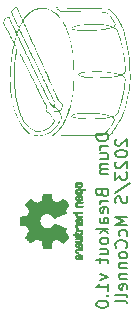
<source format=gbr>
%TF.GenerationSoftware,KiCad,Pcbnew,6.0.2+dfsg-1*%
%TF.CreationDate,2023-07-31T08:36:05-05:00*%
%TF.ProjectId,DrumPCB,4472756d-5043-4422-9e6b-696361645f70,rev?*%
%TF.SameCoordinates,Original*%
%TF.FileFunction,Legend,Bot*%
%TF.FilePolarity,Positive*%
%FSLAX46Y46*%
G04 Gerber Fmt 4.6, Leading zero omitted, Abs format (unit mm)*
G04 Created by KiCad (PCBNEW 6.0.2+dfsg-1) date 2023-07-31 08:36:05*
%MOMM*%
%LPD*%
G01*
G04 APERTURE LIST*
%ADD10C,0.150000*%
%ADD11C,0.010000*%
G04 APERTURE END LIST*
D10*
X136807380Y-93655476D02*
X135807380Y-93655476D01*
X135807380Y-93893571D01*
X135855000Y-94036428D01*
X135950238Y-94131666D01*
X136045476Y-94179285D01*
X136235952Y-94226904D01*
X136378809Y-94226904D01*
X136569285Y-94179285D01*
X136664523Y-94131666D01*
X136759761Y-94036428D01*
X136807380Y-93893571D01*
X136807380Y-93655476D01*
X136807380Y-94655476D02*
X136140714Y-94655476D01*
X136331190Y-94655476D02*
X136235952Y-94703095D01*
X136188333Y-94750714D01*
X136140714Y-94845952D01*
X136140714Y-94941190D01*
X136140714Y-95703095D02*
X136807380Y-95703095D01*
X136140714Y-95274523D02*
X136664523Y-95274523D01*
X136759761Y-95322142D01*
X136807380Y-95417380D01*
X136807380Y-95560238D01*
X136759761Y-95655476D01*
X136712142Y-95703095D01*
X136807380Y-96179285D02*
X136140714Y-96179285D01*
X136235952Y-96179285D02*
X136188333Y-96226904D01*
X136140714Y-96322142D01*
X136140714Y-96465000D01*
X136188333Y-96560238D01*
X136283571Y-96607857D01*
X136807380Y-96607857D01*
X136283571Y-96607857D02*
X136188333Y-96655476D01*
X136140714Y-96750714D01*
X136140714Y-96893571D01*
X136188333Y-96988809D01*
X136283571Y-97036428D01*
X136807380Y-97036428D01*
X136283571Y-98607857D02*
X136331190Y-98750714D01*
X136378809Y-98798333D01*
X136474047Y-98845952D01*
X136616904Y-98845952D01*
X136712142Y-98798333D01*
X136759761Y-98750714D01*
X136807380Y-98655476D01*
X136807380Y-98274523D01*
X135807380Y-98274523D01*
X135807380Y-98607857D01*
X135855000Y-98703095D01*
X135902619Y-98750714D01*
X135997857Y-98798333D01*
X136093095Y-98798333D01*
X136188333Y-98750714D01*
X136235952Y-98703095D01*
X136283571Y-98607857D01*
X136283571Y-98274523D01*
X136807380Y-99274523D02*
X136140714Y-99274523D01*
X136331190Y-99274523D02*
X136235952Y-99322142D01*
X136188333Y-99369761D01*
X136140714Y-99465000D01*
X136140714Y-99560238D01*
X136759761Y-100274523D02*
X136807380Y-100179285D01*
X136807380Y-99988809D01*
X136759761Y-99893571D01*
X136664523Y-99845952D01*
X136283571Y-99845952D01*
X136188333Y-99893571D01*
X136140714Y-99988809D01*
X136140714Y-100179285D01*
X136188333Y-100274523D01*
X136283571Y-100322142D01*
X136378809Y-100322142D01*
X136474047Y-99845952D01*
X136807380Y-101179285D02*
X136283571Y-101179285D01*
X136188333Y-101131666D01*
X136140714Y-101036428D01*
X136140714Y-100845952D01*
X136188333Y-100750714D01*
X136759761Y-101179285D02*
X136807380Y-101084047D01*
X136807380Y-100845952D01*
X136759761Y-100750714D01*
X136664523Y-100703095D01*
X136569285Y-100703095D01*
X136474047Y-100750714D01*
X136426428Y-100845952D01*
X136426428Y-101084047D01*
X136378809Y-101179285D01*
X136807380Y-101655476D02*
X135807380Y-101655476D01*
X136426428Y-101750714D02*
X136807380Y-102036428D01*
X136140714Y-102036428D02*
X136521666Y-101655476D01*
X136807380Y-102607857D02*
X136759761Y-102512619D01*
X136712142Y-102465000D01*
X136616904Y-102417380D01*
X136331190Y-102417380D01*
X136235952Y-102465000D01*
X136188333Y-102512619D01*
X136140714Y-102607857D01*
X136140714Y-102750714D01*
X136188333Y-102845952D01*
X136235952Y-102893571D01*
X136331190Y-102941190D01*
X136616904Y-102941190D01*
X136712142Y-102893571D01*
X136759761Y-102845952D01*
X136807380Y-102750714D01*
X136807380Y-102607857D01*
X136140714Y-103798333D02*
X136807380Y-103798333D01*
X136140714Y-103369761D02*
X136664523Y-103369761D01*
X136759761Y-103417380D01*
X136807380Y-103512619D01*
X136807380Y-103655476D01*
X136759761Y-103750714D01*
X136712142Y-103798333D01*
X136140714Y-104131666D02*
X136140714Y-104512619D01*
X135807380Y-104274523D02*
X136664523Y-104274523D01*
X136759761Y-104322142D01*
X136807380Y-104417380D01*
X136807380Y-104512619D01*
X136140714Y-105512619D02*
X136807380Y-105750714D01*
X136140714Y-105988809D01*
X136807380Y-106893571D02*
X136807380Y-106322142D01*
X136807380Y-106607857D02*
X135807380Y-106607857D01*
X135950238Y-106512619D01*
X136045476Y-106417380D01*
X136093095Y-106322142D01*
X136712142Y-107322142D02*
X136759761Y-107369761D01*
X136807380Y-107322142D01*
X136759761Y-107274523D01*
X136712142Y-107322142D01*
X136807380Y-107322142D01*
X135807380Y-107988809D02*
X135807380Y-108084047D01*
X135855000Y-108179285D01*
X135902619Y-108226904D01*
X135997857Y-108274523D01*
X136188333Y-108322142D01*
X136426428Y-108322142D01*
X136616904Y-108274523D01*
X136712142Y-108226904D01*
X136759761Y-108179285D01*
X136807380Y-108084047D01*
X136807380Y-107988809D01*
X136759761Y-107893571D01*
X136712142Y-107845952D01*
X136616904Y-107798333D01*
X136426428Y-107750714D01*
X136188333Y-107750714D01*
X135997857Y-107798333D01*
X135902619Y-107845952D01*
X135855000Y-107893571D01*
X135807380Y-107988809D01*
X137512619Y-94060238D02*
X137465000Y-94107857D01*
X137417380Y-94203095D01*
X137417380Y-94441190D01*
X137465000Y-94536428D01*
X137512619Y-94584047D01*
X137607857Y-94631666D01*
X137703095Y-94631666D01*
X137845952Y-94584047D01*
X138417380Y-94012619D01*
X138417380Y-94631666D01*
X137417380Y-95250714D02*
X137417380Y-95345952D01*
X137465000Y-95441190D01*
X137512619Y-95488809D01*
X137607857Y-95536428D01*
X137798333Y-95584047D01*
X138036428Y-95584047D01*
X138226904Y-95536428D01*
X138322142Y-95488809D01*
X138369761Y-95441190D01*
X138417380Y-95345952D01*
X138417380Y-95250714D01*
X138369761Y-95155476D01*
X138322142Y-95107857D01*
X138226904Y-95060238D01*
X138036428Y-95012619D01*
X137798333Y-95012619D01*
X137607857Y-95060238D01*
X137512619Y-95107857D01*
X137465000Y-95155476D01*
X137417380Y-95250714D01*
X137512619Y-95965000D02*
X137465000Y-96012619D01*
X137417380Y-96107857D01*
X137417380Y-96345952D01*
X137465000Y-96441190D01*
X137512619Y-96488809D01*
X137607857Y-96536428D01*
X137703095Y-96536428D01*
X137845952Y-96488809D01*
X138417380Y-95917380D01*
X138417380Y-96536428D01*
X137417380Y-96869761D02*
X137417380Y-97488809D01*
X137798333Y-97155476D01*
X137798333Y-97298333D01*
X137845952Y-97393571D01*
X137893571Y-97441190D01*
X137988809Y-97488809D01*
X138226904Y-97488809D01*
X138322142Y-97441190D01*
X138369761Y-97393571D01*
X138417380Y-97298333D01*
X138417380Y-97012619D01*
X138369761Y-96917380D01*
X138322142Y-96869761D01*
X137369761Y-98631666D02*
X138655476Y-97774523D01*
X138369761Y-98917380D02*
X138417380Y-99060238D01*
X138417380Y-99298333D01*
X138369761Y-99393571D01*
X138322142Y-99441190D01*
X138226904Y-99488809D01*
X138131666Y-99488809D01*
X138036428Y-99441190D01*
X137988809Y-99393571D01*
X137941190Y-99298333D01*
X137893571Y-99107857D01*
X137845952Y-99012619D01*
X137798333Y-98965000D01*
X137703095Y-98917380D01*
X137607857Y-98917380D01*
X137512619Y-98965000D01*
X137465000Y-99012619D01*
X137417380Y-99107857D01*
X137417380Y-99345952D01*
X137465000Y-99488809D01*
X138417380Y-100679285D02*
X137417380Y-100679285D01*
X138131666Y-101012619D01*
X137417380Y-101345952D01*
X138417380Y-101345952D01*
X138369761Y-102250714D02*
X138417380Y-102155476D01*
X138417380Y-101965000D01*
X138369761Y-101869761D01*
X138322142Y-101822142D01*
X138226904Y-101774523D01*
X137941190Y-101774523D01*
X137845952Y-101822142D01*
X137798333Y-101869761D01*
X137750714Y-101965000D01*
X137750714Y-102155476D01*
X137798333Y-102250714D01*
X138322142Y-103250714D02*
X138369761Y-103203095D01*
X138417380Y-103060238D01*
X138417380Y-102965000D01*
X138369761Y-102822142D01*
X138274523Y-102726904D01*
X138179285Y-102679285D01*
X137988809Y-102631666D01*
X137845952Y-102631666D01*
X137655476Y-102679285D01*
X137560238Y-102726904D01*
X137465000Y-102822142D01*
X137417380Y-102965000D01*
X137417380Y-103060238D01*
X137465000Y-103203095D01*
X137512619Y-103250714D01*
X138417380Y-103822142D02*
X138369761Y-103726904D01*
X138322142Y-103679285D01*
X138226904Y-103631666D01*
X137941190Y-103631666D01*
X137845952Y-103679285D01*
X137798333Y-103726904D01*
X137750714Y-103822142D01*
X137750714Y-103965000D01*
X137798333Y-104060238D01*
X137845952Y-104107857D01*
X137941190Y-104155476D01*
X138226904Y-104155476D01*
X138322142Y-104107857D01*
X138369761Y-104060238D01*
X138417380Y-103965000D01*
X138417380Y-103822142D01*
X137750714Y-104584047D02*
X138417380Y-104584047D01*
X137845952Y-104584047D02*
X137798333Y-104631666D01*
X137750714Y-104726904D01*
X137750714Y-104869761D01*
X137798333Y-104964999D01*
X137893571Y-105012619D01*
X138417380Y-105012619D01*
X137750714Y-105488809D02*
X138417380Y-105488809D01*
X137845952Y-105488809D02*
X137798333Y-105536428D01*
X137750714Y-105631666D01*
X137750714Y-105774523D01*
X137798333Y-105869761D01*
X137893571Y-105917380D01*
X138417380Y-105917380D01*
X138369761Y-106774523D02*
X138417380Y-106679285D01*
X138417380Y-106488809D01*
X138369761Y-106393571D01*
X138274523Y-106345952D01*
X137893571Y-106345952D01*
X137798333Y-106393571D01*
X137750714Y-106488809D01*
X137750714Y-106679285D01*
X137798333Y-106774523D01*
X137893571Y-106822142D01*
X137988809Y-106822142D01*
X138084047Y-106345952D01*
X138417380Y-107393571D02*
X138369761Y-107298333D01*
X138274523Y-107250714D01*
X137417380Y-107250714D01*
X138417380Y-107917380D02*
X138369761Y-107822142D01*
X138274523Y-107774523D01*
X137417380Y-107774523D01*
D11*
%TO.C,REF\u002A\u002A*%
X134038663Y-102744833D02*
X134076850Y-102747048D01*
X134076850Y-102747048D02*
X134134886Y-102748784D01*
X134134886Y-102748784D02*
X134208180Y-102749899D01*
X134208180Y-102749899D02*
X134285055Y-102750257D01*
X134285055Y-102750257D02*
X134545196Y-102750257D01*
X134545196Y-102750257D02*
X134591127Y-102704326D01*
X134591127Y-102704326D02*
X134619429Y-102672675D01*
X134619429Y-102672675D02*
X134630893Y-102644890D01*
X134630893Y-102644890D02*
X134630168Y-102606915D01*
X134630168Y-102606915D02*
X134628321Y-102591840D01*
X134628321Y-102591840D02*
X134622948Y-102544726D01*
X134622948Y-102544726D02*
X134619869Y-102505756D01*
X134619869Y-102505756D02*
X134619585Y-102496257D01*
X134619585Y-102496257D02*
X134621445Y-102464233D01*
X134621445Y-102464233D02*
X134626114Y-102418432D01*
X134626114Y-102418432D02*
X134628321Y-102400674D01*
X134628321Y-102400674D02*
X134631735Y-102357057D01*
X134631735Y-102357057D02*
X134624320Y-102327745D01*
X134624320Y-102327745D02*
X134601427Y-102298680D01*
X134601427Y-102298680D02*
X134591127Y-102288188D01*
X134591127Y-102288188D02*
X134545196Y-102242257D01*
X134545196Y-102242257D02*
X134058602Y-102242257D01*
X134058602Y-102242257D02*
X134041758Y-102279226D01*
X134041758Y-102279226D02*
X134029282Y-102311059D01*
X134029282Y-102311059D02*
X134024914Y-102329683D01*
X134024914Y-102329683D02*
X134038718Y-102334458D01*
X134038718Y-102334458D02*
X134077286Y-102338921D01*
X134077286Y-102338921D02*
X134136356Y-102342775D01*
X134136356Y-102342775D02*
X134211663Y-102345722D01*
X134211663Y-102345722D02*
X134275286Y-102347143D01*
X134275286Y-102347143D02*
X134525657Y-102351114D01*
X134525657Y-102351114D02*
X134530556Y-102385759D01*
X134530556Y-102385759D02*
X134527131Y-102417268D01*
X134527131Y-102417268D02*
X134516041Y-102432708D01*
X134516041Y-102432708D02*
X134495308Y-102437023D01*
X134495308Y-102437023D02*
X134451145Y-102440708D01*
X134451145Y-102440708D02*
X134389146Y-102443469D01*
X134389146Y-102443469D02*
X134314909Y-102445012D01*
X134314909Y-102445012D02*
X134276706Y-102445235D01*
X134276706Y-102445235D02*
X134056783Y-102445457D01*
X134056783Y-102445457D02*
X134040849Y-102491166D01*
X134040849Y-102491166D02*
X134030015Y-102523518D01*
X134030015Y-102523518D02*
X134024962Y-102541115D01*
X134024962Y-102541115D02*
X134024914Y-102541623D01*
X134024914Y-102541623D02*
X134038648Y-102543388D01*
X134038648Y-102543388D02*
X134076730Y-102545329D01*
X134076730Y-102545329D02*
X134134482Y-102547282D01*
X134134482Y-102547282D02*
X134207227Y-102549084D01*
X134207227Y-102549084D02*
X134275286Y-102550343D01*
X134275286Y-102550343D02*
X134525657Y-102554314D01*
X134525657Y-102554314D02*
X134525657Y-102641400D01*
X134525657Y-102641400D02*
X134297240Y-102645396D01*
X134297240Y-102645396D02*
X134068822Y-102649392D01*
X134068822Y-102649392D02*
X134046868Y-102691847D01*
X134046868Y-102691847D02*
X134031793Y-102723192D01*
X134031793Y-102723192D02*
X134024951Y-102741744D01*
X134024951Y-102741744D02*
X134024914Y-102742279D01*
X134024914Y-102742279D02*
X134038663Y-102744833D01*
X134038663Y-102744833D02*
X134038663Y-102744833D01*
G36*
X134591127Y-102288188D02*
G01*
X134601427Y-102298680D01*
X134624320Y-102327745D01*
X134631735Y-102357057D01*
X134628321Y-102400674D01*
X134626114Y-102418432D01*
X134621445Y-102464233D01*
X134619585Y-102496257D01*
X134619869Y-102505756D01*
X134622948Y-102544726D01*
X134628321Y-102591840D01*
X134630168Y-102606915D01*
X134630893Y-102644890D01*
X134619429Y-102672675D01*
X134591127Y-102704326D01*
X134545196Y-102750257D01*
X134285055Y-102750257D01*
X134208180Y-102749899D01*
X134134886Y-102748784D01*
X134076850Y-102747048D01*
X134038663Y-102744833D01*
X134024914Y-102742279D01*
X134024951Y-102741744D01*
X134031793Y-102723192D01*
X134046868Y-102691847D01*
X134068822Y-102649392D01*
X134297240Y-102645396D01*
X134525657Y-102641400D01*
X134525657Y-102554314D01*
X134275286Y-102550343D01*
X134207227Y-102549084D01*
X134134482Y-102547282D01*
X134076730Y-102545329D01*
X134038648Y-102543388D01*
X134024914Y-102541623D01*
X134024962Y-102541115D01*
X134030015Y-102523518D01*
X134040849Y-102491166D01*
X134056783Y-102445457D01*
X134276706Y-102445235D01*
X134314909Y-102445012D01*
X134389146Y-102443469D01*
X134451145Y-102440708D01*
X134495308Y-102437023D01*
X134516041Y-102432708D01*
X134527131Y-102417268D01*
X134530556Y-102385759D01*
X134525657Y-102351114D01*
X134275286Y-102347143D01*
X134211663Y-102345722D01*
X134136356Y-102342775D01*
X134077286Y-102338921D01*
X134038718Y-102334458D01*
X134024914Y-102329683D01*
X134029282Y-102311059D01*
X134041758Y-102279226D01*
X134058602Y-102242257D01*
X134545196Y-102242257D01*
X134591127Y-102288188D01*
G37*
X134591127Y-102288188D02*
X134601427Y-102298680D01*
X134624320Y-102327745D01*
X134631735Y-102357057D01*
X134628321Y-102400674D01*
X134626114Y-102418432D01*
X134621445Y-102464233D01*
X134619585Y-102496257D01*
X134619869Y-102505756D01*
X134622948Y-102544726D01*
X134628321Y-102591840D01*
X134630168Y-102606915D01*
X134630893Y-102644890D01*
X134619429Y-102672675D01*
X134591127Y-102704326D01*
X134545196Y-102750257D01*
X134285055Y-102750257D01*
X134208180Y-102749899D01*
X134134886Y-102748784D01*
X134076850Y-102747048D01*
X134038663Y-102744833D01*
X134024914Y-102742279D01*
X134024951Y-102741744D01*
X134031793Y-102723192D01*
X134046868Y-102691847D01*
X134068822Y-102649392D01*
X134297240Y-102645396D01*
X134525657Y-102641400D01*
X134525657Y-102554314D01*
X134275286Y-102550343D01*
X134207227Y-102549084D01*
X134134482Y-102547282D01*
X134076730Y-102545329D01*
X134038648Y-102543388D01*
X134024914Y-102541623D01*
X134024962Y-102541115D01*
X134030015Y-102523518D01*
X134040849Y-102491166D01*
X134056783Y-102445457D01*
X134276706Y-102445235D01*
X134314909Y-102445012D01*
X134389146Y-102443469D01*
X134451145Y-102440708D01*
X134495308Y-102437023D01*
X134516041Y-102432708D01*
X134527131Y-102417268D01*
X134530556Y-102385759D01*
X134525657Y-102351114D01*
X134275286Y-102347143D01*
X134211663Y-102345722D01*
X134136356Y-102342775D01*
X134077286Y-102338921D01*
X134038718Y-102334458D01*
X134024914Y-102329683D01*
X134029282Y-102311059D01*
X134041758Y-102279226D01*
X134058602Y-102242257D01*
X134545196Y-102242257D01*
X134591127Y-102288188D01*
X134001962Y-98006115D02*
X134037733Y-98074145D01*
X134037733Y-98074145D02*
X134095301Y-98124351D01*
X134095301Y-98124351D02*
X134132312Y-98142185D01*
X134132312Y-98142185D02*
X134187882Y-98156063D01*
X134187882Y-98156063D02*
X134258096Y-98163167D01*
X134258096Y-98163167D02*
X134334727Y-98163840D01*
X134334727Y-98163840D02*
X134409552Y-98158427D01*
X134409552Y-98158427D02*
X134474342Y-98147270D01*
X134474342Y-98147270D02*
X134520873Y-98130714D01*
X134520873Y-98130714D02*
X134528887Y-98125626D01*
X134528887Y-98125626D02*
X134588707Y-98065355D01*
X134588707Y-98065355D02*
X134624535Y-97993769D01*
X134624535Y-97993769D02*
X134635020Y-97916092D01*
X134635020Y-97916092D02*
X134618810Y-97837548D01*
X134618810Y-97837548D02*
X134609092Y-97815689D01*
X134609092Y-97815689D02*
X134579143Y-97773122D01*
X134579143Y-97773122D02*
X134539433Y-97735763D01*
X134539433Y-97735763D02*
X134534397Y-97732232D01*
X134534397Y-97732232D02*
X134510124Y-97717881D01*
X134510124Y-97717881D02*
X134484178Y-97708394D01*
X134484178Y-97708394D02*
X134450022Y-97702790D01*
X134450022Y-97702790D02*
X134401119Y-97700086D01*
X134401119Y-97700086D02*
X134330935Y-97699299D01*
X134330935Y-97699299D02*
X134315200Y-97699286D01*
X134315200Y-97699286D02*
X134310192Y-97699322D01*
X134310192Y-97699322D02*
X134310192Y-97844429D01*
X134310192Y-97844429D02*
X134376430Y-97845273D01*
X134376430Y-97845273D02*
X134420386Y-97848596D01*
X134420386Y-97848596D02*
X134448779Y-97855583D01*
X134448779Y-97855583D02*
X134468325Y-97867416D01*
X134468325Y-97867416D02*
X134474857Y-97873457D01*
X134474857Y-97873457D02*
X134499680Y-97908186D01*
X134499680Y-97908186D02*
X134498548Y-97941903D01*
X134498548Y-97941903D02*
X134477016Y-97975995D01*
X134477016Y-97975995D02*
X134454029Y-97996329D01*
X134454029Y-97996329D02*
X134420478Y-98008371D01*
X134420478Y-98008371D02*
X134367569Y-98015134D01*
X134367569Y-98015134D02*
X134361399Y-98015598D01*
X134361399Y-98015598D02*
X134265513Y-98016752D01*
X134265513Y-98016752D02*
X134194299Y-98004688D01*
X134194299Y-98004688D02*
X134148194Y-97979570D01*
X134148194Y-97979570D02*
X134127635Y-97941560D01*
X134127635Y-97941560D02*
X134126514Y-97927992D01*
X134126514Y-97927992D02*
X134132152Y-97892364D01*
X134132152Y-97892364D02*
X134151686Y-97867994D01*
X134151686Y-97867994D02*
X134189042Y-97853093D01*
X134189042Y-97853093D02*
X134248150Y-97845875D01*
X134248150Y-97845875D02*
X134310192Y-97844429D01*
X134310192Y-97844429D02*
X134310192Y-97699322D01*
X134310192Y-97699322D02*
X134240413Y-97699826D01*
X134240413Y-97699826D02*
X134188159Y-97702096D01*
X134188159Y-97702096D02*
X134151949Y-97707068D01*
X134151949Y-97707068D02*
X134125299Y-97715713D01*
X134125299Y-97715713D02*
X134101722Y-97729005D01*
X134101722Y-97729005D02*
X134097338Y-97731943D01*
X134097338Y-97731943D02*
X134038249Y-97781313D01*
X134038249Y-97781313D02*
X134003947Y-97835109D01*
X134003947Y-97835109D02*
X133990331Y-97900602D01*
X133990331Y-97900602D02*
X133989665Y-97922842D01*
X133989665Y-97922842D02*
X134001962Y-98006115D01*
X134001962Y-98006115D02*
X134001962Y-98006115D01*
G36*
X134330935Y-97699299D02*
G01*
X134401119Y-97700086D01*
X134450022Y-97702790D01*
X134484178Y-97708394D01*
X134510124Y-97717881D01*
X134534397Y-97732232D01*
X134539433Y-97735763D01*
X134579143Y-97773122D01*
X134609092Y-97815689D01*
X134618810Y-97837548D01*
X134635020Y-97916092D01*
X134624535Y-97993769D01*
X134588707Y-98065355D01*
X134528887Y-98125626D01*
X134520873Y-98130714D01*
X134474342Y-98147270D01*
X134409552Y-98158427D01*
X134334727Y-98163840D01*
X134258096Y-98163167D01*
X134187882Y-98156063D01*
X134132312Y-98142185D01*
X134095301Y-98124351D01*
X134037733Y-98074145D01*
X134001962Y-98006115D01*
X133990426Y-97927992D01*
X134126514Y-97927992D01*
X134127635Y-97941560D01*
X134148194Y-97979570D01*
X134194299Y-98004688D01*
X134265513Y-98016752D01*
X134361399Y-98015598D01*
X134367569Y-98015134D01*
X134420478Y-98008371D01*
X134454029Y-97996329D01*
X134477016Y-97975995D01*
X134498548Y-97941903D01*
X134499680Y-97908186D01*
X134474857Y-97873457D01*
X134468325Y-97867416D01*
X134448779Y-97855583D01*
X134420386Y-97848596D01*
X134376430Y-97845273D01*
X134310192Y-97844429D01*
X134248150Y-97845875D01*
X134189042Y-97853093D01*
X134151686Y-97867994D01*
X134132152Y-97892364D01*
X134126514Y-97927992D01*
X133990426Y-97927992D01*
X133989665Y-97922842D01*
X133990331Y-97900602D01*
X134003947Y-97835109D01*
X134038249Y-97781313D01*
X134097338Y-97731943D01*
X134101722Y-97729005D01*
X134125299Y-97715713D01*
X134151949Y-97707068D01*
X134188159Y-97702096D01*
X134240413Y-97699826D01*
X134310192Y-97699322D01*
X134315200Y-97699286D01*
X134330935Y-97699299D01*
G37*
X134330935Y-97699299D02*
X134401119Y-97700086D01*
X134450022Y-97702790D01*
X134484178Y-97708394D01*
X134510124Y-97717881D01*
X134534397Y-97732232D01*
X134539433Y-97735763D01*
X134579143Y-97773122D01*
X134609092Y-97815689D01*
X134618810Y-97837548D01*
X134635020Y-97916092D01*
X134624535Y-97993769D01*
X134588707Y-98065355D01*
X134528887Y-98125626D01*
X134520873Y-98130714D01*
X134474342Y-98147270D01*
X134409552Y-98158427D01*
X134334727Y-98163840D01*
X134258096Y-98163167D01*
X134187882Y-98156063D01*
X134132312Y-98142185D01*
X134095301Y-98124351D01*
X134037733Y-98074145D01*
X134001962Y-98006115D01*
X133990426Y-97927992D01*
X134126514Y-97927992D01*
X134127635Y-97941560D01*
X134148194Y-97979570D01*
X134194299Y-98004688D01*
X134265513Y-98016752D01*
X134361399Y-98015598D01*
X134367569Y-98015134D01*
X134420478Y-98008371D01*
X134454029Y-97996329D01*
X134477016Y-97975995D01*
X134498548Y-97941903D01*
X134499680Y-97908186D01*
X134474857Y-97873457D01*
X134468325Y-97867416D01*
X134448779Y-97855583D01*
X134420386Y-97848596D01*
X134376430Y-97845273D01*
X134310192Y-97844429D01*
X134248150Y-97845875D01*
X134189042Y-97853093D01*
X134151686Y-97867994D01*
X134132152Y-97892364D01*
X134126514Y-97927992D01*
X133990426Y-97927992D01*
X133989665Y-97922842D01*
X133990331Y-97900602D01*
X134003947Y-97835109D01*
X134038249Y-97781313D01*
X134097338Y-97731943D01*
X134101722Y-97729005D01*
X134125299Y-97715713D01*
X134151949Y-97707068D01*
X134188159Y-97702096D01*
X134240413Y-97699826D01*
X134310192Y-97699322D01*
X134315200Y-97699286D01*
X134330935Y-97699299D01*
X134046966Y-104118595D02*
X134084497Y-104176021D01*
X134084497Y-104176021D02*
X134118096Y-104203719D01*
X134118096Y-104203719D02*
X134179064Y-104225662D01*
X134179064Y-104225662D02*
X134227308Y-104227405D01*
X134227308Y-104227405D02*
X134291816Y-104223457D01*
X134291816Y-104223457D02*
X134356934Y-104074686D01*
X134356934Y-104074686D02*
X134390202Y-104002349D01*
X134390202Y-104002349D02*
X134416964Y-103955084D01*
X134416964Y-103955084D02*
X134440144Y-103930507D01*
X134440144Y-103930507D02*
X134462667Y-103926237D01*
X134462667Y-103926237D02*
X134487455Y-103939889D01*
X134487455Y-103939889D02*
X134503886Y-103954943D01*
X134503886Y-103954943D02*
X134530235Y-103998746D01*
X134530235Y-103998746D02*
X134532081Y-104046389D01*
X134532081Y-104046389D02*
X134511546Y-104090145D01*
X134511546Y-104090145D02*
X134470752Y-104122289D01*
X134470752Y-104122289D02*
X134456347Y-104128038D01*
X134456347Y-104128038D02*
X134411356Y-104155576D01*
X134411356Y-104155576D02*
X134392182Y-104187258D01*
X134392182Y-104187258D02*
X134375779Y-104230714D01*
X134375779Y-104230714D02*
X134437966Y-104230714D01*
X134437966Y-104230714D02*
X134480283Y-104226872D01*
X134480283Y-104226872D02*
X134515969Y-104211823D01*
X134515969Y-104211823D02*
X134556943Y-104180280D01*
X134556943Y-104180280D02*
X134562267Y-104175592D01*
X134562267Y-104175592D02*
X134598720Y-104140506D01*
X134598720Y-104140506D02*
X134618283Y-104110347D01*
X134618283Y-104110347D02*
X134627283Y-104072615D01*
X134627283Y-104072615D02*
X134630230Y-104041335D01*
X134630230Y-104041335D02*
X134630965Y-103985385D01*
X134630965Y-103985385D02*
X134621660Y-103945555D01*
X134621660Y-103945555D02*
X134607846Y-103920708D01*
X134607846Y-103920708D02*
X134577467Y-103881656D01*
X134577467Y-103881656D02*
X134544613Y-103854625D01*
X134544613Y-103854625D02*
X134503294Y-103837517D01*
X134503294Y-103837517D02*
X134447521Y-103828238D01*
X134447521Y-103828238D02*
X134371305Y-103824693D01*
X134371305Y-103824693D02*
X134332622Y-103824410D01*
X134332622Y-103824410D02*
X134286247Y-103825372D01*
X134286247Y-103825372D02*
X134286247Y-103913007D01*
X134286247Y-103913007D02*
X134311126Y-103914023D01*
X134311126Y-103914023D02*
X134315200Y-103916556D01*
X134315200Y-103916556D02*
X134309665Y-103933274D01*
X134309665Y-103933274D02*
X134295017Y-103969249D01*
X134295017Y-103969249D02*
X134274190Y-104017331D01*
X134274190Y-104017331D02*
X134269714Y-104027386D01*
X134269714Y-104027386D02*
X134238814Y-104088152D01*
X134238814Y-104088152D02*
X134211657Y-104121632D01*
X134211657Y-104121632D02*
X134186220Y-104128990D01*
X134186220Y-104128990D02*
X134160481Y-104111391D01*
X134160481Y-104111391D02*
X134149109Y-104096856D01*
X134149109Y-104096856D02*
X134126364Y-104044410D01*
X134126364Y-104044410D02*
X134130122Y-103995322D01*
X134130122Y-103995322D02*
X134157884Y-103954227D01*
X134157884Y-103954227D02*
X134207152Y-103925758D01*
X134207152Y-103925758D02*
X134246257Y-103916631D01*
X134246257Y-103916631D02*
X134286247Y-103913007D01*
X134286247Y-103913007D02*
X134286247Y-103825372D01*
X134286247Y-103825372D02*
X134242249Y-103826285D01*
X134242249Y-103826285D02*
X134175384Y-103833196D01*
X134175384Y-103833196D02*
X134126695Y-103846884D01*
X134126695Y-103846884D02*
X134090849Y-103869096D01*
X134090849Y-103869096D02*
X134062513Y-103901574D01*
X134062513Y-103901574D02*
X134053355Y-103915733D01*
X134053355Y-103915733D02*
X134029507Y-103980053D01*
X134029507Y-103980053D02*
X134028006Y-104050473D01*
X134028006Y-104050473D02*
X134046966Y-104118595D01*
X134046966Y-104118595D02*
X134046966Y-104118595D01*
G36*
X134371305Y-103824693D02*
G01*
X134447521Y-103828238D01*
X134503294Y-103837517D01*
X134544613Y-103854625D01*
X134577467Y-103881656D01*
X134607846Y-103920708D01*
X134621660Y-103945555D01*
X134630965Y-103985385D01*
X134630230Y-104041335D01*
X134627283Y-104072615D01*
X134618283Y-104110347D01*
X134598720Y-104140506D01*
X134562267Y-104175592D01*
X134556943Y-104180280D01*
X134515969Y-104211823D01*
X134480283Y-104226872D01*
X134437966Y-104230714D01*
X134375779Y-104230714D01*
X134392182Y-104187258D01*
X134411356Y-104155576D01*
X134456347Y-104128038D01*
X134470752Y-104122289D01*
X134511546Y-104090145D01*
X134532081Y-104046389D01*
X134530235Y-103998746D01*
X134503886Y-103954943D01*
X134487455Y-103939889D01*
X134462667Y-103926237D01*
X134440144Y-103930507D01*
X134416964Y-103955084D01*
X134390202Y-104002349D01*
X134356934Y-104074686D01*
X134291816Y-104223457D01*
X134227308Y-104227405D01*
X134179064Y-104225662D01*
X134118096Y-104203719D01*
X134084497Y-104176021D01*
X134046966Y-104118595D01*
X134028006Y-104050473D01*
X134028135Y-104044410D01*
X134126364Y-104044410D01*
X134149109Y-104096856D01*
X134160481Y-104111391D01*
X134186220Y-104128990D01*
X134211657Y-104121632D01*
X134238814Y-104088152D01*
X134269714Y-104027386D01*
X134274190Y-104017331D01*
X134295017Y-103969249D01*
X134309665Y-103933274D01*
X134315200Y-103916556D01*
X134311126Y-103914023D01*
X134286247Y-103913007D01*
X134246257Y-103916631D01*
X134207152Y-103925758D01*
X134157884Y-103954227D01*
X134130122Y-103995322D01*
X134126364Y-104044410D01*
X134028135Y-104044410D01*
X134029507Y-103980053D01*
X134053355Y-103915733D01*
X134062513Y-103901574D01*
X134090849Y-103869096D01*
X134126695Y-103846884D01*
X134175384Y-103833196D01*
X134242249Y-103826285D01*
X134286247Y-103825372D01*
X134332622Y-103824410D01*
X134371305Y-103824693D01*
G37*
X134371305Y-103824693D02*
X134447521Y-103828238D01*
X134503294Y-103837517D01*
X134544613Y-103854625D01*
X134577467Y-103881656D01*
X134607846Y-103920708D01*
X134621660Y-103945555D01*
X134630965Y-103985385D01*
X134630230Y-104041335D01*
X134627283Y-104072615D01*
X134618283Y-104110347D01*
X134598720Y-104140506D01*
X134562267Y-104175592D01*
X134556943Y-104180280D01*
X134515969Y-104211823D01*
X134480283Y-104226872D01*
X134437966Y-104230714D01*
X134375779Y-104230714D01*
X134392182Y-104187258D01*
X134411356Y-104155576D01*
X134456347Y-104128038D01*
X134470752Y-104122289D01*
X134511546Y-104090145D01*
X134532081Y-104046389D01*
X134530235Y-103998746D01*
X134503886Y-103954943D01*
X134487455Y-103939889D01*
X134462667Y-103926237D01*
X134440144Y-103930507D01*
X134416964Y-103955084D01*
X134390202Y-104002349D01*
X134356934Y-104074686D01*
X134291816Y-104223457D01*
X134227308Y-104227405D01*
X134179064Y-104225662D01*
X134118096Y-104203719D01*
X134084497Y-104176021D01*
X134046966Y-104118595D01*
X134028006Y-104050473D01*
X134028135Y-104044410D01*
X134126364Y-104044410D01*
X134149109Y-104096856D01*
X134160481Y-104111391D01*
X134186220Y-104128990D01*
X134211657Y-104121632D01*
X134238814Y-104088152D01*
X134269714Y-104027386D01*
X134274190Y-104017331D01*
X134295017Y-103969249D01*
X134309665Y-103933274D01*
X134315200Y-103916556D01*
X134311126Y-103914023D01*
X134286247Y-103913007D01*
X134246257Y-103916631D01*
X134207152Y-103925758D01*
X134157884Y-103954227D01*
X134130122Y-103995322D01*
X134126364Y-104044410D01*
X134028135Y-104044410D01*
X134029507Y-103980053D01*
X134053355Y-103915733D01*
X134062513Y-103901574D01*
X134090849Y-103869096D01*
X134126695Y-103846884D01*
X134175384Y-103833196D01*
X134242249Y-103826285D01*
X134286247Y-103825372D01*
X134332622Y-103824410D01*
X134371305Y-103824693D01*
X134007780Y-99681093D02*
X134034723Y-99727672D01*
X134034723Y-99727672D02*
X134061466Y-99760057D01*
X134061466Y-99760057D02*
X134089484Y-99783742D01*
X134089484Y-99783742D02*
X134123748Y-99800059D01*
X134123748Y-99800059D02*
X134169227Y-99810339D01*
X134169227Y-99810339D02*
X134230892Y-99815914D01*
X134230892Y-99815914D02*
X134313711Y-99818116D01*
X134313711Y-99818116D02*
X134373246Y-99818371D01*
X134373246Y-99818371D02*
X134592391Y-99818371D01*
X134592391Y-99818371D02*
X134620044Y-99756686D01*
X134620044Y-99756686D02*
X134647697Y-99695000D01*
X134647697Y-99695000D02*
X134407670Y-99687743D01*
X134407670Y-99687743D02*
X134318028Y-99684744D01*
X134318028Y-99684744D02*
X134252962Y-99681598D01*
X134252962Y-99681598D02*
X134208026Y-99677701D01*
X134208026Y-99677701D02*
X134178770Y-99672447D01*
X134178770Y-99672447D02*
X134160748Y-99665231D01*
X134160748Y-99665231D02*
X134149511Y-99655450D01*
X134149511Y-99655450D02*
X134147079Y-99652312D01*
X134147079Y-99652312D02*
X134128083Y-99604761D01*
X134128083Y-99604761D02*
X134135600Y-99556697D01*
X134135600Y-99556697D02*
X134155543Y-99528086D01*
X134155543Y-99528086D02*
X134169675Y-99516447D01*
X134169675Y-99516447D02*
X134188220Y-99508391D01*
X134188220Y-99508391D02*
X134216334Y-99503271D01*
X134216334Y-99503271D02*
X134259173Y-99500441D01*
X134259173Y-99500441D02*
X134321895Y-99499256D01*
X134321895Y-99499256D02*
X134387261Y-99499057D01*
X134387261Y-99499057D02*
X134469268Y-99499018D01*
X134469268Y-99499018D02*
X134527316Y-99497614D01*
X134527316Y-99497614D02*
X134566465Y-99492914D01*
X134566465Y-99492914D02*
X134591780Y-99482987D01*
X134591780Y-99482987D02*
X134608323Y-99465903D01*
X134608323Y-99465903D02*
X134621156Y-99439732D01*
X134621156Y-99439732D02*
X134634491Y-99404775D01*
X134634491Y-99404775D02*
X134649007Y-99366596D01*
X134649007Y-99366596D02*
X134391389Y-99371141D01*
X134391389Y-99371141D02*
X134298519Y-99372971D01*
X134298519Y-99372971D02*
X134229889Y-99375112D01*
X134229889Y-99375112D02*
X134180711Y-99378181D01*
X134180711Y-99378181D02*
X134146198Y-99382794D01*
X134146198Y-99382794D02*
X134121562Y-99389568D01*
X134121562Y-99389568D02*
X134102016Y-99399119D01*
X134102016Y-99399119D02*
X134084770Y-99410634D01*
X134084770Y-99410634D02*
X134029680Y-99466190D01*
X134029680Y-99466190D02*
X133997822Y-99533980D01*
X133997822Y-99533980D02*
X133990191Y-99607713D01*
X133990191Y-99607713D02*
X134007780Y-99681093D01*
X134007780Y-99681093D02*
X134007780Y-99681093D01*
G36*
X134634491Y-99404775D02*
G01*
X134621156Y-99439732D01*
X134608323Y-99465903D01*
X134591780Y-99482987D01*
X134566465Y-99492914D01*
X134527316Y-99497614D01*
X134469268Y-99499018D01*
X134387261Y-99499057D01*
X134321895Y-99499256D01*
X134259173Y-99500441D01*
X134216334Y-99503271D01*
X134188220Y-99508391D01*
X134169675Y-99516447D01*
X134155543Y-99528086D01*
X134135600Y-99556697D01*
X134128083Y-99604761D01*
X134147079Y-99652312D01*
X134149511Y-99655450D01*
X134160748Y-99665231D01*
X134178770Y-99672447D01*
X134208026Y-99677701D01*
X134252962Y-99681598D01*
X134318028Y-99684744D01*
X134407670Y-99687743D01*
X134647697Y-99695000D01*
X134620044Y-99756686D01*
X134592391Y-99818371D01*
X134373246Y-99818371D01*
X134313711Y-99818116D01*
X134230892Y-99815914D01*
X134169227Y-99810339D01*
X134123748Y-99800059D01*
X134089484Y-99783742D01*
X134061466Y-99760057D01*
X134034723Y-99727672D01*
X134007780Y-99681093D01*
X133990191Y-99607713D01*
X133997822Y-99533980D01*
X134029680Y-99466190D01*
X134084770Y-99410634D01*
X134102016Y-99399119D01*
X134121562Y-99389568D01*
X134146198Y-99382794D01*
X134180711Y-99378181D01*
X134229889Y-99375112D01*
X134298519Y-99372971D01*
X134391389Y-99371141D01*
X134649007Y-99366596D01*
X134634491Y-99404775D01*
G37*
X134634491Y-99404775D02*
X134621156Y-99439732D01*
X134608323Y-99465903D01*
X134591780Y-99482987D01*
X134566465Y-99492914D01*
X134527316Y-99497614D01*
X134469268Y-99499018D01*
X134387261Y-99499057D01*
X134321895Y-99499256D01*
X134259173Y-99500441D01*
X134216334Y-99503271D01*
X134188220Y-99508391D01*
X134169675Y-99516447D01*
X134155543Y-99528086D01*
X134135600Y-99556697D01*
X134128083Y-99604761D01*
X134147079Y-99652312D01*
X134149511Y-99655450D01*
X134160748Y-99665231D01*
X134178770Y-99672447D01*
X134208026Y-99677701D01*
X134252962Y-99681598D01*
X134318028Y-99684744D01*
X134407670Y-99687743D01*
X134647697Y-99695000D01*
X134620044Y-99756686D01*
X134592391Y-99818371D01*
X134373246Y-99818371D01*
X134313711Y-99818116D01*
X134230892Y-99815914D01*
X134169227Y-99810339D01*
X134123748Y-99800059D01*
X134089484Y-99783742D01*
X134061466Y-99760057D01*
X134034723Y-99727672D01*
X134007780Y-99681093D01*
X133990191Y-99607713D01*
X133997822Y-99533980D01*
X134029680Y-99466190D01*
X134084770Y-99410634D01*
X134102016Y-99399119D01*
X134121562Y-99389568D01*
X134146198Y-99382794D01*
X134180711Y-99378181D01*
X134229889Y-99375112D01*
X134298519Y-99372971D01*
X134391389Y-99371141D01*
X134649007Y-99366596D01*
X134634491Y-99404775D01*
X134038752Y-103617600D02*
X134046334Y-103634948D01*
X134046334Y-103634948D02*
X134079128Y-103676356D01*
X134079128Y-103676356D02*
X134126547Y-103711765D01*
X134126547Y-103711765D02*
X134177151Y-103733664D01*
X134177151Y-103733664D02*
X134202098Y-103737229D01*
X134202098Y-103737229D02*
X134236927Y-103725279D01*
X134236927Y-103725279D02*
X134255357Y-103699067D01*
X134255357Y-103699067D02*
X134266516Y-103670964D01*
X134266516Y-103670964D02*
X134268572Y-103658095D01*
X134268572Y-103658095D02*
X134253649Y-103651829D01*
X134253649Y-103651829D02*
X134221175Y-103639456D01*
X134221175Y-103639456D02*
X134206502Y-103634028D01*
X134206502Y-103634028D02*
X134155744Y-103603590D01*
X134155744Y-103603590D02*
X134130427Y-103559520D01*
X134130427Y-103559520D02*
X134131206Y-103503010D01*
X134131206Y-103503010D02*
X134132203Y-103498825D01*
X134132203Y-103498825D02*
X134146507Y-103468655D01*
X134146507Y-103468655D02*
X134174393Y-103446476D01*
X134174393Y-103446476D02*
X134219287Y-103431327D01*
X134219287Y-103431327D02*
X134284615Y-103422250D01*
X134284615Y-103422250D02*
X134373804Y-103418286D01*
X134373804Y-103418286D02*
X134421261Y-103417914D01*
X134421261Y-103417914D02*
X134496071Y-103417730D01*
X134496071Y-103417730D02*
X134547069Y-103416522D01*
X134547069Y-103416522D02*
X134579471Y-103413309D01*
X134579471Y-103413309D02*
X134598495Y-103407109D01*
X134598495Y-103407109D02*
X134609356Y-103396940D01*
X134609356Y-103396940D02*
X134617272Y-103381819D01*
X134617272Y-103381819D02*
X134617670Y-103380946D01*
X134617670Y-103380946D02*
X134629981Y-103351828D01*
X134629981Y-103351828D02*
X134634514Y-103337403D01*
X134634514Y-103337403D02*
X134620809Y-103335186D01*
X134620809Y-103335186D02*
X134582925Y-103333289D01*
X134582925Y-103333289D02*
X134525715Y-103331847D01*
X134525715Y-103331847D02*
X134454027Y-103330998D01*
X134454027Y-103330998D02*
X134401565Y-103330829D01*
X134401565Y-103330829D02*
X134300047Y-103331692D01*
X134300047Y-103331692D02*
X134223032Y-103335070D01*
X134223032Y-103335070D02*
X134166023Y-103342142D01*
X134166023Y-103342142D02*
X134124526Y-103354088D01*
X134124526Y-103354088D02*
X134094043Y-103372090D01*
X134094043Y-103372090D02*
X134070080Y-103397327D01*
X134070080Y-103397327D02*
X134053355Y-103422247D01*
X134053355Y-103422247D02*
X134031097Y-103482171D01*
X134031097Y-103482171D02*
X134026076Y-103551911D01*
X134026076Y-103551911D02*
X134038752Y-103617600D01*
X134038752Y-103617600D02*
X134038752Y-103617600D01*
G36*
X134454027Y-103330998D02*
G01*
X134525715Y-103331847D01*
X134582925Y-103333289D01*
X134620809Y-103335186D01*
X134634514Y-103337403D01*
X134629981Y-103351828D01*
X134617670Y-103380946D01*
X134617272Y-103381819D01*
X134609356Y-103396940D01*
X134598495Y-103407109D01*
X134579471Y-103413309D01*
X134547069Y-103416522D01*
X134496071Y-103417730D01*
X134421261Y-103417914D01*
X134373804Y-103418286D01*
X134284615Y-103422250D01*
X134219287Y-103431327D01*
X134174393Y-103446476D01*
X134146507Y-103468655D01*
X134132203Y-103498825D01*
X134131206Y-103503010D01*
X134130427Y-103559520D01*
X134155744Y-103603590D01*
X134206502Y-103634028D01*
X134221175Y-103639456D01*
X134253649Y-103651829D01*
X134268572Y-103658095D01*
X134266516Y-103670964D01*
X134255357Y-103699067D01*
X134236927Y-103725279D01*
X134202098Y-103737229D01*
X134177151Y-103733664D01*
X134126547Y-103711765D01*
X134079128Y-103676356D01*
X134046334Y-103634948D01*
X134038752Y-103617600D01*
X134026076Y-103551911D01*
X134031097Y-103482171D01*
X134053355Y-103422247D01*
X134070080Y-103397327D01*
X134094043Y-103372090D01*
X134124526Y-103354088D01*
X134166023Y-103342142D01*
X134223032Y-103335070D01*
X134300047Y-103331692D01*
X134401565Y-103330829D01*
X134454027Y-103330998D01*
G37*
X134454027Y-103330998D02*
X134525715Y-103331847D01*
X134582925Y-103333289D01*
X134620809Y-103335186D01*
X134634514Y-103337403D01*
X134629981Y-103351828D01*
X134617670Y-103380946D01*
X134617272Y-103381819D01*
X134609356Y-103396940D01*
X134598495Y-103407109D01*
X134579471Y-103413309D01*
X134547069Y-103416522D01*
X134496071Y-103417730D01*
X134421261Y-103417914D01*
X134373804Y-103418286D01*
X134284615Y-103422250D01*
X134219287Y-103431327D01*
X134174393Y-103446476D01*
X134146507Y-103468655D01*
X134132203Y-103498825D01*
X134131206Y-103503010D01*
X134130427Y-103559520D01*
X134155744Y-103603590D01*
X134206502Y-103634028D01*
X134221175Y-103639456D01*
X134253649Y-103651829D01*
X134268572Y-103658095D01*
X134266516Y-103670964D01*
X134255357Y-103699067D01*
X134236927Y-103725279D01*
X134202098Y-103737229D01*
X134177151Y-103733664D01*
X134126547Y-103711765D01*
X134079128Y-103676356D01*
X134046334Y-103634948D01*
X134038752Y-103617600D01*
X134026076Y-103551911D01*
X134031097Y-103482171D01*
X134053355Y-103422247D01*
X134070080Y-103397327D01*
X134094043Y-103372090D01*
X134124526Y-103354088D01*
X134166023Y-103342142D01*
X134223032Y-103335070D01*
X134300047Y-103331692D01*
X134401565Y-103330829D01*
X134454027Y-103330998D01*
X134145358Y-102155117D02*
X134253837Y-102154933D01*
X134253837Y-102154933D02*
X134337287Y-102154219D01*
X134337287Y-102154219D02*
X134399704Y-102152675D01*
X134399704Y-102152675D02*
X134445085Y-102150001D01*
X134445085Y-102150001D02*
X134477429Y-102145894D01*
X134477429Y-102145894D02*
X134500733Y-102140055D01*
X134500733Y-102140055D02*
X134518995Y-102132182D01*
X134518995Y-102132182D02*
X134529418Y-102126221D01*
X134529418Y-102126221D02*
X134585945Y-102076855D01*
X134585945Y-102076855D02*
X134621377Y-102014264D01*
X134621377Y-102014264D02*
X134634090Y-101945013D01*
X134634090Y-101945013D02*
X134622463Y-101875668D01*
X134622463Y-101875668D02*
X134601568Y-101834375D01*
X134601568Y-101834375D02*
X134565422Y-101791025D01*
X134565422Y-101791025D02*
X134521276Y-101761481D01*
X134521276Y-101761481D02*
X134463462Y-101743655D01*
X134463462Y-101743655D02*
X134386313Y-101735463D01*
X134386313Y-101735463D02*
X134329714Y-101734302D01*
X134329714Y-101734302D02*
X134325647Y-101734458D01*
X134325647Y-101734458D02*
X134325647Y-101835857D01*
X134325647Y-101835857D02*
X134390550Y-101836476D01*
X134390550Y-101836476D02*
X134433514Y-101839314D01*
X134433514Y-101839314D02*
X134461622Y-101845840D01*
X134461622Y-101845840D02*
X134481953Y-101857523D01*
X134481953Y-101857523D02*
X134497288Y-101871483D01*
X134497288Y-101871483D02*
X134526890Y-101918365D01*
X134526890Y-101918365D02*
X134529419Y-101968701D01*
X134529419Y-101968701D02*
X134504705Y-102016276D01*
X134504705Y-102016276D02*
X134501356Y-102019979D01*
X134501356Y-102019979D02*
X134483935Y-102035783D01*
X134483935Y-102035783D02*
X134463209Y-102045693D01*
X134463209Y-102045693D02*
X134432362Y-102051058D01*
X134432362Y-102051058D02*
X134384577Y-102053228D01*
X134384577Y-102053228D02*
X134331748Y-102053571D01*
X134331748Y-102053571D02*
X134265381Y-102052827D01*
X134265381Y-102052827D02*
X134221106Y-102049748D01*
X134221106Y-102049748D02*
X134192009Y-102043061D01*
X134192009Y-102043061D02*
X134171173Y-102031496D01*
X134171173Y-102031496D02*
X134160107Y-102022013D01*
X134160107Y-102022013D02*
X134132198Y-101977960D01*
X134132198Y-101977960D02*
X134128843Y-101927224D01*
X134128843Y-101927224D02*
X134150159Y-101878796D01*
X134150159Y-101878796D02*
X134158073Y-101869450D01*
X134158073Y-101869450D02*
X134175647Y-101853540D01*
X134175647Y-101853540D02*
X134196587Y-101843610D01*
X134196587Y-101843610D02*
X134227782Y-101838278D01*
X134227782Y-101838278D02*
X134276122Y-101836163D01*
X134276122Y-101836163D02*
X134325647Y-101835857D01*
X134325647Y-101835857D02*
X134325647Y-101734458D01*
X134325647Y-101734458D02*
X134238568Y-101737810D01*
X134238568Y-101737810D02*
X134170086Y-101749726D01*
X134170086Y-101749726D02*
X134118600Y-101772135D01*
X134118600Y-101772135D02*
X134078443Y-101807124D01*
X134078443Y-101807124D02*
X134057861Y-101834375D01*
X134057861Y-101834375D02*
X134035625Y-101883907D01*
X134035625Y-101883907D02*
X134025304Y-101941316D01*
X134025304Y-101941316D02*
X134028067Y-101994682D01*
X134028067Y-101994682D02*
X134039212Y-102024543D01*
X134039212Y-102024543D02*
X134042383Y-102036261D01*
X134042383Y-102036261D02*
X134030557Y-102044037D01*
X134030557Y-102044037D02*
X133998866Y-102049465D01*
X133998866Y-102049465D02*
X133950593Y-102053571D01*
X133950593Y-102053571D02*
X133896829Y-102058067D01*
X133896829Y-102058067D02*
X133864482Y-102064313D01*
X133864482Y-102064313D02*
X133845985Y-102075676D01*
X133845985Y-102075676D02*
X133833770Y-102095528D01*
X133833770Y-102095528D02*
X133828362Y-102108000D01*
X133828362Y-102108000D02*
X133808601Y-102155171D01*
X133808601Y-102155171D02*
X134145358Y-102155117D01*
X134145358Y-102155117D02*
X134145358Y-102155117D01*
G36*
X134386313Y-101735463D02*
G01*
X134463462Y-101743655D01*
X134521276Y-101761481D01*
X134565422Y-101791025D01*
X134601568Y-101834375D01*
X134622463Y-101875668D01*
X134634090Y-101945013D01*
X134621377Y-102014264D01*
X134585945Y-102076855D01*
X134529418Y-102126221D01*
X134518995Y-102132182D01*
X134500733Y-102140055D01*
X134477429Y-102145894D01*
X134445085Y-102150001D01*
X134399704Y-102152675D01*
X134337287Y-102154219D01*
X134253837Y-102154933D01*
X134145358Y-102155117D01*
X133808601Y-102155171D01*
X133828362Y-102108000D01*
X133833770Y-102095528D01*
X133845985Y-102075676D01*
X133864482Y-102064313D01*
X133896829Y-102058067D01*
X133950593Y-102053571D01*
X133998866Y-102049465D01*
X134030557Y-102044037D01*
X134042383Y-102036261D01*
X134039212Y-102024543D01*
X134028067Y-101994682D01*
X134025304Y-101941316D01*
X134027837Y-101927224D01*
X134128843Y-101927224D01*
X134132198Y-101977960D01*
X134160107Y-102022013D01*
X134171173Y-102031496D01*
X134192009Y-102043061D01*
X134221106Y-102049748D01*
X134265381Y-102052827D01*
X134331748Y-102053571D01*
X134384577Y-102053228D01*
X134432362Y-102051058D01*
X134463209Y-102045693D01*
X134483935Y-102035783D01*
X134501356Y-102019979D01*
X134504705Y-102016276D01*
X134529419Y-101968701D01*
X134526890Y-101918365D01*
X134497288Y-101871483D01*
X134481953Y-101857523D01*
X134461622Y-101845840D01*
X134433514Y-101839314D01*
X134390550Y-101836476D01*
X134325647Y-101835857D01*
X134276122Y-101836163D01*
X134227782Y-101838278D01*
X134196587Y-101843610D01*
X134175647Y-101853540D01*
X134158073Y-101869450D01*
X134150159Y-101878796D01*
X134128843Y-101927224D01*
X134027837Y-101927224D01*
X134035625Y-101883907D01*
X134057861Y-101834375D01*
X134078443Y-101807124D01*
X134118600Y-101772135D01*
X134170086Y-101749726D01*
X134238568Y-101737810D01*
X134325647Y-101734458D01*
X134329714Y-101734302D01*
X134386313Y-101735463D01*
G37*
X134386313Y-101735463D02*
X134463462Y-101743655D01*
X134521276Y-101761481D01*
X134565422Y-101791025D01*
X134601568Y-101834375D01*
X134622463Y-101875668D01*
X134634090Y-101945013D01*
X134621377Y-102014264D01*
X134585945Y-102076855D01*
X134529418Y-102126221D01*
X134518995Y-102132182D01*
X134500733Y-102140055D01*
X134477429Y-102145894D01*
X134445085Y-102150001D01*
X134399704Y-102152675D01*
X134337287Y-102154219D01*
X134253837Y-102154933D01*
X134145358Y-102155117D01*
X133808601Y-102155171D01*
X133828362Y-102108000D01*
X133833770Y-102095528D01*
X133845985Y-102075676D01*
X133864482Y-102064313D01*
X133896829Y-102058067D01*
X133950593Y-102053571D01*
X133998866Y-102049465D01*
X134030557Y-102044037D01*
X134042383Y-102036261D01*
X134039212Y-102024543D01*
X134028067Y-101994682D01*
X134025304Y-101941316D01*
X134027837Y-101927224D01*
X134128843Y-101927224D01*
X134132198Y-101977960D01*
X134160107Y-102022013D01*
X134171173Y-102031496D01*
X134192009Y-102043061D01*
X134221106Y-102049748D01*
X134265381Y-102052827D01*
X134331748Y-102053571D01*
X134384577Y-102053228D01*
X134432362Y-102051058D01*
X134463209Y-102045693D01*
X134483935Y-102035783D01*
X134501356Y-102019979D01*
X134504705Y-102016276D01*
X134529419Y-101968701D01*
X134526890Y-101918365D01*
X134497288Y-101871483D01*
X134481953Y-101857523D01*
X134461622Y-101845840D01*
X134433514Y-101839314D01*
X134390550Y-101836476D01*
X134325647Y-101835857D01*
X134276122Y-101836163D01*
X134227782Y-101838278D01*
X134196587Y-101843610D01*
X134175647Y-101853540D01*
X134158073Y-101869450D01*
X134150159Y-101878796D01*
X134128843Y-101927224D01*
X134027837Y-101927224D01*
X134035625Y-101883907D01*
X134057861Y-101834375D01*
X134078443Y-101807124D01*
X134118600Y-101772135D01*
X134170086Y-101749726D01*
X134238568Y-101737810D01*
X134325647Y-101734458D01*
X134329714Y-101734302D01*
X134386313Y-101735463D01*
X133931289Y-100340886D02*
X133990613Y-100345139D01*
X133990613Y-100345139D02*
X134025572Y-100350025D01*
X134025572Y-100350025D02*
X134040820Y-100356795D01*
X134040820Y-100356795D02*
X134041015Y-100366702D01*
X134041015Y-100366702D02*
X134039195Y-100369914D01*
X134039195Y-100369914D02*
X134026015Y-100412644D01*
X134026015Y-100412644D02*
X134026785Y-100468227D01*
X134026785Y-100468227D02*
X134040333Y-100524737D01*
X134040333Y-100524737D02*
X134057861Y-100560082D01*
X134057861Y-100560082D02*
X134085861Y-100596321D01*
X134085861Y-100596321D02*
X134117549Y-100622813D01*
X134117549Y-100622813D02*
X134157813Y-100640999D01*
X134157813Y-100640999D02*
X134211543Y-100652322D01*
X134211543Y-100652322D02*
X134283626Y-100658222D01*
X134283626Y-100658222D02*
X134378951Y-100660143D01*
X134378951Y-100660143D02*
X134397237Y-100660177D01*
X134397237Y-100660177D02*
X134602646Y-100660200D01*
X134602646Y-100660200D02*
X134618580Y-100614491D01*
X134618580Y-100614491D02*
X134629420Y-100582027D01*
X134629420Y-100582027D02*
X134634468Y-100564215D01*
X134634468Y-100564215D02*
X134634514Y-100563691D01*
X134634514Y-100563691D02*
X134620828Y-100561937D01*
X134620828Y-100561937D02*
X134583076Y-100560444D01*
X134583076Y-100560444D02*
X134526224Y-100559326D01*
X134526224Y-100559326D02*
X134455234Y-100558697D01*
X134455234Y-100558697D02*
X134412073Y-100558600D01*
X134412073Y-100558600D02*
X134326973Y-100558398D01*
X134326973Y-100558398D02*
X134265981Y-100557358D01*
X134265981Y-100557358D02*
X134224177Y-100554831D01*
X134224177Y-100554831D02*
X134196642Y-100550164D01*
X134196642Y-100550164D02*
X134178456Y-100542707D01*
X134178456Y-100542707D02*
X134164698Y-100531811D01*
X134164698Y-100531811D02*
X134158073Y-100525007D01*
X134158073Y-100525007D02*
X134131375Y-100478272D01*
X134131375Y-100478272D02*
X134129375Y-100427272D01*
X134129375Y-100427272D02*
X134151955Y-100381001D01*
X134151955Y-100381001D02*
X134160107Y-100372444D01*
X134160107Y-100372444D02*
X134175436Y-100359893D01*
X134175436Y-100359893D02*
X134193618Y-100351188D01*
X134193618Y-100351188D02*
X134219909Y-100345631D01*
X134219909Y-100345631D02*
X134259562Y-100342526D01*
X134259562Y-100342526D02*
X134317832Y-100341176D01*
X134317832Y-100341176D02*
X134398173Y-100340886D01*
X134398173Y-100340886D02*
X134602646Y-100340886D01*
X134602646Y-100340886D02*
X134618580Y-100295177D01*
X134618580Y-100295177D02*
X134629420Y-100262713D01*
X134629420Y-100262713D02*
X134634468Y-100244901D01*
X134634468Y-100244901D02*
X134634514Y-100244377D01*
X134634514Y-100244377D02*
X134620623Y-100243037D01*
X134620623Y-100243037D02*
X134581439Y-100241828D01*
X134581439Y-100241828D02*
X134520700Y-100240801D01*
X134520700Y-100240801D02*
X134442141Y-100240002D01*
X134442141Y-100240002D02*
X134349498Y-100239481D01*
X134349498Y-100239481D02*
X134246509Y-100239286D01*
X134246509Y-100239286D02*
X133849342Y-100239286D01*
X133849342Y-100239286D02*
X133829444Y-100286457D01*
X133829444Y-100286457D02*
X133809547Y-100333629D01*
X133809547Y-100333629D02*
X133931289Y-100340886D01*
X133931289Y-100340886D02*
X133931289Y-100340886D01*
G36*
X134349498Y-100239481D02*
G01*
X134442141Y-100240002D01*
X134520700Y-100240801D01*
X134581439Y-100241828D01*
X134620623Y-100243037D01*
X134634514Y-100244377D01*
X134634468Y-100244901D01*
X134629420Y-100262713D01*
X134618580Y-100295177D01*
X134602646Y-100340886D01*
X134398173Y-100340886D01*
X134317832Y-100341176D01*
X134259562Y-100342526D01*
X134219909Y-100345631D01*
X134193618Y-100351188D01*
X134175436Y-100359893D01*
X134160107Y-100372444D01*
X134151955Y-100381001D01*
X134129375Y-100427272D01*
X134131375Y-100478272D01*
X134158073Y-100525007D01*
X134164698Y-100531811D01*
X134178456Y-100542707D01*
X134196642Y-100550164D01*
X134224177Y-100554831D01*
X134265981Y-100557358D01*
X134326973Y-100558398D01*
X134412073Y-100558600D01*
X134455234Y-100558697D01*
X134526224Y-100559326D01*
X134583076Y-100560444D01*
X134620828Y-100561937D01*
X134634514Y-100563691D01*
X134634468Y-100564215D01*
X134629420Y-100582027D01*
X134618580Y-100614491D01*
X134602646Y-100660200D01*
X134397237Y-100660177D01*
X134378951Y-100660143D01*
X134283626Y-100658222D01*
X134211543Y-100652322D01*
X134157813Y-100640999D01*
X134117549Y-100622813D01*
X134085861Y-100596321D01*
X134057861Y-100560082D01*
X134040333Y-100524737D01*
X134026785Y-100468227D01*
X134026015Y-100412644D01*
X134039195Y-100369914D01*
X134041015Y-100366702D01*
X134040820Y-100356795D01*
X134025572Y-100350025D01*
X133990613Y-100345139D01*
X133931289Y-100340886D01*
X133809547Y-100333629D01*
X133829444Y-100286457D01*
X133849342Y-100239286D01*
X134246509Y-100239286D01*
X134349498Y-100239481D01*
G37*
X134349498Y-100239481D02*
X134442141Y-100240002D01*
X134520700Y-100240801D01*
X134581439Y-100241828D01*
X134620623Y-100243037D01*
X134634514Y-100244377D01*
X134634468Y-100244901D01*
X134629420Y-100262713D01*
X134618580Y-100295177D01*
X134602646Y-100340886D01*
X134398173Y-100340886D01*
X134317832Y-100341176D01*
X134259562Y-100342526D01*
X134219909Y-100345631D01*
X134193618Y-100351188D01*
X134175436Y-100359893D01*
X134160107Y-100372444D01*
X134151955Y-100381001D01*
X134129375Y-100427272D01*
X134131375Y-100478272D01*
X134158073Y-100525007D01*
X134164698Y-100531811D01*
X134178456Y-100542707D01*
X134196642Y-100550164D01*
X134224177Y-100554831D01*
X134265981Y-100557358D01*
X134326973Y-100558398D01*
X134412073Y-100558600D01*
X134455234Y-100558697D01*
X134526224Y-100559326D01*
X134583076Y-100560444D01*
X134620828Y-100561937D01*
X134634514Y-100563691D01*
X134634468Y-100564215D01*
X134629420Y-100582027D01*
X134618580Y-100614491D01*
X134602646Y-100660200D01*
X134397237Y-100660177D01*
X134378951Y-100660143D01*
X134283626Y-100658222D01*
X134211543Y-100652322D01*
X134157813Y-100640999D01*
X134117549Y-100622813D01*
X134085861Y-100596321D01*
X134057861Y-100560082D01*
X134040333Y-100524737D01*
X134026785Y-100468227D01*
X134026015Y-100412644D01*
X134039195Y-100369914D01*
X134041015Y-100366702D01*
X134040820Y-100356795D01*
X134025572Y-100350025D01*
X133990613Y-100345139D01*
X133931289Y-100340886D01*
X133809547Y-100333629D01*
X133829444Y-100286457D01*
X133849342Y-100239286D01*
X134246509Y-100239286D01*
X134349498Y-100239481D01*
X134030968Y-101004744D02*
X134052087Y-101061616D01*
X134052087Y-101061616D02*
X134052493Y-101062267D01*
X134052493Y-101062267D02*
X134078380Y-101097440D01*
X134078380Y-101097440D02*
X134108633Y-101123407D01*
X134108633Y-101123407D02*
X134148058Y-101141670D01*
X134148058Y-101141670D02*
X134201462Y-101153732D01*
X134201462Y-101153732D02*
X134273651Y-101161096D01*
X134273651Y-101161096D02*
X134369432Y-101165264D01*
X134369432Y-101165264D02*
X134383078Y-101165629D01*
X134383078Y-101165629D02*
X134588842Y-101170876D01*
X134588842Y-101170876D02*
X134611678Y-101126716D01*
X134611678Y-101126716D02*
X134627110Y-101094763D01*
X134627110Y-101094763D02*
X134634423Y-101075470D01*
X134634423Y-101075470D02*
X134634514Y-101074578D01*
X134634514Y-101074578D02*
X134621022Y-101071239D01*
X134621022Y-101071239D02*
X134584626Y-101068587D01*
X134584626Y-101068587D02*
X134531452Y-101066956D01*
X134531452Y-101066956D02*
X134488393Y-101066600D01*
X134488393Y-101066600D02*
X134418641Y-101066592D01*
X134418641Y-101066592D02*
X134374837Y-101063403D01*
X134374837Y-101063403D02*
X134353944Y-101052288D01*
X134353944Y-101052288D02*
X134352925Y-101028501D01*
X134352925Y-101028501D02*
X134368741Y-100987296D01*
X134368741Y-100987296D02*
X134397815Y-100925086D01*
X134397815Y-100925086D02*
X134421963Y-100879341D01*
X134421963Y-100879341D02*
X134442913Y-100855813D01*
X134442913Y-100855813D02*
X134465747Y-100848896D01*
X134465747Y-100848896D02*
X134466877Y-100848886D01*
X134466877Y-100848886D02*
X134506212Y-100860299D01*
X134506212Y-100860299D02*
X134527462Y-100894092D01*
X134527462Y-100894092D02*
X134530539Y-100945809D01*
X134530539Y-100945809D02*
X134530006Y-100983061D01*
X134530006Y-100983061D02*
X134540735Y-101002703D01*
X134540735Y-101002703D02*
X134566505Y-101014952D01*
X134566505Y-101014952D02*
X134599337Y-101022002D01*
X134599337Y-101022002D02*
X134617966Y-101011842D01*
X134617966Y-101011842D02*
X134620632Y-101008017D01*
X134620632Y-101008017D02*
X134631340Y-100972001D01*
X134631340Y-100972001D02*
X134632856Y-100921566D01*
X134632856Y-100921566D02*
X134625759Y-100869626D01*
X134625759Y-100869626D02*
X134612788Y-100832822D01*
X134612788Y-100832822D02*
X134569585Y-100781938D01*
X134569585Y-100781938D02*
X134509446Y-100753014D01*
X134509446Y-100753014D02*
X134462462Y-100747286D01*
X134462462Y-100747286D02*
X134420082Y-100751657D01*
X134420082Y-100751657D02*
X134385488Y-100767475D01*
X134385488Y-100767475D02*
X134354763Y-100798797D01*
X134354763Y-100798797D02*
X134323990Y-100849678D01*
X134323990Y-100849678D02*
X134289252Y-100924176D01*
X134289252Y-100924176D02*
X134287288Y-100928714D01*
X134287288Y-100928714D02*
X134256287Y-100995821D01*
X134256287Y-100995821D02*
X134230862Y-101037232D01*
X134230862Y-101037232D02*
X134208014Y-101054981D01*
X134208014Y-101054981D02*
X134184745Y-101051107D01*
X134184745Y-101051107D02*
X134158056Y-101027643D01*
X134158056Y-101027643D02*
X134151914Y-101020627D01*
X134151914Y-101020627D02*
X134128100Y-100973630D01*
X134128100Y-100973630D02*
X134129103Y-100924933D01*
X134129103Y-100924933D02*
X134152451Y-100882522D01*
X134152451Y-100882522D02*
X134195675Y-100854384D01*
X134195675Y-100854384D02*
X134204160Y-100851769D01*
X134204160Y-100851769D02*
X134245308Y-100826308D01*
X134245308Y-100826308D02*
X134265128Y-100794001D01*
X134265128Y-100794001D02*
X134284770Y-100747286D01*
X134284770Y-100747286D02*
X134233950Y-100747286D01*
X134233950Y-100747286D02*
X134160082Y-100761496D01*
X134160082Y-100761496D02*
X134092327Y-100803675D01*
X134092327Y-100803675D02*
X134069661Y-100825624D01*
X134069661Y-100825624D02*
X134040569Y-100875517D01*
X134040569Y-100875517D02*
X134027400Y-100938967D01*
X134027400Y-100938967D02*
X134030968Y-101004744D01*
X134030968Y-101004744D02*
X134030968Y-101004744D01*
G36*
X134265128Y-100794001D02*
G01*
X134245308Y-100826308D01*
X134204160Y-100851769D01*
X134195675Y-100854384D01*
X134152451Y-100882522D01*
X134129103Y-100924933D01*
X134128100Y-100973630D01*
X134151914Y-101020627D01*
X134158056Y-101027643D01*
X134184745Y-101051107D01*
X134208014Y-101054981D01*
X134230862Y-101037232D01*
X134256287Y-100995821D01*
X134287288Y-100928714D01*
X134289252Y-100924176D01*
X134323990Y-100849678D01*
X134354763Y-100798797D01*
X134385488Y-100767475D01*
X134420082Y-100751657D01*
X134462462Y-100747286D01*
X134509446Y-100753014D01*
X134569585Y-100781938D01*
X134612788Y-100832822D01*
X134625759Y-100869626D01*
X134632856Y-100921566D01*
X134631340Y-100972001D01*
X134620632Y-101008017D01*
X134617966Y-101011842D01*
X134599337Y-101022002D01*
X134566505Y-101014952D01*
X134540735Y-101002703D01*
X134530006Y-100983061D01*
X134530539Y-100945809D01*
X134527462Y-100894092D01*
X134506212Y-100860299D01*
X134466877Y-100848886D01*
X134465747Y-100848896D01*
X134442913Y-100855813D01*
X134421963Y-100879341D01*
X134397815Y-100925086D01*
X134368741Y-100987296D01*
X134352925Y-101028501D01*
X134353944Y-101052288D01*
X134374837Y-101063403D01*
X134418641Y-101066592D01*
X134488393Y-101066600D01*
X134531452Y-101066956D01*
X134584626Y-101068587D01*
X134621022Y-101071239D01*
X134634514Y-101074578D01*
X134634423Y-101075470D01*
X134627110Y-101094763D01*
X134611678Y-101126716D01*
X134588842Y-101170876D01*
X134383078Y-101165629D01*
X134369432Y-101165264D01*
X134273651Y-101161096D01*
X134201462Y-101153732D01*
X134148058Y-101141670D01*
X134108633Y-101123407D01*
X134078380Y-101097440D01*
X134052493Y-101062267D01*
X134052087Y-101061616D01*
X134030968Y-101004744D01*
X134027400Y-100938967D01*
X134040569Y-100875517D01*
X134069661Y-100825624D01*
X134092327Y-100803675D01*
X134160082Y-100761496D01*
X134233950Y-100747286D01*
X134284770Y-100747286D01*
X134265128Y-100794001D01*
G37*
X134265128Y-100794001D02*
X134245308Y-100826308D01*
X134204160Y-100851769D01*
X134195675Y-100854384D01*
X134152451Y-100882522D01*
X134129103Y-100924933D01*
X134128100Y-100973630D01*
X134151914Y-101020627D01*
X134158056Y-101027643D01*
X134184745Y-101051107D01*
X134208014Y-101054981D01*
X134230862Y-101037232D01*
X134256287Y-100995821D01*
X134287288Y-100928714D01*
X134289252Y-100924176D01*
X134323990Y-100849678D01*
X134354763Y-100798797D01*
X134385488Y-100767475D01*
X134420082Y-100751657D01*
X134462462Y-100747286D01*
X134509446Y-100753014D01*
X134569585Y-100781938D01*
X134612788Y-100832822D01*
X134625759Y-100869626D01*
X134632856Y-100921566D01*
X134631340Y-100972001D01*
X134620632Y-101008017D01*
X134617966Y-101011842D01*
X134599337Y-101022002D01*
X134566505Y-101014952D01*
X134540735Y-101002703D01*
X134530006Y-100983061D01*
X134530539Y-100945809D01*
X134527462Y-100894092D01*
X134506212Y-100860299D01*
X134466877Y-100848886D01*
X134465747Y-100848896D01*
X134442913Y-100855813D01*
X134421963Y-100879341D01*
X134397815Y-100925086D01*
X134368741Y-100987296D01*
X134352925Y-101028501D01*
X134353944Y-101052288D01*
X134374837Y-101063403D01*
X134418641Y-101066592D01*
X134488393Y-101066600D01*
X134531452Y-101066956D01*
X134584626Y-101068587D01*
X134621022Y-101071239D01*
X134634514Y-101074578D01*
X134634423Y-101075470D01*
X134627110Y-101094763D01*
X134611678Y-101126716D01*
X134588842Y-101170876D01*
X134383078Y-101165629D01*
X134369432Y-101165264D01*
X134273651Y-101161096D01*
X134201462Y-101153732D01*
X134148058Y-101141670D01*
X134108633Y-101123407D01*
X134078380Y-101097440D01*
X134052493Y-101062267D01*
X134052087Y-101061616D01*
X134030968Y-101004744D01*
X134027400Y-100938967D01*
X134040569Y-100875517D01*
X134069661Y-100825624D01*
X134092327Y-100803675D01*
X134160082Y-100761496D01*
X134233950Y-100747286D01*
X134284770Y-100747286D01*
X134265128Y-100794001D01*
X129322348Y-101068910D02*
X129322778Y-101147454D01*
X129322778Y-101147454D02*
X129323942Y-101204298D01*
X129323942Y-101204298D02*
X129326207Y-101243105D01*
X129326207Y-101243105D02*
X129329940Y-101267538D01*
X129329940Y-101267538D02*
X129335506Y-101281262D01*
X129335506Y-101281262D02*
X129343273Y-101287940D01*
X129343273Y-101287940D02*
X129353605Y-101291236D01*
X129353605Y-101291236D02*
X129354943Y-101291556D01*
X129354943Y-101291556D02*
X129379079Y-101296562D01*
X129379079Y-101296562D02*
X129426701Y-101305829D01*
X129426701Y-101305829D02*
X129492741Y-101318392D01*
X129492741Y-101318392D02*
X129572128Y-101333287D01*
X129572128Y-101333287D02*
X129659796Y-101349551D01*
X129659796Y-101349551D02*
X129662875Y-101350119D01*
X129662875Y-101350119D02*
X129748789Y-101366410D01*
X129748789Y-101366410D02*
X129824696Y-101381652D01*
X129824696Y-101381652D02*
X129886045Y-101394861D01*
X129886045Y-101394861D02*
X129928282Y-101405054D01*
X129928282Y-101405054D02*
X129946855Y-101411248D01*
X129946855Y-101411248D02*
X129947184Y-101411543D01*
X129947184Y-101411543D02*
X129956253Y-101429788D01*
X129956253Y-101429788D02*
X129971367Y-101467405D01*
X129971367Y-101467405D02*
X129989262Y-101516271D01*
X129989262Y-101516271D02*
X129989358Y-101516543D01*
X129989358Y-101516543D02*
X130012493Y-101578093D01*
X130012493Y-101578093D02*
X130041965Y-101650657D01*
X130041965Y-101650657D02*
X130071597Y-101719057D01*
X130071597Y-101719057D02*
X130073062Y-101722294D01*
X130073062Y-101722294D02*
X130123626Y-101833702D01*
X130123626Y-101833702D02*
X129955160Y-102080399D01*
X129955160Y-102080399D02*
X129903803Y-102156077D01*
X129903803Y-102156077D02*
X129857889Y-102224631D01*
X129857889Y-102224631D02*
X129820030Y-102282088D01*
X129820030Y-102282088D02*
X129792837Y-102324476D01*
X129792837Y-102324476D02*
X129778921Y-102347825D01*
X129778921Y-102347825D02*
X129777889Y-102350042D01*
X129777889Y-102350042D02*
X129782484Y-102367010D01*
X129782484Y-102367010D02*
X129804655Y-102398701D01*
X129804655Y-102398701D02*
X129845447Y-102446352D01*
X129845447Y-102446352D02*
X129905905Y-102511198D01*
X129905905Y-102511198D02*
X129970227Y-102577397D01*
X129970227Y-102577397D02*
X130033612Y-102641214D01*
X130033612Y-102641214D02*
X130091451Y-102698329D01*
X130091451Y-102698329D02*
X130140175Y-102745305D01*
X130140175Y-102745305D02*
X130176210Y-102778703D01*
X130176210Y-102778703D02*
X130195984Y-102795085D01*
X130195984Y-102795085D02*
X130197002Y-102795694D01*
X130197002Y-102795694D02*
X130210572Y-102797505D01*
X130210572Y-102797505D02*
X130232733Y-102790683D01*
X130232733Y-102790683D02*
X130266478Y-102773540D01*
X130266478Y-102773540D02*
X130314800Y-102744393D01*
X130314800Y-102744393D02*
X130380692Y-102701555D01*
X130380692Y-102701555D02*
X130465517Y-102644448D01*
X130465517Y-102644448D02*
X130540177Y-102593766D01*
X130540177Y-102593766D02*
X130607140Y-102548461D01*
X130607140Y-102548461D02*
X130662516Y-102511150D01*
X130662516Y-102511150D02*
X130702420Y-102484452D01*
X130702420Y-102484452D02*
X130722962Y-102470985D01*
X130722962Y-102470985D02*
X130724356Y-102470137D01*
X130724356Y-102470137D02*
X130744038Y-102471781D01*
X130744038Y-102471781D02*
X130782293Y-102484245D01*
X130782293Y-102484245D02*
X130831889Y-102505048D01*
X130831889Y-102505048D02*
X130847728Y-102512462D01*
X130847728Y-102512462D02*
X130918290Y-102544814D01*
X130918290Y-102544814D02*
X130998353Y-102579328D01*
X130998353Y-102579328D02*
X131067629Y-102607365D01*
X131067629Y-102607365D02*
X131119045Y-102627568D01*
X131119045Y-102627568D02*
X131158119Y-102643615D01*
X131158119Y-102643615D02*
X131178541Y-102652888D01*
X131178541Y-102652888D02*
X131180114Y-102654041D01*
X131180114Y-102654041D02*
X131182721Y-102671096D01*
X131182721Y-102671096D02*
X131189863Y-102711298D01*
X131189863Y-102711298D02*
X131200523Y-102769302D01*
X131200523Y-102769302D02*
X131213685Y-102839763D01*
X131213685Y-102839763D02*
X131228333Y-102917335D01*
X131228333Y-102917335D02*
X131243449Y-102996672D01*
X131243449Y-102996672D02*
X131258018Y-103072431D01*
X131258018Y-103072431D02*
X131271022Y-103139264D01*
X131271022Y-103139264D02*
X131281445Y-103191828D01*
X131281445Y-103191828D02*
X131288270Y-103224776D01*
X131288270Y-103224776D02*
X131290199Y-103232857D01*
X131290199Y-103232857D02*
X131294962Y-103241205D01*
X131294962Y-103241205D02*
X131305718Y-103247506D01*
X131305718Y-103247506D02*
X131326098Y-103252045D01*
X131326098Y-103252045D02*
X131359734Y-103255104D01*
X131359734Y-103255104D02*
X131410255Y-103256967D01*
X131410255Y-103256967D02*
X131481292Y-103257918D01*
X131481292Y-103257918D02*
X131576476Y-103258240D01*
X131576476Y-103258240D02*
X131615492Y-103258257D01*
X131615492Y-103258257D02*
X131932799Y-103258257D01*
X131932799Y-103258257D02*
X131947839Y-103182057D01*
X131947839Y-103182057D02*
X131955995Y-103139663D01*
X131955995Y-103139663D02*
X131967899Y-103076400D01*
X131967899Y-103076400D02*
X131982116Y-102999962D01*
X131982116Y-102999962D02*
X131997210Y-102918043D01*
X131997210Y-102918043D02*
X132001355Y-102895400D01*
X132001355Y-102895400D02*
X132016053Y-102819806D01*
X132016053Y-102819806D02*
X132030505Y-102753953D01*
X132030505Y-102753953D02*
X132043375Y-102703366D01*
X132043375Y-102703366D02*
X132053322Y-102673574D01*
X132053322Y-102673574D02*
X132056287Y-102668612D01*
X132056287Y-102668612D02*
X132077283Y-102656426D01*
X132077283Y-102656426D02*
X132117967Y-102638953D01*
X132117967Y-102638953D02*
X132170322Y-102619577D01*
X132170322Y-102619577D02*
X132181600Y-102615734D01*
X132181600Y-102615734D02*
X132251523Y-102590339D01*
X132251523Y-102590339D02*
X132330418Y-102558817D01*
X132330418Y-102558817D02*
X132401266Y-102527969D01*
X132401266Y-102527969D02*
X132401595Y-102527817D01*
X132401595Y-102527817D02*
X132512733Y-102476447D01*
X132512733Y-102476447D02*
X132761253Y-102645399D01*
X132761253Y-102645399D02*
X133009772Y-102814352D01*
X133009772Y-102814352D02*
X133227058Y-102597429D01*
X133227058Y-102597429D02*
X133291726Y-102531819D01*
X133291726Y-102531819D02*
X133348733Y-102471979D01*
X133348733Y-102471979D02*
X133395033Y-102421267D01*
X133395033Y-102421267D02*
X133427584Y-102383046D01*
X133427584Y-102383046D02*
X133443343Y-102360675D01*
X133443343Y-102360675D02*
X133444343Y-102357466D01*
X133444343Y-102357466D02*
X133436469Y-102338626D01*
X133436469Y-102338626D02*
X133414578Y-102300180D01*
X133414578Y-102300180D02*
X133381267Y-102246330D01*
X133381267Y-102246330D02*
X133339131Y-102181276D01*
X133339131Y-102181276D02*
X133291943Y-102110940D01*
X133291943Y-102110940D02*
X133243810Y-102039555D01*
X133243810Y-102039555D02*
X133201928Y-101975908D01*
X133201928Y-101975908D02*
X133168871Y-101924041D01*
X133168871Y-101924041D02*
X133147218Y-101887995D01*
X133147218Y-101887995D02*
X133139543Y-101871867D01*
X133139543Y-101871867D02*
X133146037Y-101852189D01*
X133146037Y-101852189D02*
X133163150Y-101814875D01*
X133163150Y-101814875D02*
X133187326Y-101767621D01*
X133187326Y-101767621D02*
X133190013Y-101762612D01*
X133190013Y-101762612D02*
X133221927Y-101698977D01*
X133221927Y-101698977D02*
X133237579Y-101655341D01*
X133237579Y-101655341D02*
X133237745Y-101628202D01*
X133237745Y-101628202D02*
X133223204Y-101614057D01*
X133223204Y-101614057D02*
X133223000Y-101613975D01*
X133223000Y-101613975D02*
X133205779Y-101606905D01*
X133205779Y-101606905D02*
X133164899Y-101590042D01*
X133164899Y-101590042D02*
X133103525Y-101564695D01*
X133103525Y-101564695D02*
X133024819Y-101532171D01*
X133024819Y-101532171D02*
X132931947Y-101493778D01*
X132931947Y-101493778D02*
X132828072Y-101450822D01*
X132828072Y-101450822D02*
X132727502Y-101409222D01*
X132727502Y-101409222D02*
X132616516Y-101363504D01*
X132616516Y-101363504D02*
X132513703Y-101321526D01*
X132513703Y-101321526D02*
X132422215Y-101284548D01*
X132422215Y-101284548D02*
X132345201Y-101253827D01*
X132345201Y-101253827D02*
X132285815Y-101230622D01*
X132285815Y-101230622D02*
X132247209Y-101216190D01*
X132247209Y-101216190D02*
X132232800Y-101211743D01*
X132232800Y-101211743D02*
X132216272Y-101222896D01*
X132216272Y-101222896D02*
X132189930Y-101252069D01*
X132189930Y-101252069D02*
X132160887Y-101290971D01*
X132160887Y-101290971D02*
X132069039Y-101401757D01*
X132069039Y-101401757D02*
X131963759Y-101488351D01*
X131963759Y-101488351D02*
X131847266Y-101549716D01*
X131847266Y-101549716D02*
X131721776Y-101584815D01*
X131721776Y-101584815D02*
X131589507Y-101592608D01*
X131589507Y-101592608D02*
X131528457Y-101586943D01*
X131528457Y-101586943D02*
X131401795Y-101556078D01*
X131401795Y-101556078D02*
X131289941Y-101502920D01*
X131289941Y-101502920D02*
X131194001Y-101430767D01*
X131194001Y-101430767D02*
X131115076Y-101342917D01*
X131115076Y-101342917D02*
X131054270Y-101242665D01*
X131054270Y-101242665D02*
X131012687Y-101133310D01*
X131012687Y-101133310D02*
X130991428Y-101018147D01*
X130991428Y-101018147D02*
X130991599Y-100900475D01*
X130991599Y-100900475D02*
X131014301Y-100783590D01*
X131014301Y-100783590D02*
X131060638Y-100670789D01*
X131060638Y-100670789D02*
X131131713Y-100565369D01*
X131131713Y-100565369D02*
X131171911Y-100521368D01*
X131171911Y-100521368D02*
X131275129Y-100436979D01*
X131275129Y-100436979D02*
X131387925Y-100378222D01*
X131387925Y-100378222D02*
X131507010Y-100344704D01*
X131507010Y-100344704D02*
X131629095Y-100336035D01*
X131629095Y-100336035D02*
X131750893Y-100351823D01*
X131750893Y-100351823D02*
X131869116Y-100391678D01*
X131869116Y-100391678D02*
X131980475Y-100455207D01*
X131980475Y-100455207D02*
X132081684Y-100542021D01*
X132081684Y-100542021D02*
X132160887Y-100639029D01*
X132160887Y-100639029D02*
X132191162Y-100679437D01*
X132191162Y-100679437D02*
X132217219Y-100707982D01*
X132217219Y-100707982D02*
X132232825Y-100718257D01*
X132232825Y-100718257D02*
X132249843Y-100712877D01*
X132249843Y-100712877D02*
X132290500Y-100697575D01*
X132290500Y-100697575D02*
X132351642Y-100673612D01*
X132351642Y-100673612D02*
X132430119Y-100642244D01*
X132430119Y-100642244D02*
X132522780Y-100604732D01*
X132522780Y-100604732D02*
X132626472Y-100562333D01*
X132626472Y-100562333D02*
X132727526Y-100520663D01*
X132727526Y-100520663D02*
X132838607Y-100474690D01*
X132838607Y-100474690D02*
X132941541Y-100432107D01*
X132941541Y-100432107D02*
X133033165Y-100394221D01*
X133033165Y-100394221D02*
X133110316Y-100362340D01*
X133110316Y-100362340D02*
X133169831Y-100337771D01*
X133169831Y-100337771D02*
X133208544Y-100321820D01*
X133208544Y-100321820D02*
X133223000Y-100315910D01*
X133223000Y-100315910D02*
X133237685Y-100301948D01*
X133237685Y-100301948D02*
X133237642Y-100274940D01*
X133237642Y-100274940D02*
X133222099Y-100231413D01*
X133222099Y-100231413D02*
X133190284Y-100167890D01*
X133190284Y-100167890D02*
X133190013Y-100167388D01*
X133190013Y-100167388D02*
X133165323Y-100119560D01*
X133165323Y-100119560D02*
X133147338Y-100080897D01*
X133147338Y-100080897D02*
X133139614Y-100059095D01*
X133139614Y-100059095D02*
X133139543Y-100058133D01*
X133139543Y-100058133D02*
X133147378Y-100041721D01*
X133147378Y-100041721D02*
X133169165Y-100005487D01*
X133169165Y-100005487D02*
X133202328Y-99953474D01*
X133202328Y-99953474D02*
X133244291Y-99889725D01*
X133244291Y-99889725D02*
X133291943Y-99819060D01*
X133291943Y-99819060D02*
X133340191Y-99747116D01*
X133340191Y-99747116D02*
X133382151Y-99682274D01*
X133382151Y-99682274D02*
X133415227Y-99628735D01*
X133415227Y-99628735D02*
X133436821Y-99590697D01*
X133436821Y-99590697D02*
X133444343Y-99572533D01*
X133444343Y-99572533D02*
X133434457Y-99555808D01*
X133434457Y-99555808D02*
X133406826Y-99522180D01*
X133406826Y-99522180D02*
X133364495Y-99475010D01*
X133364495Y-99475010D02*
X133310505Y-99417658D01*
X133310505Y-99417658D02*
X133247899Y-99353484D01*
X133247899Y-99353484D02*
X133226983Y-99332497D01*
X133226983Y-99332497D02*
X133009623Y-99115499D01*
X133009623Y-99115499D02*
X132767220Y-99280668D01*
X132767220Y-99280668D02*
X132692781Y-99330864D01*
X132692781Y-99330864D02*
X132625972Y-99374919D01*
X132625972Y-99374919D02*
X132570665Y-99410362D01*
X132570665Y-99410362D02*
X132530729Y-99434719D01*
X132530729Y-99434719D02*
X132510036Y-99445522D01*
X132510036Y-99445522D02*
X132508563Y-99445838D01*
X132508563Y-99445838D02*
X132489058Y-99440143D01*
X132489058Y-99440143D02*
X132449822Y-99424826D01*
X132449822Y-99424826D02*
X132397430Y-99402537D01*
X132397430Y-99402537D02*
X132362355Y-99386893D01*
X132362355Y-99386893D02*
X132295201Y-99357641D01*
X132295201Y-99357641D02*
X132227358Y-99330094D01*
X132227358Y-99330094D02*
X132170034Y-99308737D01*
X132170034Y-99308737D02*
X132152572Y-99302935D01*
X132152572Y-99302935D02*
X132105938Y-99286452D01*
X132105938Y-99286452D02*
X132069905Y-99270340D01*
X132069905Y-99270340D02*
X132056287Y-99261490D01*
X132056287Y-99261490D02*
X132047952Y-99241960D01*
X132047952Y-99241960D02*
X132036137Y-99199334D01*
X132036137Y-99199334D02*
X132022181Y-99139145D01*
X132022181Y-99139145D02*
X132007422Y-99066922D01*
X132007422Y-99066922D02*
X132001355Y-99034600D01*
X132001355Y-99034600D02*
X131986273Y-98952522D01*
X131986273Y-98952522D02*
X131971669Y-98873795D01*
X131971669Y-98873795D02*
X131958980Y-98806109D01*
X131958980Y-98806109D02*
X131949642Y-98757160D01*
X131949642Y-98757160D02*
X131947839Y-98747943D01*
X131947839Y-98747943D02*
X131932799Y-98671743D01*
X131932799Y-98671743D02*
X131615492Y-98671743D01*
X131615492Y-98671743D02*
X131511154Y-98671914D01*
X131511154Y-98671914D02*
X131432213Y-98672616D01*
X131432213Y-98672616D02*
X131375038Y-98674134D01*
X131375038Y-98674134D02*
X131335999Y-98676749D01*
X131335999Y-98676749D02*
X131311465Y-98680746D01*
X131311465Y-98680746D02*
X131297805Y-98686409D01*
X131297805Y-98686409D02*
X131291389Y-98694020D01*
X131291389Y-98694020D02*
X131290199Y-98697143D01*
X131290199Y-98697143D02*
X131285980Y-98715978D01*
X131285980Y-98715978D02*
X131277562Y-98757588D01*
X131277562Y-98757588D02*
X131265961Y-98816630D01*
X131265961Y-98816630D02*
X131252195Y-98887757D01*
X131252195Y-98887757D02*
X131237280Y-98965625D01*
X131237280Y-98965625D02*
X131222232Y-99044887D01*
X131222232Y-99044887D02*
X131208069Y-99120198D01*
X131208069Y-99120198D02*
X131195806Y-99186213D01*
X131195806Y-99186213D02*
X131186461Y-99237587D01*
X131186461Y-99237587D02*
X131181050Y-99268975D01*
X131181050Y-99268975D02*
X131180114Y-99275959D01*
X131180114Y-99275959D02*
X131167596Y-99282285D01*
X131167596Y-99282285D02*
X131134246Y-99296290D01*
X131134246Y-99296290D02*
X131086377Y-99315355D01*
X131086377Y-99315355D02*
X131067629Y-99322634D01*
X131067629Y-99322634D02*
X130995195Y-99351996D01*
X130995195Y-99351996D02*
X130915170Y-99386571D01*
X130915170Y-99386571D02*
X130847728Y-99417537D01*
X130847728Y-99417537D02*
X130796159Y-99440323D01*
X130796159Y-99440323D02*
X130753785Y-99455482D01*
X130753785Y-99455482D02*
X130727834Y-99460542D01*
X130727834Y-99460542D02*
X130724356Y-99459736D01*
X130724356Y-99459736D02*
X130707936Y-99449041D01*
X130707936Y-99449041D02*
X130671417Y-99424620D01*
X130671417Y-99424620D02*
X130618687Y-99389095D01*
X130618687Y-99389095D02*
X130553635Y-99345087D01*
X130553635Y-99345087D02*
X130480151Y-99295217D01*
X130480151Y-99295217D02*
X130465645Y-99285356D01*
X130465645Y-99285356D02*
X130379704Y-99227492D01*
X130379704Y-99227492D02*
X130314261Y-99184956D01*
X130314261Y-99184956D02*
X130266304Y-99156054D01*
X130266304Y-99156054D02*
X130232820Y-99139090D01*
X130232820Y-99139090D02*
X130210795Y-99132367D01*
X130210795Y-99132367D02*
X130197217Y-99134190D01*
X130197217Y-99134190D02*
X130197131Y-99134236D01*
X130197131Y-99134236D02*
X130179297Y-99148586D01*
X130179297Y-99148586D02*
X130144817Y-99180323D01*
X130144817Y-99180323D02*
X130097268Y-99226010D01*
X130097268Y-99226010D02*
X130040222Y-99282204D01*
X130040222Y-99282204D02*
X129977255Y-99345468D01*
X129977255Y-99345468D02*
X129970227Y-99352602D01*
X129970227Y-99352602D02*
X129893020Y-99432330D01*
X129893020Y-99432330D02*
X129836330Y-99493857D01*
X129836330Y-99493857D02*
X129799110Y-99538421D01*
X129799110Y-99538421D02*
X129780315Y-99567257D01*
X129780315Y-99567257D02*
X129777889Y-99579958D01*
X129777889Y-99579958D02*
X129788471Y-99598494D01*
X129788471Y-99598494D02*
X129812916Y-99636961D01*
X129812916Y-99636961D02*
X129848612Y-99691386D01*
X129848612Y-99691386D02*
X129892947Y-99757798D01*
X129892947Y-99757798D02*
X129943311Y-99832225D01*
X129943311Y-99832225D02*
X129955160Y-99849601D01*
X129955160Y-99849601D02*
X130123626Y-100096297D01*
X130123626Y-100096297D02*
X130073062Y-100207706D01*
X130073062Y-100207706D02*
X130043595Y-100275457D01*
X130043595Y-100275457D02*
X130013959Y-100348183D01*
X130013959Y-100348183D02*
X129990330Y-100410703D01*
X129990330Y-100410703D02*
X129989358Y-100413457D01*
X129989358Y-100413457D02*
X129971457Y-100462360D01*
X129971457Y-100462360D02*
X129956320Y-100500057D01*
X129956320Y-100500057D02*
X129947210Y-100518425D01*
X129947210Y-100518425D02*
X129947184Y-100518456D01*
X129947184Y-100518456D02*
X129930717Y-100524285D01*
X129930717Y-100524285D02*
X129890219Y-100534192D01*
X129890219Y-100534192D02*
X129830242Y-100547195D01*
X129830242Y-100547195D02*
X129755340Y-100562309D01*
X129755340Y-100562309D02*
X129670064Y-100578552D01*
X129670064Y-100578552D02*
X129662875Y-100579881D01*
X129662875Y-100579881D02*
X129575014Y-100596175D01*
X129575014Y-100596175D02*
X129495260Y-100611133D01*
X129495260Y-100611133D02*
X129428681Y-100623791D01*
X129428681Y-100623791D02*
X129380347Y-100633186D01*
X129380347Y-100633186D02*
X129355325Y-100638354D01*
X129355325Y-100638354D02*
X129354943Y-100638444D01*
X129354943Y-100638444D02*
X129344299Y-100641589D01*
X129344299Y-100641589D02*
X129336262Y-100647704D01*
X129336262Y-100647704D02*
X129330467Y-100660453D01*
X129330467Y-100660453D02*
X129326547Y-100683500D01*
X129326547Y-100683500D02*
X129324135Y-100720509D01*
X129324135Y-100720509D02*
X129322865Y-100775144D01*
X129322865Y-100775144D02*
X129322371Y-100851067D01*
X129322371Y-100851067D02*
X129322286Y-100951944D01*
X129322286Y-100951944D02*
X129322286Y-100965000D01*
X129322286Y-100965000D02*
X129322348Y-101068910D01*
X129322348Y-101068910D02*
X129322348Y-101068910D01*
G36*
X131947839Y-98747943D02*
G01*
X131949642Y-98757160D01*
X131958980Y-98806109D01*
X131971669Y-98873795D01*
X131986273Y-98952522D01*
X132001355Y-99034600D01*
X132007422Y-99066922D01*
X132022181Y-99139145D01*
X132036137Y-99199334D01*
X132047952Y-99241960D01*
X132056287Y-99261490D01*
X132069905Y-99270340D01*
X132105938Y-99286452D01*
X132152572Y-99302935D01*
X132170034Y-99308737D01*
X132227358Y-99330094D01*
X132295201Y-99357641D01*
X132362355Y-99386893D01*
X132397430Y-99402537D01*
X132449822Y-99424826D01*
X132489058Y-99440143D01*
X132508563Y-99445838D01*
X132510036Y-99445522D01*
X132530729Y-99434719D01*
X132570665Y-99410362D01*
X132625972Y-99374919D01*
X132692781Y-99330864D01*
X132767220Y-99280668D01*
X133009623Y-99115499D01*
X133226983Y-99332497D01*
X133247899Y-99353484D01*
X133310505Y-99417658D01*
X133364495Y-99475010D01*
X133406826Y-99522180D01*
X133434457Y-99555808D01*
X133444343Y-99572533D01*
X133436821Y-99590697D01*
X133415227Y-99628735D01*
X133382151Y-99682274D01*
X133340191Y-99747116D01*
X133291943Y-99819060D01*
X133244291Y-99889725D01*
X133202328Y-99953474D01*
X133169165Y-100005487D01*
X133147378Y-100041721D01*
X133139543Y-100058133D01*
X133139614Y-100059095D01*
X133147338Y-100080897D01*
X133165323Y-100119560D01*
X133190013Y-100167388D01*
X133190284Y-100167890D01*
X133222099Y-100231413D01*
X133237642Y-100274940D01*
X133237685Y-100301948D01*
X133223000Y-100315910D01*
X133208544Y-100321820D01*
X133169831Y-100337771D01*
X133110316Y-100362340D01*
X133033165Y-100394221D01*
X132941541Y-100432107D01*
X132838607Y-100474690D01*
X132727526Y-100520663D01*
X132626472Y-100562333D01*
X132522780Y-100604732D01*
X132430119Y-100642244D01*
X132351642Y-100673612D01*
X132290500Y-100697575D01*
X132249843Y-100712877D01*
X132232825Y-100718257D01*
X132217219Y-100707982D01*
X132191162Y-100679437D01*
X132160887Y-100639029D01*
X132081684Y-100542021D01*
X131980475Y-100455207D01*
X131869116Y-100391678D01*
X131750893Y-100351823D01*
X131629095Y-100336035D01*
X131507010Y-100344704D01*
X131387925Y-100378222D01*
X131275129Y-100436979D01*
X131171911Y-100521368D01*
X131131713Y-100565369D01*
X131060638Y-100670789D01*
X131014301Y-100783590D01*
X130991599Y-100900475D01*
X130991428Y-101018147D01*
X131012687Y-101133310D01*
X131054270Y-101242665D01*
X131115076Y-101342917D01*
X131194001Y-101430767D01*
X131289941Y-101502920D01*
X131401795Y-101556078D01*
X131528457Y-101586943D01*
X131589507Y-101592608D01*
X131721776Y-101584815D01*
X131847266Y-101549716D01*
X131963759Y-101488351D01*
X132069039Y-101401757D01*
X132160887Y-101290971D01*
X132189930Y-101252069D01*
X132216272Y-101222896D01*
X132232800Y-101211743D01*
X132247209Y-101216190D01*
X132285815Y-101230622D01*
X132345201Y-101253827D01*
X132422215Y-101284548D01*
X132513703Y-101321526D01*
X132616516Y-101363504D01*
X132727502Y-101409222D01*
X132828072Y-101450822D01*
X132931947Y-101493778D01*
X133024819Y-101532171D01*
X133103525Y-101564695D01*
X133164899Y-101590042D01*
X133205779Y-101606905D01*
X133223000Y-101613975D01*
X133223204Y-101614057D01*
X133237745Y-101628202D01*
X133237579Y-101655341D01*
X133221927Y-101698977D01*
X133190013Y-101762612D01*
X133187326Y-101767621D01*
X133163150Y-101814875D01*
X133146037Y-101852189D01*
X133139543Y-101871867D01*
X133147218Y-101887995D01*
X133168871Y-101924041D01*
X133201928Y-101975908D01*
X133243810Y-102039555D01*
X133291943Y-102110940D01*
X133339131Y-102181276D01*
X133381267Y-102246330D01*
X133414578Y-102300180D01*
X133436469Y-102338626D01*
X133444343Y-102357466D01*
X133443343Y-102360675D01*
X133427584Y-102383046D01*
X133395033Y-102421267D01*
X133348733Y-102471979D01*
X133291726Y-102531819D01*
X133227058Y-102597429D01*
X133009772Y-102814352D01*
X132761253Y-102645399D01*
X132512733Y-102476447D01*
X132401595Y-102527817D01*
X132401266Y-102527969D01*
X132330418Y-102558817D01*
X132251523Y-102590339D01*
X132181600Y-102615734D01*
X132170322Y-102619577D01*
X132117967Y-102638953D01*
X132077283Y-102656426D01*
X132056287Y-102668612D01*
X132053322Y-102673574D01*
X132043375Y-102703366D01*
X132030505Y-102753953D01*
X132016053Y-102819806D01*
X132001355Y-102895400D01*
X131997210Y-102918043D01*
X131982116Y-102999962D01*
X131967899Y-103076400D01*
X131955995Y-103139663D01*
X131947839Y-103182057D01*
X131932799Y-103258257D01*
X131615492Y-103258257D01*
X131576476Y-103258240D01*
X131481292Y-103257918D01*
X131410255Y-103256967D01*
X131359734Y-103255104D01*
X131326098Y-103252045D01*
X131305718Y-103247506D01*
X131294962Y-103241205D01*
X131290199Y-103232857D01*
X131288270Y-103224776D01*
X131281445Y-103191828D01*
X131271022Y-103139264D01*
X131258018Y-103072431D01*
X131243449Y-102996672D01*
X131228333Y-102917335D01*
X131213685Y-102839763D01*
X131200523Y-102769302D01*
X131189863Y-102711298D01*
X131182721Y-102671096D01*
X131180114Y-102654041D01*
X131178541Y-102652888D01*
X131158119Y-102643615D01*
X131119045Y-102627568D01*
X131067629Y-102607365D01*
X130998353Y-102579328D01*
X130918290Y-102544814D01*
X130847728Y-102512462D01*
X130831889Y-102505048D01*
X130782293Y-102484245D01*
X130744038Y-102471781D01*
X130724356Y-102470137D01*
X130722962Y-102470985D01*
X130702420Y-102484452D01*
X130662516Y-102511150D01*
X130607140Y-102548461D01*
X130540177Y-102593766D01*
X130465517Y-102644448D01*
X130380692Y-102701555D01*
X130314800Y-102744393D01*
X130266478Y-102773540D01*
X130232733Y-102790683D01*
X130210572Y-102797505D01*
X130197002Y-102795694D01*
X130195984Y-102795085D01*
X130176210Y-102778703D01*
X130140175Y-102745305D01*
X130091451Y-102698329D01*
X130033612Y-102641214D01*
X129970227Y-102577397D01*
X129905905Y-102511198D01*
X129845447Y-102446352D01*
X129804655Y-102398701D01*
X129782484Y-102367010D01*
X129777889Y-102350042D01*
X129778921Y-102347825D01*
X129792837Y-102324476D01*
X129820030Y-102282088D01*
X129857889Y-102224631D01*
X129903803Y-102156077D01*
X129955160Y-102080399D01*
X130123626Y-101833702D01*
X130073062Y-101722294D01*
X130071597Y-101719057D01*
X130041965Y-101650657D01*
X130012493Y-101578093D01*
X129989358Y-101516543D01*
X129989262Y-101516271D01*
X129971367Y-101467405D01*
X129956253Y-101429788D01*
X129947184Y-101411543D01*
X129946855Y-101411248D01*
X129928282Y-101405054D01*
X129886045Y-101394861D01*
X129824696Y-101381652D01*
X129748789Y-101366410D01*
X129662875Y-101350119D01*
X129659796Y-101349551D01*
X129572128Y-101333287D01*
X129492741Y-101318392D01*
X129426701Y-101305829D01*
X129379079Y-101296562D01*
X129354943Y-101291556D01*
X129353605Y-101291236D01*
X129343273Y-101287940D01*
X129335506Y-101281262D01*
X129329940Y-101267538D01*
X129326207Y-101243105D01*
X129323942Y-101204298D01*
X129322778Y-101147454D01*
X129322348Y-101068910D01*
X129322286Y-100965000D01*
X129322286Y-100951944D01*
X129322371Y-100851067D01*
X129322865Y-100775144D01*
X129324135Y-100720509D01*
X129326547Y-100683500D01*
X129330467Y-100660453D01*
X129336262Y-100647704D01*
X129344299Y-100641589D01*
X129354943Y-100638444D01*
X129355325Y-100638354D01*
X129380347Y-100633186D01*
X129428681Y-100623791D01*
X129495260Y-100611133D01*
X129575014Y-100596175D01*
X129662875Y-100579881D01*
X129670064Y-100578552D01*
X129755340Y-100562309D01*
X129830242Y-100547195D01*
X129890219Y-100534192D01*
X129930717Y-100524285D01*
X129947184Y-100518456D01*
X129947210Y-100518425D01*
X129956320Y-100500057D01*
X129971457Y-100462360D01*
X129989358Y-100413457D01*
X129990330Y-100410703D01*
X130013959Y-100348183D01*
X130043595Y-100275457D01*
X130073062Y-100207706D01*
X130123626Y-100096297D01*
X129955160Y-99849601D01*
X129943311Y-99832225D01*
X129892947Y-99757798D01*
X129848612Y-99691386D01*
X129812916Y-99636961D01*
X129788471Y-99598494D01*
X129777889Y-99579958D01*
X129780315Y-99567257D01*
X129799110Y-99538421D01*
X129836330Y-99493857D01*
X129893020Y-99432330D01*
X129970227Y-99352602D01*
X129977255Y-99345468D01*
X130040222Y-99282204D01*
X130097268Y-99226010D01*
X130144817Y-99180323D01*
X130179297Y-99148586D01*
X130197131Y-99134236D01*
X130197217Y-99134190D01*
X130210795Y-99132367D01*
X130232820Y-99139090D01*
X130266304Y-99156054D01*
X130314261Y-99184956D01*
X130379704Y-99227492D01*
X130465645Y-99285356D01*
X130480151Y-99295217D01*
X130553635Y-99345087D01*
X130618687Y-99389095D01*
X130671417Y-99424620D01*
X130707936Y-99449041D01*
X130724356Y-99459736D01*
X130727834Y-99460542D01*
X130753785Y-99455482D01*
X130796159Y-99440323D01*
X130847728Y-99417537D01*
X130915170Y-99386571D01*
X130995195Y-99351996D01*
X131067629Y-99322634D01*
X131086377Y-99315355D01*
X131134246Y-99296290D01*
X131167596Y-99282285D01*
X131180114Y-99275959D01*
X131181050Y-99268975D01*
X131186461Y-99237587D01*
X131195806Y-99186213D01*
X131208069Y-99120198D01*
X131222232Y-99044887D01*
X131237280Y-98965625D01*
X131252195Y-98887757D01*
X131265961Y-98816630D01*
X131277562Y-98757588D01*
X131285980Y-98715978D01*
X131290199Y-98697143D01*
X131291389Y-98694020D01*
X131297805Y-98686409D01*
X131311465Y-98680746D01*
X131335999Y-98676749D01*
X131375038Y-98674134D01*
X131432213Y-98672616D01*
X131511154Y-98671914D01*
X131615492Y-98671743D01*
X131932799Y-98671743D01*
X131947839Y-98747943D01*
G37*
X131947839Y-98747943D02*
X131949642Y-98757160D01*
X131958980Y-98806109D01*
X131971669Y-98873795D01*
X131986273Y-98952522D01*
X132001355Y-99034600D01*
X132007422Y-99066922D01*
X132022181Y-99139145D01*
X132036137Y-99199334D01*
X132047952Y-99241960D01*
X132056287Y-99261490D01*
X132069905Y-99270340D01*
X132105938Y-99286452D01*
X132152572Y-99302935D01*
X132170034Y-99308737D01*
X132227358Y-99330094D01*
X132295201Y-99357641D01*
X132362355Y-99386893D01*
X132397430Y-99402537D01*
X132449822Y-99424826D01*
X132489058Y-99440143D01*
X132508563Y-99445838D01*
X132510036Y-99445522D01*
X132530729Y-99434719D01*
X132570665Y-99410362D01*
X132625972Y-99374919D01*
X132692781Y-99330864D01*
X132767220Y-99280668D01*
X133009623Y-99115499D01*
X133226983Y-99332497D01*
X133247899Y-99353484D01*
X133310505Y-99417658D01*
X133364495Y-99475010D01*
X133406826Y-99522180D01*
X133434457Y-99555808D01*
X133444343Y-99572533D01*
X133436821Y-99590697D01*
X133415227Y-99628735D01*
X133382151Y-99682274D01*
X133340191Y-99747116D01*
X133291943Y-99819060D01*
X133244291Y-99889725D01*
X133202328Y-99953474D01*
X133169165Y-100005487D01*
X133147378Y-100041721D01*
X133139543Y-100058133D01*
X133139614Y-100059095D01*
X133147338Y-100080897D01*
X133165323Y-100119560D01*
X133190013Y-100167388D01*
X133190284Y-100167890D01*
X133222099Y-100231413D01*
X133237642Y-100274940D01*
X133237685Y-100301948D01*
X133223000Y-100315910D01*
X133208544Y-100321820D01*
X133169831Y-100337771D01*
X133110316Y-100362340D01*
X133033165Y-100394221D01*
X132941541Y-100432107D01*
X132838607Y-100474690D01*
X132727526Y-100520663D01*
X132626472Y-100562333D01*
X132522780Y-100604732D01*
X132430119Y-100642244D01*
X132351642Y-100673612D01*
X132290500Y-100697575D01*
X132249843Y-100712877D01*
X132232825Y-100718257D01*
X132217219Y-100707982D01*
X132191162Y-100679437D01*
X132160887Y-100639029D01*
X132081684Y-100542021D01*
X131980475Y-100455207D01*
X131869116Y-100391678D01*
X131750893Y-100351823D01*
X131629095Y-100336035D01*
X131507010Y-100344704D01*
X131387925Y-100378222D01*
X131275129Y-100436979D01*
X131171911Y-100521368D01*
X131131713Y-100565369D01*
X131060638Y-100670789D01*
X131014301Y-100783590D01*
X130991599Y-100900475D01*
X130991428Y-101018147D01*
X131012687Y-101133310D01*
X131054270Y-101242665D01*
X131115076Y-101342917D01*
X131194001Y-101430767D01*
X131289941Y-101502920D01*
X131401795Y-101556078D01*
X131528457Y-101586943D01*
X131589507Y-101592608D01*
X131721776Y-101584815D01*
X131847266Y-101549716D01*
X131963759Y-101488351D01*
X132069039Y-101401757D01*
X132160887Y-101290971D01*
X132189930Y-101252069D01*
X132216272Y-101222896D01*
X132232800Y-101211743D01*
X132247209Y-101216190D01*
X132285815Y-101230622D01*
X132345201Y-101253827D01*
X132422215Y-101284548D01*
X132513703Y-101321526D01*
X132616516Y-101363504D01*
X132727502Y-101409222D01*
X132828072Y-101450822D01*
X132931947Y-101493778D01*
X133024819Y-101532171D01*
X133103525Y-101564695D01*
X133164899Y-101590042D01*
X133205779Y-101606905D01*
X133223000Y-101613975D01*
X133223204Y-101614057D01*
X133237745Y-101628202D01*
X133237579Y-101655341D01*
X133221927Y-101698977D01*
X133190013Y-101762612D01*
X133187326Y-101767621D01*
X133163150Y-101814875D01*
X133146037Y-101852189D01*
X133139543Y-101871867D01*
X133147218Y-101887995D01*
X133168871Y-101924041D01*
X133201928Y-101975908D01*
X133243810Y-102039555D01*
X133291943Y-102110940D01*
X133339131Y-102181276D01*
X133381267Y-102246330D01*
X133414578Y-102300180D01*
X133436469Y-102338626D01*
X133444343Y-102357466D01*
X133443343Y-102360675D01*
X133427584Y-102383046D01*
X133395033Y-102421267D01*
X133348733Y-102471979D01*
X133291726Y-102531819D01*
X133227058Y-102597429D01*
X133009772Y-102814352D01*
X132761253Y-102645399D01*
X132512733Y-102476447D01*
X132401595Y-102527817D01*
X132401266Y-102527969D01*
X132330418Y-102558817D01*
X132251523Y-102590339D01*
X132181600Y-102615734D01*
X132170322Y-102619577D01*
X132117967Y-102638953D01*
X132077283Y-102656426D01*
X132056287Y-102668612D01*
X132053322Y-102673574D01*
X132043375Y-102703366D01*
X132030505Y-102753953D01*
X132016053Y-102819806D01*
X132001355Y-102895400D01*
X131997210Y-102918043D01*
X131982116Y-102999962D01*
X131967899Y-103076400D01*
X131955995Y-103139663D01*
X131947839Y-103182057D01*
X131932799Y-103258257D01*
X131615492Y-103258257D01*
X131576476Y-103258240D01*
X131481292Y-103257918D01*
X131410255Y-103256967D01*
X131359734Y-103255104D01*
X131326098Y-103252045D01*
X131305718Y-103247506D01*
X131294962Y-103241205D01*
X131290199Y-103232857D01*
X131288270Y-103224776D01*
X131281445Y-103191828D01*
X131271022Y-103139264D01*
X131258018Y-103072431D01*
X131243449Y-102996672D01*
X131228333Y-102917335D01*
X131213685Y-102839763D01*
X131200523Y-102769302D01*
X131189863Y-102711298D01*
X131182721Y-102671096D01*
X131180114Y-102654041D01*
X131178541Y-102652888D01*
X131158119Y-102643615D01*
X131119045Y-102627568D01*
X131067629Y-102607365D01*
X130998353Y-102579328D01*
X130918290Y-102544814D01*
X130847728Y-102512462D01*
X130831889Y-102505048D01*
X130782293Y-102484245D01*
X130744038Y-102471781D01*
X130724356Y-102470137D01*
X130722962Y-102470985D01*
X130702420Y-102484452D01*
X130662516Y-102511150D01*
X130607140Y-102548461D01*
X130540177Y-102593766D01*
X130465517Y-102644448D01*
X130380692Y-102701555D01*
X130314800Y-102744393D01*
X130266478Y-102773540D01*
X130232733Y-102790683D01*
X130210572Y-102797505D01*
X130197002Y-102795694D01*
X130195984Y-102795085D01*
X130176210Y-102778703D01*
X130140175Y-102745305D01*
X130091451Y-102698329D01*
X130033612Y-102641214D01*
X129970227Y-102577397D01*
X129905905Y-102511198D01*
X129845447Y-102446352D01*
X129804655Y-102398701D01*
X129782484Y-102367010D01*
X129777889Y-102350042D01*
X129778921Y-102347825D01*
X129792837Y-102324476D01*
X129820030Y-102282088D01*
X129857889Y-102224631D01*
X129903803Y-102156077D01*
X129955160Y-102080399D01*
X130123626Y-101833702D01*
X130073062Y-101722294D01*
X130071597Y-101719057D01*
X130041965Y-101650657D01*
X130012493Y-101578093D01*
X129989358Y-101516543D01*
X129989262Y-101516271D01*
X129971367Y-101467405D01*
X129956253Y-101429788D01*
X129947184Y-101411543D01*
X129946855Y-101411248D01*
X129928282Y-101405054D01*
X129886045Y-101394861D01*
X129824696Y-101381652D01*
X129748789Y-101366410D01*
X129662875Y-101350119D01*
X129659796Y-101349551D01*
X129572128Y-101333287D01*
X129492741Y-101318392D01*
X129426701Y-101305829D01*
X129379079Y-101296562D01*
X129354943Y-101291556D01*
X129353605Y-101291236D01*
X129343273Y-101287940D01*
X129335506Y-101281262D01*
X129329940Y-101267538D01*
X129326207Y-101243105D01*
X129323942Y-101204298D01*
X129322778Y-101147454D01*
X129322348Y-101068910D01*
X129322286Y-100965000D01*
X129322286Y-100951944D01*
X129322371Y-100851067D01*
X129322865Y-100775144D01*
X129324135Y-100720509D01*
X129326547Y-100683500D01*
X129330467Y-100660453D01*
X129336262Y-100647704D01*
X129344299Y-100641589D01*
X129354943Y-100638444D01*
X129355325Y-100638354D01*
X129380347Y-100633186D01*
X129428681Y-100623791D01*
X129495260Y-100611133D01*
X129575014Y-100596175D01*
X129662875Y-100579881D01*
X129670064Y-100578552D01*
X129755340Y-100562309D01*
X129830242Y-100547195D01*
X129890219Y-100534192D01*
X129930717Y-100524285D01*
X129947184Y-100518456D01*
X129947210Y-100518425D01*
X129956320Y-100500057D01*
X129971457Y-100462360D01*
X129989358Y-100413457D01*
X129990330Y-100410703D01*
X130013959Y-100348183D01*
X130043595Y-100275457D01*
X130073062Y-100207706D01*
X130123626Y-100096297D01*
X129955160Y-99849601D01*
X129943311Y-99832225D01*
X129892947Y-99757798D01*
X129848612Y-99691386D01*
X129812916Y-99636961D01*
X129788471Y-99598494D01*
X129777889Y-99579958D01*
X129780315Y-99567257D01*
X129799110Y-99538421D01*
X129836330Y-99493857D01*
X129893020Y-99432330D01*
X129970227Y-99352602D01*
X129977255Y-99345468D01*
X130040222Y-99282204D01*
X130097268Y-99226010D01*
X130144817Y-99180323D01*
X130179297Y-99148586D01*
X130197131Y-99134236D01*
X130197217Y-99134190D01*
X130210795Y-99132367D01*
X130232820Y-99139090D01*
X130266304Y-99156054D01*
X130314261Y-99184956D01*
X130379704Y-99227492D01*
X130465645Y-99285356D01*
X130480151Y-99295217D01*
X130553635Y-99345087D01*
X130618687Y-99389095D01*
X130671417Y-99424620D01*
X130707936Y-99449041D01*
X130724356Y-99459736D01*
X130727834Y-99460542D01*
X130753785Y-99455482D01*
X130796159Y-99440323D01*
X130847728Y-99417537D01*
X130915170Y-99386571D01*
X130995195Y-99351996D01*
X131067629Y-99322634D01*
X131086377Y-99315355D01*
X131134246Y-99296290D01*
X131167596Y-99282285D01*
X131180114Y-99275959D01*
X131181050Y-99268975D01*
X131186461Y-99237587D01*
X131195806Y-99186213D01*
X131208069Y-99120198D01*
X131222232Y-99044887D01*
X131237280Y-98965625D01*
X131252195Y-98887757D01*
X131265961Y-98816630D01*
X131277562Y-98757588D01*
X131285980Y-98715978D01*
X131290199Y-98697143D01*
X131291389Y-98694020D01*
X131297805Y-98686409D01*
X131311465Y-98680746D01*
X131335999Y-98676749D01*
X131375038Y-98674134D01*
X131432213Y-98672616D01*
X131511154Y-98671914D01*
X131615492Y-98671743D01*
X131932799Y-98671743D01*
X131947839Y-98747943D01*
X134036335Y-103109876D02*
X134055344Y-103151667D01*
X134055344Y-103151667D02*
X134078378Y-103184469D01*
X134078378Y-103184469D02*
X134104133Y-103208503D01*
X134104133Y-103208503D02*
X134137358Y-103225097D01*
X134137358Y-103225097D02*
X134182800Y-103235577D01*
X134182800Y-103235577D02*
X134245207Y-103241271D01*
X134245207Y-103241271D02*
X134329327Y-103243507D01*
X134329327Y-103243507D02*
X134384721Y-103243743D01*
X134384721Y-103243743D02*
X134600826Y-103243743D01*
X134600826Y-103243743D02*
X134617670Y-103206774D01*
X134617670Y-103206774D02*
X134629981Y-103177656D01*
X134629981Y-103177656D02*
X134634514Y-103163231D01*
X134634514Y-103163231D02*
X134621025Y-103160472D01*
X134621025Y-103160472D02*
X134584653Y-103158282D01*
X134584653Y-103158282D02*
X134531542Y-103156942D01*
X134531542Y-103156942D02*
X134489372Y-103156657D01*
X134489372Y-103156657D02*
X134428447Y-103155434D01*
X134428447Y-103155434D02*
X134380115Y-103152136D01*
X134380115Y-103152136D02*
X134350518Y-103147321D01*
X134350518Y-103147321D02*
X134344229Y-103143496D01*
X134344229Y-103143496D02*
X134350652Y-103117783D01*
X134350652Y-103117783D02*
X134367125Y-103077418D01*
X134367125Y-103077418D02*
X134389458Y-103030679D01*
X134389458Y-103030679D02*
X134413457Y-102985845D01*
X134413457Y-102985845D02*
X134434930Y-102951193D01*
X134434930Y-102951193D02*
X134449685Y-102935002D01*
X134449685Y-102935002D02*
X134449845Y-102934938D01*
X134449845Y-102934938D02*
X134477152Y-102936330D01*
X134477152Y-102936330D02*
X134503219Y-102948818D01*
X134503219Y-102948818D02*
X134524392Y-102970743D01*
X134524392Y-102970743D02*
X134531474Y-103002743D01*
X134531474Y-103002743D02*
X134530649Y-103030092D01*
X134530649Y-103030092D02*
X134530042Y-103068826D01*
X134530042Y-103068826D02*
X134539116Y-103089158D01*
X134539116Y-103089158D02*
X134563092Y-103101369D01*
X134563092Y-103101369D02*
X134567613Y-103102909D01*
X134567613Y-103102909D02*
X134601806Y-103108203D01*
X134601806Y-103108203D02*
X134622568Y-103094047D01*
X134622568Y-103094047D02*
X134632462Y-103057148D01*
X134632462Y-103057148D02*
X134634292Y-103017289D01*
X134634292Y-103017289D02*
X134620727Y-102945562D01*
X134620727Y-102945562D02*
X134601355Y-102908432D01*
X134601355Y-102908432D02*
X134555845Y-102862576D01*
X134555845Y-102862576D02*
X134499983Y-102838256D01*
X134499983Y-102838256D02*
X134440957Y-102836073D01*
X134440957Y-102836073D02*
X134385953Y-102856629D01*
X134385953Y-102856629D02*
X134351486Y-102887549D01*
X134351486Y-102887549D02*
X134332189Y-102918420D01*
X134332189Y-102918420D02*
X134307759Y-102966942D01*
X134307759Y-102966942D02*
X134282985Y-103023485D01*
X134282985Y-103023485D02*
X134279199Y-103032910D01*
X134279199Y-103032910D02*
X134251791Y-103095019D01*
X134251791Y-103095019D02*
X134227634Y-103130822D01*
X134227634Y-103130822D02*
X134203619Y-103142337D01*
X134203619Y-103142337D02*
X134176635Y-103131580D01*
X134176635Y-103131580D02*
X134155543Y-103113114D01*
X134155543Y-103113114D02*
X134129572Y-103069469D01*
X134129572Y-103069469D02*
X134127624Y-103021446D01*
X134127624Y-103021446D02*
X134147637Y-102977406D01*
X134147637Y-102977406D02*
X134187551Y-102945709D01*
X134187551Y-102945709D02*
X134197848Y-102941549D01*
X134197848Y-102941549D02*
X134235724Y-102917327D01*
X134235724Y-102917327D02*
X134263842Y-102881965D01*
X134263842Y-102881965D02*
X134286917Y-102837343D01*
X134286917Y-102837343D02*
X134221485Y-102837343D01*
X134221485Y-102837343D02*
X134181506Y-102839969D01*
X134181506Y-102839969D02*
X134149997Y-102851230D01*
X134149997Y-102851230D02*
X134116378Y-102876199D01*
X134116378Y-102876199D02*
X134090484Y-102900169D01*
X134090484Y-102900169D02*
X134053817Y-102937441D01*
X134053817Y-102937441D02*
X134034121Y-102966401D01*
X134034121Y-102966401D02*
X134026220Y-102997505D01*
X134026220Y-102997505D02*
X134024914Y-103032713D01*
X134024914Y-103032713D02*
X134036335Y-103109876D01*
X134036335Y-103109876D02*
X134036335Y-103109876D01*
G36*
X134499983Y-102838256D02*
G01*
X134555845Y-102862576D01*
X134601355Y-102908432D01*
X134620727Y-102945562D01*
X134634292Y-103017289D01*
X134632462Y-103057148D01*
X134622568Y-103094047D01*
X134601806Y-103108203D01*
X134567613Y-103102909D01*
X134563092Y-103101369D01*
X134539116Y-103089158D01*
X134530042Y-103068826D01*
X134530649Y-103030092D01*
X134531474Y-103002743D01*
X134524392Y-102970743D01*
X134503219Y-102948818D01*
X134477152Y-102936330D01*
X134449845Y-102934938D01*
X134449685Y-102935002D01*
X134434930Y-102951193D01*
X134413457Y-102985845D01*
X134389458Y-103030679D01*
X134367125Y-103077418D01*
X134350652Y-103117783D01*
X134344229Y-103143496D01*
X134350518Y-103147321D01*
X134380115Y-103152136D01*
X134428447Y-103155434D01*
X134489372Y-103156657D01*
X134531542Y-103156942D01*
X134584653Y-103158282D01*
X134621025Y-103160472D01*
X134634514Y-103163231D01*
X134629981Y-103177656D01*
X134617670Y-103206774D01*
X134600826Y-103243743D01*
X134384721Y-103243743D01*
X134329327Y-103243507D01*
X134245207Y-103241271D01*
X134182800Y-103235577D01*
X134137358Y-103225097D01*
X134104133Y-103208503D01*
X134078378Y-103184469D01*
X134055344Y-103151667D01*
X134036335Y-103109876D01*
X134024914Y-103032713D01*
X134026220Y-102997505D01*
X134034121Y-102966401D01*
X134053817Y-102937441D01*
X134090484Y-102900169D01*
X134116378Y-102876199D01*
X134149997Y-102851230D01*
X134181506Y-102839969D01*
X134221485Y-102837343D01*
X134286917Y-102837343D01*
X134263842Y-102881965D01*
X134235724Y-102917327D01*
X134197848Y-102941549D01*
X134187551Y-102945709D01*
X134147637Y-102977406D01*
X134127624Y-103021446D01*
X134129572Y-103069469D01*
X134155543Y-103113114D01*
X134176635Y-103131580D01*
X134203619Y-103142337D01*
X134227634Y-103130822D01*
X134251791Y-103095019D01*
X134279199Y-103032910D01*
X134282985Y-103023485D01*
X134307759Y-102966942D01*
X134332189Y-102918420D01*
X134351486Y-102887549D01*
X134385953Y-102856629D01*
X134440957Y-102836073D01*
X134499983Y-102838256D01*
G37*
X134499983Y-102838256D02*
X134555845Y-102862576D01*
X134601355Y-102908432D01*
X134620727Y-102945562D01*
X134634292Y-103017289D01*
X134632462Y-103057148D01*
X134622568Y-103094047D01*
X134601806Y-103108203D01*
X134567613Y-103102909D01*
X134563092Y-103101369D01*
X134539116Y-103089158D01*
X134530042Y-103068826D01*
X134530649Y-103030092D01*
X134531474Y-103002743D01*
X134524392Y-102970743D01*
X134503219Y-102948818D01*
X134477152Y-102936330D01*
X134449845Y-102934938D01*
X134449685Y-102935002D01*
X134434930Y-102951193D01*
X134413457Y-102985845D01*
X134389458Y-103030679D01*
X134367125Y-103077418D01*
X134350652Y-103117783D01*
X134344229Y-103143496D01*
X134350518Y-103147321D01*
X134380115Y-103152136D01*
X134428447Y-103155434D01*
X134489372Y-103156657D01*
X134531542Y-103156942D01*
X134584653Y-103158282D01*
X134621025Y-103160472D01*
X134634514Y-103163231D01*
X134629981Y-103177656D01*
X134617670Y-103206774D01*
X134600826Y-103243743D01*
X134384721Y-103243743D01*
X134329327Y-103243507D01*
X134245207Y-103241271D01*
X134182800Y-103235577D01*
X134137358Y-103225097D01*
X134104133Y-103208503D01*
X134078378Y-103184469D01*
X134055344Y-103151667D01*
X134036335Y-103109876D01*
X134024914Y-103032713D01*
X134026220Y-102997505D01*
X134034121Y-102966401D01*
X134053817Y-102937441D01*
X134090484Y-102900169D01*
X134116378Y-102876199D01*
X134149997Y-102851230D01*
X134181506Y-102839969D01*
X134221485Y-102837343D01*
X134286917Y-102837343D01*
X134263842Y-102881965D01*
X134235724Y-102917327D01*
X134197848Y-102941549D01*
X134187551Y-102945709D01*
X134147637Y-102977406D01*
X134127624Y-103021446D01*
X134129572Y-103069469D01*
X134155543Y-103113114D01*
X134176635Y-103131580D01*
X134203619Y-103142337D01*
X134227634Y-103130822D01*
X134251791Y-103095019D01*
X134279199Y-103032910D01*
X134282985Y-103023485D01*
X134307759Y-102966942D01*
X134332189Y-102918420D01*
X134351486Y-102887549D01*
X134385953Y-102856629D01*
X134440957Y-102836073D01*
X134499983Y-102838256D01*
X134011239Y-99133303D02*
X134049735Y-99190527D01*
X134049735Y-99190527D02*
X134105335Y-99234749D01*
X134105335Y-99234749D02*
X134176086Y-99261167D01*
X134176086Y-99261167D02*
X134228162Y-99266510D01*
X134228162Y-99266510D02*
X134249893Y-99265903D01*
X134249893Y-99265903D02*
X134266531Y-99260822D01*
X134266531Y-99260822D02*
X134281437Y-99246855D01*
X134281437Y-99246855D02*
X134297973Y-99219589D01*
X134297973Y-99219589D02*
X134319498Y-99174612D01*
X134319498Y-99174612D02*
X134349374Y-99107511D01*
X134349374Y-99107511D02*
X134349524Y-99107171D01*
X134349524Y-99107171D02*
X134377813Y-99045407D01*
X134377813Y-99045407D02*
X134402933Y-98994759D01*
X134402933Y-98994759D02*
X134422179Y-98960404D01*
X134422179Y-98960404D02*
X134432848Y-98947518D01*
X134432848Y-98947518D02*
X134432934Y-98947514D01*
X134432934Y-98947514D02*
X134456166Y-98958872D01*
X134456166Y-98958872D02*
X134481774Y-98985431D01*
X134481774Y-98985431D02*
X134500221Y-99015923D01*
X134500221Y-99015923D02*
X134503886Y-99031370D01*
X134503886Y-99031370D02*
X134491212Y-99073515D01*
X134491212Y-99073515D02*
X134459471Y-99109808D01*
X134459471Y-99109808D02*
X134424572Y-99127517D01*
X134424572Y-99127517D02*
X134398845Y-99144552D01*
X134398845Y-99144552D02*
X134369546Y-99177922D01*
X134369546Y-99177922D02*
X134344235Y-99217149D01*
X134344235Y-99217149D02*
X134330471Y-99251756D01*
X134330471Y-99251756D02*
X134329714Y-99258993D01*
X134329714Y-99258993D02*
X134342160Y-99267139D01*
X134342160Y-99267139D02*
X134373972Y-99267630D01*
X134373972Y-99267630D02*
X134416866Y-99261643D01*
X134416866Y-99261643D02*
X134462558Y-99250357D01*
X134462558Y-99250357D02*
X134502761Y-99234950D01*
X134502761Y-99234950D02*
X134504322Y-99234171D01*
X134504322Y-99234171D02*
X134569062Y-99187804D01*
X134569062Y-99187804D02*
X134613097Y-99127711D01*
X134613097Y-99127711D02*
X134634711Y-99059465D01*
X134634711Y-99059465D02*
X134632185Y-98988638D01*
X134632185Y-98988638D02*
X134603804Y-98920804D01*
X134603804Y-98920804D02*
X134601808Y-98917788D01*
X134601808Y-98917788D02*
X134553448Y-98864427D01*
X134553448Y-98864427D02*
X134490352Y-98829340D01*
X134490352Y-98829340D02*
X134407387Y-98809922D01*
X134407387Y-98809922D02*
X134384078Y-98807316D01*
X134384078Y-98807316D02*
X134274055Y-98802701D01*
X134274055Y-98802701D02*
X134222748Y-98808233D01*
X134222748Y-98808233D02*
X134222748Y-98947514D01*
X134222748Y-98947514D02*
X134254753Y-98949324D01*
X134254753Y-98949324D02*
X134264093Y-98959222D01*
X134264093Y-98959222D02*
X134257105Y-98983898D01*
X134257105Y-98983898D02*
X134240587Y-99022795D01*
X134240587Y-99022795D02*
X134219881Y-99066275D01*
X134219881Y-99066275D02*
X134219333Y-99067356D01*
X134219333Y-99067356D02*
X134199949Y-99104209D01*
X134199949Y-99104209D02*
X134187013Y-99119000D01*
X134187013Y-99119000D02*
X134173451Y-99115353D01*
X134173451Y-99115353D02*
X134155632Y-99099995D01*
X134155632Y-99099995D02*
X134129845Y-99060923D01*
X134129845Y-99060923D02*
X134127950Y-99018846D01*
X134127950Y-99018846D02*
X134146717Y-98981103D01*
X134146717Y-98981103D02*
X134182915Y-98955034D01*
X134182915Y-98955034D02*
X134222748Y-98947514D01*
X134222748Y-98947514D02*
X134222748Y-98808233D01*
X134222748Y-98808233D02*
X134186027Y-98812194D01*
X134186027Y-98812194D02*
X134116212Y-98836550D01*
X134116212Y-98836550D02*
X134067302Y-98870456D01*
X134067302Y-98870456D02*
X134017878Y-98931653D01*
X134017878Y-98931653D02*
X133993359Y-98999063D01*
X133993359Y-98999063D02*
X133991797Y-99067880D01*
X133991797Y-99067880D02*
X134011239Y-99133303D01*
X134011239Y-99133303D02*
X134011239Y-99133303D01*
G36*
X134384078Y-98807316D02*
G01*
X134407387Y-98809922D01*
X134490352Y-98829340D01*
X134553448Y-98864427D01*
X134601808Y-98917788D01*
X134603804Y-98920804D01*
X134632185Y-98988638D01*
X134634711Y-99059465D01*
X134613097Y-99127711D01*
X134569062Y-99187804D01*
X134504322Y-99234171D01*
X134502761Y-99234950D01*
X134462558Y-99250357D01*
X134416866Y-99261643D01*
X134373972Y-99267630D01*
X134342160Y-99267139D01*
X134329714Y-99258993D01*
X134330471Y-99251756D01*
X134344235Y-99217149D01*
X134369546Y-99177922D01*
X134398845Y-99144552D01*
X134424572Y-99127517D01*
X134459471Y-99109808D01*
X134491212Y-99073515D01*
X134503886Y-99031370D01*
X134500221Y-99015923D01*
X134481774Y-98985431D01*
X134456166Y-98958872D01*
X134432934Y-98947514D01*
X134432848Y-98947518D01*
X134422179Y-98960404D01*
X134402933Y-98994759D01*
X134377813Y-99045407D01*
X134349524Y-99107171D01*
X134349374Y-99107511D01*
X134319498Y-99174612D01*
X134297973Y-99219589D01*
X134281437Y-99246855D01*
X134266531Y-99260822D01*
X134249893Y-99265903D01*
X134228162Y-99266510D01*
X134176086Y-99261167D01*
X134105335Y-99234749D01*
X134049735Y-99190527D01*
X134011239Y-99133303D01*
X133991797Y-99067880D01*
X133992910Y-99018846D01*
X134127950Y-99018846D01*
X134129845Y-99060923D01*
X134155632Y-99099995D01*
X134173451Y-99115353D01*
X134187013Y-99119000D01*
X134199949Y-99104209D01*
X134219333Y-99067356D01*
X134219881Y-99066275D01*
X134240587Y-99022795D01*
X134257105Y-98983898D01*
X134264093Y-98959222D01*
X134254753Y-98949324D01*
X134222748Y-98947514D01*
X134182915Y-98955034D01*
X134146717Y-98981103D01*
X134127950Y-99018846D01*
X133992910Y-99018846D01*
X133993359Y-98999063D01*
X134017878Y-98931653D01*
X134067302Y-98870456D01*
X134116212Y-98836550D01*
X134186027Y-98812194D01*
X134222748Y-98808233D01*
X134274055Y-98802701D01*
X134384078Y-98807316D01*
G37*
X134384078Y-98807316D02*
X134407387Y-98809922D01*
X134490352Y-98829340D01*
X134553448Y-98864427D01*
X134601808Y-98917788D01*
X134603804Y-98920804D01*
X134632185Y-98988638D01*
X134634711Y-99059465D01*
X134613097Y-99127711D01*
X134569062Y-99187804D01*
X134504322Y-99234171D01*
X134502761Y-99234950D01*
X134462558Y-99250357D01*
X134416866Y-99261643D01*
X134373972Y-99267630D01*
X134342160Y-99267139D01*
X134329714Y-99258993D01*
X134330471Y-99251756D01*
X134344235Y-99217149D01*
X134369546Y-99177922D01*
X134398845Y-99144552D01*
X134424572Y-99127517D01*
X134459471Y-99109808D01*
X134491212Y-99073515D01*
X134503886Y-99031370D01*
X134500221Y-99015923D01*
X134481774Y-98985431D01*
X134456166Y-98958872D01*
X134432934Y-98947514D01*
X134432848Y-98947518D01*
X134422179Y-98960404D01*
X134402933Y-98994759D01*
X134377813Y-99045407D01*
X134349524Y-99107171D01*
X134349374Y-99107511D01*
X134319498Y-99174612D01*
X134297973Y-99219589D01*
X134281437Y-99246855D01*
X134266531Y-99260822D01*
X134249893Y-99265903D01*
X134228162Y-99266510D01*
X134176086Y-99261167D01*
X134105335Y-99234749D01*
X134049735Y-99190527D01*
X134011239Y-99133303D01*
X133991797Y-99067880D01*
X133992910Y-99018846D01*
X134127950Y-99018846D01*
X134129845Y-99060923D01*
X134155632Y-99099995D01*
X134173451Y-99115353D01*
X134187013Y-99119000D01*
X134199949Y-99104209D01*
X134219333Y-99067356D01*
X134219881Y-99066275D01*
X134240587Y-99022795D01*
X134257105Y-98983898D01*
X134264093Y-98959222D01*
X134254753Y-98949324D01*
X134222748Y-98947514D01*
X134182915Y-98955034D01*
X134146717Y-98981103D01*
X134127950Y-99018846D01*
X133992910Y-99018846D01*
X133993359Y-98999063D01*
X134017878Y-98931653D01*
X134067302Y-98870456D01*
X134116212Y-98836550D01*
X134186027Y-98812194D01*
X134222748Y-98808233D01*
X134274055Y-98802701D01*
X134384078Y-98807316D01*
X134029755Y-101494926D02*
X134054084Y-101560858D01*
X134054084Y-101560858D02*
X134097117Y-101614273D01*
X134097117Y-101614273D02*
X134127409Y-101635164D01*
X134127409Y-101635164D02*
X134182994Y-101657939D01*
X134182994Y-101657939D02*
X134223186Y-101657466D01*
X134223186Y-101657466D02*
X134250217Y-101633562D01*
X134250217Y-101633562D02*
X134254813Y-101624717D01*
X134254813Y-101624717D02*
X134269144Y-101586530D01*
X134269144Y-101586530D02*
X134265472Y-101567028D01*
X134265472Y-101567028D02*
X134241407Y-101560422D01*
X134241407Y-101560422D02*
X134228114Y-101560086D01*
X134228114Y-101560086D02*
X134179210Y-101547992D01*
X134179210Y-101547992D02*
X134144999Y-101516471D01*
X134144999Y-101516471D02*
X134128476Y-101472659D01*
X134128476Y-101472659D02*
X134132634Y-101423695D01*
X134132634Y-101423695D02*
X134154227Y-101383894D01*
X134154227Y-101383894D02*
X134166544Y-101370450D01*
X134166544Y-101370450D02*
X134181487Y-101360921D01*
X134181487Y-101360921D02*
X134204075Y-101354485D01*
X134204075Y-101354485D02*
X134239328Y-101350317D01*
X134239328Y-101350317D02*
X134292266Y-101347597D01*
X134292266Y-101347597D02*
X134367907Y-101345502D01*
X134367907Y-101345502D02*
X134391857Y-101344960D01*
X134391857Y-101344960D02*
X134473790Y-101342981D01*
X134473790Y-101342981D02*
X134531455Y-101340731D01*
X134531455Y-101340731D02*
X134569608Y-101337357D01*
X134569608Y-101337357D02*
X134593004Y-101332006D01*
X134593004Y-101332006D02*
X134606398Y-101323824D01*
X134606398Y-101323824D02*
X134614545Y-101311959D01*
X134614545Y-101311959D02*
X134618144Y-101304362D01*
X134618144Y-101304362D02*
X134630452Y-101272102D01*
X134630452Y-101272102D02*
X134634514Y-101253111D01*
X134634514Y-101253111D02*
X134620948Y-101246836D01*
X134620948Y-101246836D02*
X134579934Y-101243006D01*
X134579934Y-101243006D02*
X134510999Y-101241600D01*
X134510999Y-101241600D02*
X134413669Y-101242598D01*
X134413669Y-101242598D02*
X134398657Y-101242908D01*
X134398657Y-101242908D02*
X134309859Y-101245101D01*
X134309859Y-101245101D02*
X134245019Y-101247693D01*
X134245019Y-101247693D02*
X134199067Y-101251382D01*
X134199067Y-101251382D02*
X134166935Y-101256864D01*
X134166935Y-101256864D02*
X134143553Y-101264835D01*
X134143553Y-101264835D02*
X134123852Y-101275993D01*
X134123852Y-101275993D02*
X134115410Y-101281830D01*
X134115410Y-101281830D02*
X134078057Y-101315296D01*
X134078057Y-101315296D02*
X134049003Y-101352727D01*
X134049003Y-101352727D02*
X134046467Y-101357309D01*
X134046467Y-101357309D02*
X134026443Y-101424426D01*
X134026443Y-101424426D02*
X134029755Y-101494926D01*
X134029755Y-101494926D02*
X134029755Y-101494926D01*
G36*
X134579934Y-101243006D02*
G01*
X134620948Y-101246836D01*
X134634514Y-101253111D01*
X134630452Y-101272102D01*
X134618144Y-101304362D01*
X134614545Y-101311959D01*
X134606398Y-101323824D01*
X134593004Y-101332006D01*
X134569608Y-101337357D01*
X134531455Y-101340731D01*
X134473790Y-101342981D01*
X134391857Y-101344960D01*
X134367907Y-101345502D01*
X134292266Y-101347597D01*
X134239328Y-101350317D01*
X134204075Y-101354485D01*
X134181487Y-101360921D01*
X134166544Y-101370450D01*
X134154227Y-101383894D01*
X134132634Y-101423695D01*
X134128476Y-101472659D01*
X134144999Y-101516471D01*
X134179210Y-101547992D01*
X134228114Y-101560086D01*
X134241407Y-101560422D01*
X134265472Y-101567028D01*
X134269144Y-101586530D01*
X134254813Y-101624717D01*
X134250217Y-101633562D01*
X134223186Y-101657466D01*
X134182994Y-101657939D01*
X134127409Y-101635164D01*
X134097117Y-101614273D01*
X134054084Y-101560858D01*
X134029755Y-101494926D01*
X134026443Y-101424426D01*
X134046467Y-101357309D01*
X134049003Y-101352727D01*
X134078057Y-101315296D01*
X134115410Y-101281830D01*
X134123852Y-101275993D01*
X134143553Y-101264835D01*
X134166935Y-101256864D01*
X134199067Y-101251382D01*
X134245019Y-101247693D01*
X134309859Y-101245101D01*
X134398657Y-101242908D01*
X134413669Y-101242598D01*
X134510999Y-101241600D01*
X134579934Y-101243006D01*
G37*
X134579934Y-101243006D02*
X134620948Y-101246836D01*
X134634514Y-101253111D01*
X134630452Y-101272102D01*
X134618144Y-101304362D01*
X134614545Y-101311959D01*
X134606398Y-101323824D01*
X134593004Y-101332006D01*
X134569608Y-101337357D01*
X134531455Y-101340731D01*
X134473790Y-101342981D01*
X134391857Y-101344960D01*
X134367907Y-101345502D01*
X134292266Y-101347597D01*
X134239328Y-101350317D01*
X134204075Y-101354485D01*
X134181487Y-101360921D01*
X134166544Y-101370450D01*
X134154227Y-101383894D01*
X134132634Y-101423695D01*
X134128476Y-101472659D01*
X134144999Y-101516471D01*
X134179210Y-101547992D01*
X134228114Y-101560086D01*
X134241407Y-101560422D01*
X134265472Y-101567028D01*
X134269144Y-101586530D01*
X134254813Y-101624717D01*
X134250217Y-101633562D01*
X134223186Y-101657466D01*
X134182994Y-101657939D01*
X134127409Y-101635164D01*
X134097117Y-101614273D01*
X134054084Y-101560858D01*
X134029755Y-101494926D01*
X134026443Y-101424426D01*
X134046467Y-101357309D01*
X134049003Y-101352727D01*
X134078057Y-101315296D01*
X134115410Y-101281830D01*
X134123852Y-101275993D01*
X134143553Y-101264835D01*
X134166935Y-101256864D01*
X134199067Y-101251382D01*
X134245019Y-101247693D01*
X134309859Y-101245101D01*
X134398657Y-101242908D01*
X134413669Y-101242598D01*
X134510999Y-101241600D01*
X134579934Y-101243006D01*
X133999918Y-98564744D02*
X134027568Y-98620201D01*
X134027568Y-98620201D02*
X134078480Y-98669148D01*
X134078480Y-98669148D02*
X134097338Y-98682629D01*
X134097338Y-98682629D02*
X134122015Y-98697314D01*
X134122015Y-98697314D02*
X134148816Y-98706842D01*
X134148816Y-98706842D02*
X134184587Y-98712293D01*
X134184587Y-98712293D02*
X134236169Y-98714747D01*
X134236169Y-98714747D02*
X134304267Y-98715286D01*
X134304267Y-98715286D02*
X134397588Y-98712852D01*
X134397588Y-98712852D02*
X134467657Y-98704394D01*
X134467657Y-98704394D02*
X134519931Y-98688174D01*
X134519931Y-98688174D02*
X134559869Y-98662454D01*
X134559869Y-98662454D02*
X134592929Y-98625497D01*
X134592929Y-98625497D02*
X134594886Y-98622782D01*
X134594886Y-98622782D02*
X134614908Y-98586360D01*
X134614908Y-98586360D02*
X134624815Y-98542502D01*
X134624815Y-98542502D02*
X134627257Y-98486724D01*
X134627257Y-98486724D02*
X134627257Y-98396048D01*
X134627257Y-98396048D02*
X134715283Y-98396010D01*
X134715283Y-98396010D02*
X134764308Y-98395166D01*
X134764308Y-98395166D02*
X134793065Y-98390024D01*
X134793065Y-98390024D02*
X134810311Y-98376587D01*
X134810311Y-98376587D02*
X134824808Y-98350858D01*
X134824808Y-98350858D02*
X134827769Y-98344679D01*
X134827769Y-98344679D02*
X134841648Y-98315764D01*
X134841648Y-98315764D02*
X134850414Y-98293376D01*
X134850414Y-98293376D02*
X134851171Y-98276729D01*
X134851171Y-98276729D02*
X134841023Y-98265036D01*
X134841023Y-98265036D02*
X134817073Y-98257510D01*
X134817073Y-98257510D02*
X134776426Y-98253366D01*
X134776426Y-98253366D02*
X134716186Y-98251815D01*
X134716186Y-98251815D02*
X134633455Y-98252071D01*
X134633455Y-98252071D02*
X134525339Y-98253349D01*
X134525339Y-98253349D02*
X134493000Y-98253748D01*
X134493000Y-98253748D02*
X134381524Y-98255185D01*
X134381524Y-98255185D02*
X134308603Y-98256472D01*
X134308603Y-98256472D02*
X134308603Y-98395971D01*
X134308603Y-98395971D02*
X134370499Y-98396755D01*
X134370499Y-98396755D02*
X134410997Y-98400240D01*
X134410997Y-98400240D02*
X134437708Y-98408124D01*
X134437708Y-98408124D02*
X134458244Y-98422105D01*
X134458244Y-98422105D02*
X134468260Y-98431597D01*
X134468260Y-98431597D02*
X134497567Y-98470404D01*
X134497567Y-98470404D02*
X134499952Y-98504763D01*
X134499952Y-98504763D02*
X134475750Y-98540216D01*
X134475750Y-98540216D02*
X134474857Y-98541114D01*
X134474857Y-98541114D02*
X134456153Y-98555539D01*
X134456153Y-98555539D02*
X134430732Y-98564313D01*
X134430732Y-98564313D02*
X134391584Y-98568739D01*
X134391584Y-98568739D02*
X134331697Y-98570118D01*
X134331697Y-98570118D02*
X134318430Y-98570143D01*
X134318430Y-98570143D02*
X134235901Y-98566812D01*
X134235901Y-98566812D02*
X134178691Y-98555969D01*
X134178691Y-98555969D02*
X134143766Y-98536340D01*
X134143766Y-98536340D02*
X134128094Y-98506650D01*
X134128094Y-98506650D02*
X134126514Y-98489491D01*
X134126514Y-98489491D02*
X134133926Y-98448766D01*
X134133926Y-98448766D02*
X134158330Y-98420832D01*
X134158330Y-98420832D02*
X134202980Y-98404017D01*
X134202980Y-98404017D02*
X134271130Y-98396650D01*
X134271130Y-98396650D02*
X134308603Y-98395971D01*
X134308603Y-98395971D02*
X134308603Y-98256472D01*
X134308603Y-98256472D02*
X134295245Y-98256708D01*
X134295245Y-98256708D02*
X134230333Y-98258677D01*
X134230333Y-98258677D02*
X134182958Y-98261450D01*
X134182958Y-98261450D02*
X134149290Y-98265388D01*
X134149290Y-98265388D02*
X134125498Y-98270849D01*
X134125498Y-98270849D02*
X134107753Y-98278192D01*
X134107753Y-98278192D02*
X134092224Y-98287777D01*
X134092224Y-98287777D02*
X134086381Y-98291887D01*
X134086381Y-98291887D02*
X134031185Y-98346405D01*
X134031185Y-98346405D02*
X133999890Y-98415336D01*
X133999890Y-98415336D02*
X133991165Y-98495072D01*
X133991165Y-98495072D02*
X133999918Y-98564744D01*
X133999918Y-98564744D02*
X133999918Y-98564744D01*
G36*
X134493000Y-98253748D02*
G01*
X134525339Y-98253349D01*
X134633455Y-98252071D01*
X134716186Y-98251815D01*
X134776426Y-98253366D01*
X134817073Y-98257510D01*
X134841023Y-98265036D01*
X134851171Y-98276729D01*
X134850414Y-98293376D01*
X134841648Y-98315764D01*
X134827769Y-98344679D01*
X134824808Y-98350858D01*
X134810311Y-98376587D01*
X134793065Y-98390024D01*
X134764308Y-98395166D01*
X134715283Y-98396010D01*
X134627257Y-98396048D01*
X134627257Y-98486724D01*
X134624815Y-98542502D01*
X134614908Y-98586360D01*
X134594886Y-98622782D01*
X134592929Y-98625497D01*
X134559869Y-98662454D01*
X134519931Y-98688174D01*
X134467657Y-98704394D01*
X134397588Y-98712852D01*
X134304267Y-98715286D01*
X134236169Y-98714747D01*
X134184587Y-98712293D01*
X134148816Y-98706842D01*
X134122015Y-98697314D01*
X134097338Y-98682629D01*
X134078480Y-98669148D01*
X134027568Y-98620201D01*
X133999918Y-98564744D01*
X133991165Y-98495072D01*
X133991776Y-98489491D01*
X134126514Y-98489491D01*
X134128094Y-98506650D01*
X134143766Y-98536340D01*
X134178691Y-98555969D01*
X134235901Y-98566812D01*
X134318430Y-98570143D01*
X134331697Y-98570118D01*
X134391584Y-98568739D01*
X134430732Y-98564313D01*
X134456153Y-98555539D01*
X134474857Y-98541114D01*
X134475750Y-98540216D01*
X134499952Y-98504763D01*
X134497567Y-98470404D01*
X134468260Y-98431597D01*
X134458244Y-98422105D01*
X134437708Y-98408124D01*
X134410997Y-98400240D01*
X134370499Y-98396755D01*
X134308603Y-98395971D01*
X134271130Y-98396650D01*
X134202980Y-98404017D01*
X134158330Y-98420832D01*
X134133926Y-98448766D01*
X134126514Y-98489491D01*
X133991776Y-98489491D01*
X133999890Y-98415336D01*
X134031185Y-98346405D01*
X134086381Y-98291887D01*
X134092224Y-98287777D01*
X134107753Y-98278192D01*
X134125498Y-98270849D01*
X134149290Y-98265388D01*
X134182958Y-98261450D01*
X134230333Y-98258677D01*
X134295245Y-98256708D01*
X134308603Y-98256472D01*
X134381524Y-98255185D01*
X134493000Y-98253748D01*
G37*
X134493000Y-98253748D02*
X134525339Y-98253349D01*
X134633455Y-98252071D01*
X134716186Y-98251815D01*
X134776426Y-98253366D01*
X134817073Y-98257510D01*
X134841023Y-98265036D01*
X134851171Y-98276729D01*
X134850414Y-98293376D01*
X134841648Y-98315764D01*
X134827769Y-98344679D01*
X134824808Y-98350858D01*
X134810311Y-98376587D01*
X134793065Y-98390024D01*
X134764308Y-98395166D01*
X134715283Y-98396010D01*
X134627257Y-98396048D01*
X134627257Y-98486724D01*
X134624815Y-98542502D01*
X134614908Y-98586360D01*
X134594886Y-98622782D01*
X134592929Y-98625497D01*
X134559869Y-98662454D01*
X134519931Y-98688174D01*
X134467657Y-98704394D01*
X134397588Y-98712852D01*
X134304267Y-98715286D01*
X134236169Y-98714747D01*
X134184587Y-98712293D01*
X134148816Y-98706842D01*
X134122015Y-98697314D01*
X134097338Y-98682629D01*
X134078480Y-98669148D01*
X134027568Y-98620201D01*
X133999918Y-98564744D01*
X133991165Y-98495072D01*
X133991776Y-98489491D01*
X134126514Y-98489491D01*
X134128094Y-98506650D01*
X134143766Y-98536340D01*
X134178691Y-98555969D01*
X134235901Y-98566812D01*
X134318430Y-98570143D01*
X134331697Y-98570118D01*
X134391584Y-98568739D01*
X134430732Y-98564313D01*
X134456153Y-98555539D01*
X134474857Y-98541114D01*
X134475750Y-98540216D01*
X134499952Y-98504763D01*
X134497567Y-98470404D01*
X134468260Y-98431597D01*
X134458244Y-98422105D01*
X134437708Y-98408124D01*
X134410997Y-98400240D01*
X134370499Y-98396755D01*
X134308603Y-98395971D01*
X134271130Y-98396650D01*
X134202980Y-98404017D01*
X134158330Y-98420832D01*
X134133926Y-98448766D01*
X134126514Y-98489491D01*
X133991776Y-98489491D01*
X133999890Y-98415336D01*
X134031185Y-98346405D01*
X134086381Y-98291887D01*
X134092224Y-98287777D01*
X134107753Y-98278192D01*
X134125498Y-98270849D01*
X134149290Y-98265388D01*
X134182958Y-98261450D01*
X134230333Y-98258677D01*
X134295245Y-98256708D01*
X134308603Y-98256472D01*
X134381524Y-98255185D01*
X134493000Y-98253748D01*
%TO.C,G\u002A\u002A\u002A*%
G36*
X129599260Y-83930755D02*
G01*
X129614924Y-83918123D01*
X129643409Y-83886770D01*
X129681276Y-83840652D01*
X129725087Y-83783730D01*
X129727055Y-83781103D01*
X129884973Y-83589168D01*
X130052766Y-83420779D01*
X130228713Y-83277339D01*
X130411097Y-83160251D01*
X130598198Y-83070920D01*
X130689250Y-83038156D01*
X130892352Y-82987119D01*
X131102949Y-82962260D01*
X131317797Y-82963268D01*
X131533653Y-82989835D01*
X131747275Y-83041649D01*
X131955418Y-83118400D01*
X132154840Y-83219779D01*
X132239972Y-83272610D01*
X132429646Y-83413550D01*
X132608780Y-83580526D01*
X132777543Y-83773789D01*
X132936108Y-83993587D01*
X133084645Y-84240170D01*
X133223325Y-84513789D01*
X133352319Y-84814692D01*
X133471798Y-85143130D01*
X133498389Y-85224275D01*
X133595436Y-85556545D01*
X133681401Y-85912757D01*
X133756411Y-86293599D01*
X133820589Y-86699759D01*
X133874062Y-87131928D01*
X133916954Y-87590793D01*
X133921360Y-87652055D01*
X133928840Y-87789917D01*
X133934890Y-87948777D01*
X133939511Y-88124063D01*
X133942703Y-88311205D01*
X133944466Y-88505633D01*
X133944801Y-88702775D01*
X133943708Y-88898062D01*
X133941187Y-89086923D01*
X133937238Y-89264788D01*
X133931862Y-89427085D01*
X133925058Y-89569245D01*
X133916828Y-89686696D01*
X133895469Y-89910156D01*
X133865072Y-90166062D01*
X133827720Y-90421630D01*
X133781550Y-90690678D01*
X133754928Y-90826813D01*
X133697379Y-91080043D01*
X133629009Y-91339980D01*
X133552935Y-91595104D01*
X133472272Y-91833898D01*
X133345917Y-92154680D01*
X133202368Y-92462500D01*
X133045357Y-92747797D01*
X132875525Y-93009583D01*
X132693514Y-93246870D01*
X132499968Y-93458670D01*
X132295527Y-93643996D01*
X132161337Y-93753921D01*
X132224364Y-93758662D01*
X132240588Y-93759060D01*
X132285785Y-93759098D01*
X132356298Y-93758634D01*
X132449884Y-93757696D01*
X132564299Y-93756315D01*
X132697298Y-93754523D01*
X132846638Y-93752349D01*
X133010074Y-93749824D01*
X133185363Y-93746979D01*
X133370260Y-93743844D01*
X133562521Y-93740450D01*
X133632519Y-93739193D01*
X133839484Y-93735498D01*
X134047689Y-93731815D01*
X134253739Y-93728201D01*
X134454239Y-93724715D01*
X134645796Y-93721416D01*
X134825016Y-93718361D01*
X134988503Y-93715609D01*
X135132865Y-93713218D01*
X135254707Y-93711247D01*
X135350635Y-93709753D01*
X135417165Y-93708720D01*
X135552344Y-93706466D01*
X135687015Y-93704033D01*
X135815416Y-93701536D01*
X135931787Y-93699089D01*
X136030369Y-93696806D01*
X136105399Y-93694801D01*
X136347181Y-93687595D01*
X136506114Y-93530221D01*
X136532793Y-93503607D01*
X136709554Y-93316608D01*
X136870972Y-93126908D01*
X137014209Y-92938213D01*
X137136429Y-92754227D01*
X137234795Y-92578654D01*
X137258400Y-92530329D01*
X137289508Y-92457263D01*
X137304783Y-92401107D01*
X137304630Y-92357095D01*
X137289456Y-92320461D01*
X137259665Y-92286441D01*
X137209023Y-92241489D01*
X137169933Y-92215147D01*
X137133594Y-92204952D01*
X137091200Y-92208431D01*
X137033945Y-92223115D01*
X136890349Y-92259085D01*
X136719603Y-92292323D01*
X136528652Y-92321706D01*
X136322012Y-92346812D01*
X136104202Y-92367219D01*
X135879737Y-92382505D01*
X135653137Y-92392247D01*
X135428917Y-92396024D01*
X135211596Y-92393413D01*
X135020518Y-92386697D01*
X134784156Y-92374128D01*
X134568287Y-92357567D01*
X134373785Y-92337206D01*
X134201526Y-92313237D01*
X134052384Y-92285850D01*
X133927234Y-92255237D01*
X133826951Y-92221591D01*
X133752408Y-92185102D01*
X133704481Y-92145963D01*
X133684045Y-92104365D01*
X133688261Y-92081039D01*
X133752460Y-92081039D01*
X133757823Y-92107317D01*
X133790638Y-92134613D01*
X133849622Y-92162390D01*
X133933494Y-92190113D01*
X134040972Y-92217244D01*
X134170773Y-92243247D01*
X134225146Y-92252752D01*
X134326466Y-92268767D01*
X134426974Y-92282045D01*
X134530432Y-92292805D01*
X134640605Y-92301270D01*
X134761256Y-92307660D01*
X134896149Y-92312197D01*
X135049047Y-92315102D01*
X135223716Y-92316596D01*
X135423918Y-92316900D01*
X135622481Y-92316160D01*
X135799419Y-92314131D01*
X135955019Y-92310519D01*
X136093294Y-92305027D01*
X136218260Y-92297355D01*
X136333928Y-92287207D01*
X136444315Y-92274283D01*
X136553432Y-92258285D01*
X136665294Y-92238916D01*
X136783915Y-92215877D01*
X136817494Y-92209018D01*
X136905835Y-92190085D01*
X136968106Y-92174975D01*
X137006492Y-92163043D01*
X137023174Y-92153645D01*
X137020336Y-92146138D01*
X136999636Y-92137915D01*
X136955965Y-92123980D01*
X136897116Y-92106809D01*
X136830044Y-92088365D01*
X136761703Y-92070609D01*
X136699048Y-92055503D01*
X136597851Y-92034103D01*
X136401165Y-92000002D01*
X136183521Y-91970348D01*
X135950064Y-91945470D01*
X135705940Y-91925697D01*
X135456292Y-91911360D01*
X135206268Y-91902788D01*
X134961010Y-91900310D01*
X134725665Y-91904256D01*
X134505378Y-91914956D01*
X134464785Y-91917853D01*
X134314214Y-91931643D01*
X134175294Y-91949137D01*
X134050969Y-91969722D01*
X133944182Y-91992784D01*
X133857877Y-92017708D01*
X133794998Y-92043882D01*
X133758489Y-92070691D01*
X133752460Y-92081039D01*
X133688261Y-92081039D01*
X133691974Y-92060499D01*
X133718214Y-92025081D01*
X133769303Y-91987874D01*
X133843767Y-91954758D01*
X133943071Y-91925220D01*
X134068683Y-91898746D01*
X134222071Y-91874821D01*
X134264367Y-91869937D01*
X134358826Y-91862529D01*
X134475689Y-91856555D01*
X134610587Y-91852011D01*
X134759146Y-91848898D01*
X134916997Y-91847214D01*
X134961010Y-91847145D01*
X135079768Y-91846957D01*
X135243087Y-91848126D01*
X135402583Y-91850720D01*
X135553886Y-91854738D01*
X135692623Y-91860178D01*
X135814424Y-91867039D01*
X135914916Y-91875320D01*
X136039239Y-91888505D01*
X136246662Y-91913520D01*
X136430710Y-91940219D01*
X136595224Y-91969311D01*
X136744042Y-92001509D01*
X136881005Y-92037523D01*
X137009951Y-92078063D01*
X137144974Y-92124106D01*
X137215144Y-92098211D01*
X137295930Y-92064236D01*
X137389883Y-92014382D01*
X137473667Y-91958934D01*
X137541167Y-91902018D01*
X137586266Y-91847762D01*
X137607214Y-91806971D01*
X137635733Y-91738947D01*
X137669146Y-91649786D01*
X137706242Y-91543266D01*
X137745806Y-91423167D01*
X137786626Y-91293268D01*
X137827490Y-91157347D01*
X137867184Y-91019185D01*
X137904495Y-90882559D01*
X137938210Y-90751248D01*
X137939448Y-90746234D01*
X137976676Y-90587793D01*
X138013425Y-90417364D01*
X138049050Y-90238996D01*
X138082904Y-90056734D01*
X138114341Y-89874626D01*
X138142714Y-89696717D01*
X138167378Y-89527055D01*
X138187686Y-89369687D01*
X138202992Y-89228658D01*
X138212650Y-89108015D01*
X138216013Y-89011806D01*
X138215829Y-88997808D01*
X138206826Y-88925223D01*
X138181945Y-88863873D01*
X138137956Y-88809570D01*
X138071634Y-88758129D01*
X137979748Y-88705362D01*
X137883645Y-88655535D01*
X137701733Y-88709287D01*
X137503853Y-88760893D01*
X137260269Y-88809516D01*
X136994426Y-88848725D01*
X136709319Y-88878217D01*
X136407941Y-88897689D01*
X136093287Y-88906836D01*
X135768350Y-88905355D01*
X135592529Y-88900404D01*
X135333859Y-88887741D01*
X135102112Y-88869260D01*
X134897597Y-88845007D01*
X134720625Y-88815030D01*
X134571506Y-88779375D01*
X134450553Y-88738090D01*
X134358074Y-88691222D01*
X134332863Y-88673424D01*
X134290961Y-88629721D01*
X134279438Y-88599928D01*
X134350600Y-88599928D01*
X134378885Y-88631001D01*
X134436141Y-88663049D01*
X134522533Y-88695970D01*
X134522609Y-88695995D01*
X134669409Y-88736653D01*
X134841229Y-88770849D01*
X135034502Y-88798597D01*
X135245663Y-88819913D01*
X135471145Y-88834812D01*
X135707381Y-88843310D01*
X135950805Y-88845422D01*
X136197850Y-88841165D01*
X136444951Y-88830554D01*
X136688541Y-88813603D01*
X136925054Y-88790330D01*
X137150923Y-88760749D01*
X137362581Y-88724875D01*
X137556463Y-88682726D01*
X137577396Y-88677539D01*
X137658406Y-88656580D01*
X137713528Y-88640356D01*
X137745106Y-88627990D01*
X137755481Y-88618603D01*
X137746999Y-88611317D01*
X137725775Y-88603596D01*
X137628517Y-88574325D01*
X137505838Y-88545008D01*
X137360803Y-88516175D01*
X137196479Y-88488356D01*
X137015933Y-88462082D01*
X136822229Y-88437882D01*
X136618436Y-88416285D01*
X136615899Y-88416041D01*
X136499282Y-88406999D01*
X136360670Y-88399771D01*
X136205187Y-88394359D01*
X136037960Y-88390761D01*
X135864113Y-88388978D01*
X135688772Y-88389009D01*
X135517062Y-88390854D01*
X135354108Y-88394513D01*
X135205035Y-88399985D01*
X135074969Y-88407270D01*
X134969035Y-88416368D01*
X134949821Y-88418479D01*
X134779966Y-88439808D01*
X134637918Y-88462841D01*
X134523843Y-88487474D01*
X134437908Y-88513603D01*
X134380278Y-88541125D01*
X134351120Y-88569934D01*
X134350600Y-88599928D01*
X134279438Y-88599928D01*
X134273926Y-88585677D01*
X134283579Y-88544872D01*
X134312699Y-88511333D01*
X134364631Y-88476846D01*
X134437972Y-88446030D01*
X134534295Y-88418444D01*
X134655173Y-88393649D01*
X134802180Y-88371202D01*
X134976890Y-88350664D01*
X135024097Y-88346870D01*
X135105692Y-88342674D01*
X135208636Y-88339073D01*
X135328521Y-88336093D01*
X135460940Y-88333762D01*
X135601485Y-88332106D01*
X135745748Y-88331153D01*
X135864113Y-88330968D01*
X135889320Y-88330929D01*
X136027795Y-88331461D01*
X136156764Y-88332777D01*
X136271819Y-88334904D01*
X136368552Y-88337867D01*
X136442556Y-88341695D01*
X136453231Y-88342445D01*
X136737454Y-88366023D01*
X136998802Y-88394905D01*
X137236052Y-88428895D01*
X137447978Y-88467794D01*
X137633359Y-88511405D01*
X137790969Y-88559530D01*
X137871581Y-88587832D01*
X137961939Y-88543364D01*
X137999507Y-88523304D01*
X138074427Y-88473893D01*
X138139624Y-88418754D01*
X138189190Y-88363227D01*
X138217216Y-88312651D01*
X138218923Y-88306887D01*
X138224675Y-88273303D01*
X138228187Y-88222369D01*
X138229530Y-88151110D01*
X138228771Y-88056552D01*
X138225980Y-87935720D01*
X138215156Y-87691038D01*
X138190939Y-87395232D01*
X138153841Y-87096970D01*
X138103042Y-86790754D01*
X138037721Y-86471082D01*
X137957058Y-86132455D01*
X137952034Y-86112713D01*
X137914589Y-85970827D01*
X137873729Y-85824046D01*
X137830541Y-85675695D01*
X137786112Y-85529097D01*
X137741529Y-85387577D01*
X137697878Y-85254460D01*
X137656247Y-85133070D01*
X137617723Y-85026732D01*
X137583392Y-84938770D01*
X137554342Y-84872509D01*
X137531659Y-84831273D01*
X137530877Y-84830151D01*
X137476636Y-84770303D01*
X137395545Y-84706328D01*
X137289482Y-84639714D01*
X137220366Y-84600188D01*
X137128259Y-84637725D01*
X137052944Y-84665500D01*
X136916125Y-84705977D01*
X136754727Y-84743989D01*
X136571576Y-84779064D01*
X136369499Y-84810726D01*
X136151321Y-84838505D01*
X135919869Y-84861925D01*
X135677966Y-84880516D01*
X135672098Y-84880891D01*
X135570198Y-84885854D01*
X135449184Y-84889362D01*
X135313458Y-84891477D01*
X135167420Y-84892263D01*
X135015473Y-84891785D01*
X134862018Y-84890107D01*
X134711457Y-84887292D01*
X134568192Y-84883404D01*
X134436623Y-84878507D01*
X134321153Y-84872666D01*
X134226184Y-84865944D01*
X134156116Y-84858406D01*
X134102650Y-84850443D01*
X133967980Y-84825551D01*
X133861848Y-84797647D01*
X133783775Y-84766555D01*
X133733284Y-84732098D01*
X133709896Y-84694101D01*
X133707268Y-84675787D01*
X133709792Y-84666294D01*
X133780865Y-84666294D01*
X133792315Y-84693830D01*
X133833018Y-84719709D01*
X133902983Y-84744032D01*
X134002221Y-84766898D01*
X134013524Y-84769083D01*
X134095890Y-84783912D01*
X134176623Y-84796124D01*
X134259589Y-84805950D01*
X134348657Y-84813622D01*
X134447694Y-84819370D01*
X134560565Y-84823425D01*
X134691138Y-84826018D01*
X134843281Y-84827381D01*
X135020860Y-84827744D01*
X135041956Y-84827724D01*
X135389047Y-84823274D01*
X135709518Y-84810943D01*
X136004941Y-84790566D01*
X136276886Y-84761980D01*
X136526924Y-84725023D01*
X136756626Y-84679530D01*
X136967562Y-84625339D01*
X136989219Y-84618902D01*
X137043199Y-84601394D01*
X137083874Y-84586097D01*
X137103750Y-84575739D01*
X137104287Y-84575115D01*
X137097114Y-84563873D01*
X137065359Y-84548621D01*
X137013007Y-84530443D01*
X136944045Y-84510425D01*
X136862457Y-84489650D01*
X136772229Y-84469205D01*
X136677346Y-84450174D01*
X136581794Y-84433643D01*
X136572595Y-84432203D01*
X136368859Y-84405696D01*
X136149402Y-84386439D01*
X135918276Y-84374245D01*
X135679531Y-84368932D01*
X135437219Y-84370314D01*
X135195391Y-84378208D01*
X134958100Y-84392429D01*
X134729396Y-84412792D01*
X134513331Y-84439113D01*
X134313957Y-84471209D01*
X134135324Y-84508893D01*
X133981484Y-84551983D01*
X133921937Y-84572751D01*
X133845685Y-84605855D01*
X133798658Y-84637002D01*
X133780865Y-84666294D01*
X133709792Y-84666294D01*
X133719694Y-84629048D01*
X133760307Y-84584594D01*
X133829239Y-84542384D01*
X133926624Y-84502375D01*
X134052595Y-84464525D01*
X134207282Y-84428793D01*
X134390821Y-84395135D01*
X134603342Y-84363510D01*
X134844980Y-84333876D01*
X134876108Y-84330937D01*
X134953752Y-84326048D01*
X135052543Y-84322018D01*
X135168278Y-84318847D01*
X135296753Y-84316533D01*
X135433763Y-84315077D01*
X135575104Y-84314476D01*
X135679531Y-84314664D01*
X135716573Y-84314731D01*
X135853965Y-84315840D01*
X135983076Y-84317803D01*
X136099702Y-84320619D01*
X136199639Y-84324286D01*
X136278684Y-84328805D01*
X136332631Y-84334174D01*
X136414053Y-84346046D01*
X136545308Y-84365726D01*
X136654560Y-84383135D01*
X136746408Y-84399214D01*
X136825449Y-84414906D01*
X136896280Y-84431154D01*
X136963499Y-84448902D01*
X137031704Y-84469091D01*
X137105492Y-84492665D01*
X137218802Y-84529772D01*
X137284621Y-84482505D01*
X137336332Y-84437573D01*
X137366433Y-84387441D01*
X137373091Y-84328334D01*
X137358431Y-84253660D01*
X137328224Y-84167475D01*
X137259629Y-84028693D01*
X137167505Y-83889985D01*
X137149845Y-83867362D01*
X137088780Y-83796379D01*
X137013008Y-83715682D01*
X136928680Y-83631316D01*
X136841948Y-83549324D01*
X136758960Y-83475752D01*
X136685869Y-83416644D01*
X136584751Y-83340360D01*
X136422050Y-83340504D01*
X136410830Y-83340503D01*
X136344081Y-83340259D01*
X136251374Y-83339651D01*
X136135444Y-83338710D01*
X135999024Y-83337469D01*
X135844848Y-83335961D01*
X135675650Y-83334218D01*
X135494164Y-83332272D01*
X135303125Y-83330157D01*
X135105267Y-83327905D01*
X134903323Y-83325549D01*
X134700027Y-83323121D01*
X134498114Y-83320653D01*
X134300317Y-83318178D01*
X134109372Y-83315730D01*
X133928010Y-83313339D01*
X133758968Y-83311040D01*
X133604978Y-83308864D01*
X133468775Y-83306844D01*
X133353093Y-83305013D01*
X133260666Y-83303404D01*
X133194228Y-83302048D01*
X132811278Y-83293167D01*
X132607961Y-83132832D01*
X132576835Y-83108066D01*
X132504136Y-83048047D01*
X132448942Y-82999001D01*
X132413405Y-82962900D01*
X132399674Y-82941717D01*
X132394704Y-82910938D01*
X132788076Y-82920821D01*
X132863888Y-82922698D01*
X132989895Y-82925741D01*
X133140103Y-82929300D01*
X133311573Y-82933309D01*
X133501368Y-82937701D01*
X133706551Y-82942411D01*
X133924185Y-82947371D01*
X134151333Y-82952515D01*
X134385057Y-82957777D01*
X134622421Y-82963091D01*
X134860486Y-82968388D01*
X135096316Y-82973604D01*
X135326973Y-82978672D01*
X135549521Y-82983525D01*
X135761021Y-82988097D01*
X135950792Y-82992218D01*
X136129949Y-82996246D01*
X136283836Y-82999936D01*
X136414549Y-83003402D01*
X136524187Y-83006762D01*
X136614848Y-83010129D01*
X136688631Y-83013620D01*
X136747633Y-83017350D01*
X136793953Y-83021434D01*
X136829690Y-83025987D01*
X136856941Y-83031125D01*
X136877805Y-83036963D01*
X136894379Y-83043617D01*
X136908763Y-83051201D01*
X137025393Y-83127641D01*
X137170915Y-83247471D01*
X137315348Y-83392713D01*
X137457056Y-83561238D01*
X137594403Y-83750917D01*
X137725755Y-83959619D01*
X137849477Y-84185215D01*
X137963933Y-84425574D01*
X137982544Y-84468132D01*
X138114909Y-84801862D01*
X138234561Y-85160850D01*
X138341286Y-85543978D01*
X138434871Y-85950126D01*
X138515104Y-86378174D01*
X138581771Y-86827003D01*
X138634661Y-87295494D01*
X138673559Y-87782528D01*
X138698253Y-88286985D01*
X138699818Y-88332877D01*
X138703168Y-88431554D01*
X138706211Y-88521834D01*
X138708772Y-88598491D01*
X138710676Y-88656303D01*
X138711749Y-88690043D01*
X138712491Y-88726860D01*
X138711721Y-88840862D01*
X138707356Y-88976338D01*
X138699799Y-89127834D01*
X138689453Y-89289896D01*
X138676721Y-89457068D01*
X138662006Y-89623896D01*
X138645711Y-89784925D01*
X138628238Y-89934701D01*
X138609990Y-90067770D01*
X138604476Y-90103853D01*
X138528585Y-90522073D01*
X138432047Y-90933771D01*
X138315862Y-91336457D01*
X138181032Y-91727641D01*
X138028555Y-92104832D01*
X137859433Y-92465540D01*
X137674666Y-92807273D01*
X137475252Y-93127542D01*
X137262194Y-93423856D01*
X137199238Y-93502968D01*
X137127118Y-93588126D01*
X137060617Y-93660887D01*
X137001730Y-93719409D01*
X136952455Y-93761852D01*
X136914786Y-93786373D01*
X136890721Y-93791132D01*
X136882256Y-93774287D01*
X136889261Y-93761197D01*
X136912943Y-93730524D01*
X136949403Y-93688037D01*
X136994520Y-93638713D01*
X137160808Y-93448449D01*
X137335191Y-93218176D01*
X137505354Y-92960703D01*
X137671729Y-92675376D01*
X137834746Y-92361538D01*
X137882840Y-92262030D01*
X138056032Y-91869373D01*
X138205472Y-91470137D01*
X138332434Y-91060316D01*
X138438192Y-90635901D01*
X138524019Y-90192884D01*
X138552341Y-90015035D01*
X138584092Y-89780776D01*
X138608154Y-89551037D01*
X138624982Y-89319154D01*
X138635030Y-89078459D01*
X138638755Y-88822287D01*
X138636610Y-88543972D01*
X138635787Y-88498704D01*
X138619552Y-88014945D01*
X138590119Y-87545785D01*
X138547743Y-87092390D01*
X138492678Y-86655923D01*
X138425177Y-86237548D01*
X138345495Y-85838430D01*
X138253887Y-85459732D01*
X138150605Y-85102620D01*
X138035905Y-84768256D01*
X137910041Y-84457805D01*
X137773266Y-84172432D01*
X137625834Y-83913300D01*
X137578387Y-83839605D01*
X137478450Y-83698096D01*
X137370805Y-83561237D01*
X137259402Y-83433445D01*
X137148187Y-83319135D01*
X137041110Y-83222723D01*
X136942118Y-83148625D01*
X136942029Y-83148567D01*
X136888412Y-83114130D01*
X136849326Y-83092893D01*
X136815016Y-83081661D01*
X136775729Y-83077241D01*
X136721711Y-83076437D01*
X136718012Y-83076429D01*
X136658337Y-83075711D01*
X136579923Y-83074002D01*
X136492528Y-83071544D01*
X136405914Y-83068582D01*
X136397609Y-83068285D01*
X136348325Y-83066794D01*
X136272444Y-83064755D01*
X136172111Y-83062220D01*
X136049470Y-83059236D01*
X135906664Y-83055855D01*
X135745838Y-83052124D01*
X135569136Y-83048094D01*
X135378703Y-83043814D01*
X135176681Y-83039333D01*
X134965217Y-83034701D01*
X134746452Y-83029966D01*
X134522533Y-83025180D01*
X134455018Y-83023743D01*
X134233685Y-83018995D01*
X134018830Y-83014331D01*
X133812527Y-83009799D01*
X133616853Y-83005445D01*
X133433882Y-83001319D01*
X133265690Y-82997467D01*
X133114352Y-82993939D01*
X132981945Y-82990780D01*
X132870542Y-82988040D01*
X132782221Y-82985766D01*
X132719055Y-82984006D01*
X132683122Y-82982808D01*
X132521898Y-82976086D01*
X132580525Y-83026430D01*
X132587590Y-83032443D01*
X132631377Y-83068520D01*
X132686152Y-83112368D01*
X132741748Y-83155825D01*
X132844345Y-83234875D01*
X134222071Y-83250908D01*
X134390914Y-83252890D01*
X134604693Y-83255448D01*
X134817448Y-83258043D01*
X135026036Y-83260636D01*
X135227314Y-83263184D01*
X135418138Y-83265648D01*
X135595366Y-83267987D01*
X135755854Y-83270160D01*
X135896460Y-83272127D01*
X136014041Y-83273846D01*
X136105453Y-83275278D01*
X136611108Y-83283616D01*
X136666180Y-83321386D01*
X136699731Y-83345711D01*
X136765009Y-83397308D01*
X136839731Y-83460060D01*
X136917350Y-83528179D01*
X136991318Y-83595873D01*
X137055086Y-83657353D01*
X137102106Y-83706830D01*
X137170818Y-83789012D01*
X137262925Y-83914466D01*
X137337511Y-84036409D01*
X137392882Y-84151618D01*
X137427345Y-84256868D01*
X137439209Y-84348936D01*
X137439150Y-84352788D01*
X137424594Y-84415073D01*
X137387904Y-84477917D01*
X137334164Y-84532441D01*
X137289832Y-84567136D01*
X137373044Y-84614098D01*
X137388064Y-84622780D01*
X137488157Y-84693088D01*
X137566946Y-84771872D01*
X137620432Y-84855231D01*
X137632415Y-84883063D01*
X137655942Y-84943872D01*
X137685346Y-85024682D01*
X137719028Y-85120742D01*
X137755394Y-85227304D01*
X137792846Y-85339617D01*
X137829789Y-85452932D01*
X137864626Y-85562497D01*
X137895761Y-85663564D01*
X137921598Y-85751382D01*
X138007499Y-86068548D01*
X138107621Y-86492503D01*
X138186025Y-86899881D01*
X138242960Y-87292208D01*
X138278675Y-87671013D01*
X138293417Y-88037822D01*
X138294095Y-88114694D01*
X138293790Y-88195280D01*
X138291816Y-88254732D01*
X138287870Y-88297714D01*
X138281647Y-88328895D01*
X138272843Y-88352940D01*
X138259355Y-88377815D01*
X138208299Y-88442766D01*
X138136456Y-88508172D01*
X138049170Y-88568875D01*
X137962651Y-88621433D01*
X138027777Y-88654531D01*
X138051561Y-88667557D01*
X138120958Y-88715309D01*
X138184805Y-88772206D01*
X138235968Y-88831359D01*
X138267314Y-88885875D01*
X138271878Y-88898300D01*
X138279096Y-88923166D01*
X138283155Y-88950821D01*
X138284067Y-88986536D01*
X138281845Y-89035584D01*
X138276502Y-89103237D01*
X138268050Y-89194768D01*
X138250517Y-89364194D01*
X138197529Y-89768355D01*
X138129422Y-90171677D01*
X138047369Y-90568764D01*
X137952547Y-90954220D01*
X137846131Y-91322651D01*
X137729295Y-91668660D01*
X137701548Y-91743444D01*
X137676280Y-91806910D01*
X137654500Y-91853630D01*
X137633101Y-91889462D01*
X137608976Y-91920263D01*
X137579015Y-91951890D01*
X137552774Y-91976158D01*
X137469207Y-92037685D01*
X137364043Y-92097748D01*
X137222921Y-92169584D01*
X137261446Y-92199480D01*
X137296568Y-92229179D01*
X137340356Y-92281034D01*
X137367245Y-92340567D01*
X137374361Y-92370371D01*
X137373956Y-92400604D01*
X137364065Y-92438879D01*
X137343243Y-92494462D01*
X137289700Y-92613917D01*
X137195489Y-92783575D01*
X137075464Y-92964750D01*
X136930002Y-93156835D01*
X136907879Y-93184167D01*
X136837711Y-93267752D01*
X136762544Y-93353370D01*
X136685365Y-93437966D01*
X136609160Y-93518484D01*
X136536916Y-93591868D01*
X136471621Y-93655064D01*
X136416259Y-93705014D01*
X136373819Y-93738665D01*
X136347288Y-93752961D01*
X136338447Y-93753608D01*
X136301948Y-93754946D01*
X136239450Y-93756668D01*
X136152956Y-93758732D01*
X136044470Y-93761101D01*
X135915997Y-93763733D01*
X135769541Y-93766589D01*
X135607106Y-93769630D01*
X135430695Y-93772816D01*
X135242313Y-93776107D01*
X135043964Y-93779464D01*
X134837651Y-93782847D01*
X134820111Y-93783130D01*
X134596067Y-93786782D01*
X134368208Y-93790555D01*
X134139847Y-93794393D01*
X133914297Y-93798236D01*
X133694869Y-93802026D01*
X133484876Y-93805706D01*
X133287631Y-93809218D01*
X133106445Y-93812504D01*
X132944633Y-93815505D01*
X132805505Y-93818164D01*
X132692374Y-93820422D01*
X132580775Y-93822603D01*
X132450806Y-93824833D01*
X132332215Y-93826529D01*
X132227990Y-93827667D01*
X132141118Y-93828221D01*
X132074588Y-93828166D01*
X132031387Y-93827477D01*
X132014503Y-93826129D01*
X132010503Y-93823341D01*
X132002300Y-93806655D01*
X132014567Y-93783355D01*
X132049139Y-93751115D01*
X132107848Y-93707607D01*
X132168348Y-93663513D01*
X132324801Y-93534034D01*
X132481804Y-93383065D01*
X132634438Y-93215535D01*
X132777786Y-93036369D01*
X132820842Y-92977298D01*
X132961985Y-92762590D01*
X133097398Y-92524516D01*
X133224968Y-92267535D01*
X133342584Y-91996108D01*
X133448135Y-91714695D01*
X133539507Y-91427754D01*
X133574181Y-91302791D01*
X133626003Y-91096575D01*
X133675600Y-90876978D01*
X133721344Y-90652159D01*
X133761604Y-90430279D01*
X133794750Y-90219495D01*
X133819152Y-90027969D01*
X133835375Y-89867548D01*
X133869327Y-89407169D01*
X133886733Y-88932997D01*
X133887825Y-88450605D01*
X133872833Y-87965569D01*
X133841990Y-87483463D01*
X133795526Y-87009861D01*
X133733673Y-86550339D01*
X133656661Y-86110470D01*
X133641135Y-86033457D01*
X133555031Y-85656354D01*
X133456995Y-85303047D01*
X133347249Y-84973870D01*
X133226013Y-84669158D01*
X133093509Y-84389245D01*
X132949957Y-84134464D01*
X132795578Y-83905150D01*
X132630593Y-83701638D01*
X132455224Y-83524260D01*
X132269691Y-83373351D01*
X132074215Y-83249246D01*
X131869018Y-83152278D01*
X131654319Y-83082782D01*
X131593225Y-83068214D01*
X131367539Y-83031207D01*
X131149333Y-83022542D01*
X130938628Y-83042212D01*
X130735449Y-83090211D01*
X130539817Y-83166533D01*
X130351755Y-83271171D01*
X130171287Y-83404117D01*
X129998434Y-83565367D01*
X129900860Y-83671531D01*
X129805529Y-83785191D01*
X129721978Y-83895228D01*
X129655915Y-83994491D01*
X129655337Y-83995342D01*
X129653532Y-83997238D01*
X129651776Y-83998908D01*
X129650398Y-84001102D01*
X129649727Y-84004571D01*
X129650094Y-84010065D01*
X129651828Y-84018334D01*
X129655257Y-84030128D01*
X129660712Y-84046198D01*
X129668522Y-84067294D01*
X129679017Y-84094167D01*
X129692526Y-84127566D01*
X129709378Y-84168241D01*
X129729904Y-84216945D01*
X129754431Y-84274425D01*
X129783291Y-84341434D01*
X129816812Y-84418721D01*
X129855325Y-84507036D01*
X129899157Y-84607129D01*
X129948640Y-84719752D01*
X130004102Y-84845654D01*
X130065872Y-84985586D01*
X130134281Y-85140298D01*
X130209658Y-85310540D01*
X130292333Y-85497062D01*
X130382634Y-85700616D01*
X130480891Y-85921950D01*
X130587434Y-86161816D01*
X130702593Y-86420963D01*
X130826696Y-86700143D01*
X130960073Y-87000105D01*
X131103054Y-87321599D01*
X131255968Y-87665377D01*
X131419145Y-88032187D01*
X131592914Y-88422782D01*
X131777605Y-88837910D01*
X131973547Y-89278322D01*
X132181070Y-89744768D01*
X132640531Y-90777508D01*
X132722735Y-90825542D01*
X132763171Y-90851657D01*
X132843710Y-90920652D01*
X132907271Y-90999622D01*
X132947808Y-91081687D01*
X132961117Y-91134534D01*
X132967249Y-91224650D01*
X132954402Y-91310279D01*
X132923353Y-91381880D01*
X132916686Y-91392700D01*
X132888657Y-91448204D01*
X132867585Y-91504123D01*
X132837678Y-91567835D01*
X132777541Y-91640995D01*
X132706699Y-91711911D01*
X132945097Y-92169307D01*
X132865408Y-92323693D01*
X132828588Y-92393098D01*
X132693877Y-92619757D01*
X132544630Y-92833343D01*
X132383166Y-93031542D01*
X132211805Y-93212042D01*
X132032868Y-93372529D01*
X131848676Y-93510690D01*
X131661548Y-93624214D01*
X131473805Y-93710787D01*
X131406228Y-93735353D01*
X131203800Y-93790859D01*
X131003060Y-93819293D01*
X130806107Y-93820735D01*
X130615034Y-93795266D01*
X130431938Y-93742967D01*
X130258914Y-93663918D01*
X130149549Y-93598494D01*
X129965753Y-93463998D01*
X129790926Y-93303437D01*
X129624652Y-93116328D01*
X129466519Y-92902184D01*
X129316111Y-92660520D01*
X129173016Y-92390851D01*
X129075310Y-92181494D01*
X128937692Y-91841927D01*
X128818037Y-91485732D01*
X128715924Y-91111304D01*
X128630932Y-90717039D01*
X128562641Y-90301331D01*
X128510632Y-89862576D01*
X128507859Y-89829438D01*
X128502997Y-89743865D01*
X128498974Y-89635311D01*
X128495791Y-89507977D01*
X128493447Y-89366062D01*
X128491945Y-89213768D01*
X128491284Y-89055294D01*
X128491342Y-89004615D01*
X128544624Y-89004615D01*
X128549323Y-89374848D01*
X128566211Y-89725508D01*
X128595417Y-90053113D01*
X128635603Y-90362295D01*
X128697957Y-90728794D01*
X128774274Y-91081084D01*
X128863971Y-91417884D01*
X128966466Y-91737910D01*
X129081178Y-92039879D01*
X129207525Y-92322507D01*
X129344923Y-92584513D01*
X129492792Y-92824612D01*
X129650549Y-93041522D01*
X129817612Y-93233959D01*
X129993399Y-93400641D01*
X130177328Y-93540284D01*
X130316940Y-93624572D01*
X130458934Y-93688758D01*
X130603988Y-93730550D01*
X130759196Y-93751967D01*
X130931650Y-93755029D01*
X130947944Y-93754475D01*
X131147127Y-93735282D01*
X131335905Y-93692392D01*
X131519875Y-93624168D01*
X131704636Y-93528972D01*
X131871599Y-93418846D01*
X132043013Y-93280702D01*
X132211226Y-93120742D01*
X132372886Y-92942662D01*
X132524647Y-92750157D01*
X132663158Y-92546923D01*
X132785070Y-92336657D01*
X132815917Y-92277258D01*
X132841919Y-92224966D01*
X132859380Y-92187258D01*
X132865597Y-92169735D01*
X132864481Y-92165211D01*
X132853020Y-92137626D01*
X132831349Y-92091658D01*
X132802161Y-92032692D01*
X132768149Y-91966113D01*
X132732008Y-91897303D01*
X132696432Y-91831646D01*
X132646625Y-91741455D01*
X132578268Y-91762027D01*
X132503202Y-91778105D01*
X132409827Y-91783016D01*
X132322329Y-91772592D01*
X132250523Y-91747276D01*
X132246241Y-91744976D01*
X132217663Y-91728635D01*
X132199262Y-91712381D01*
X132189676Y-91690374D01*
X132187541Y-91656771D01*
X132191497Y-91605732D01*
X132200180Y-91531414D01*
X132202523Y-91503753D01*
X132193643Y-91407024D01*
X132157976Y-91320811D01*
X132096656Y-91247170D01*
X132010819Y-91188157D01*
X131965480Y-91161704D01*
X131926582Y-91127952D01*
X131900305Y-91086408D01*
X131894586Y-91074444D01*
X131875257Y-91034165D01*
X131845934Y-90973165D01*
X131808386Y-90895117D01*
X131764379Y-90803694D01*
X131715680Y-90702567D01*
X131664056Y-90595410D01*
X131642769Y-90551223D01*
X131588609Y-90438722D01*
X131536015Y-90329370D01*
X131487221Y-90227819D01*
X131444460Y-90138718D01*
X131409966Y-90066719D01*
X131385974Y-90016471D01*
X131366305Y-89975197D01*
X131327734Y-89894445D01*
X131280065Y-89794796D01*
X131225456Y-89680756D01*
X131166067Y-89556828D01*
X131104058Y-89427518D01*
X131041589Y-89297329D01*
X130980818Y-89170766D01*
X130923906Y-89052333D01*
X130873012Y-88946535D01*
X130856212Y-88911615D01*
X130813580Y-88822861D01*
X130771340Y-88734744D01*
X130733604Y-88655852D01*
X130704489Y-88594775D01*
X130701578Y-88588654D01*
X130676989Y-88537055D01*
X130642390Y-88464585D01*
X130600067Y-88376025D01*
X130552308Y-88276159D01*
X130501397Y-88169767D01*
X130449620Y-88061632D01*
X130430242Y-88021153D01*
X130383870Y-87924116D01*
X130342470Y-87837241D01*
X130307585Y-87763782D01*
X130280757Y-87706991D01*
X130263529Y-87670122D01*
X130257444Y-87656426D01*
X130251544Y-87643278D01*
X130234422Y-87607173D01*
X130207750Y-87551603D01*
X130173199Y-87480041D01*
X130132443Y-87395962D01*
X130087155Y-87302841D01*
X130073706Y-87275220D01*
X130033242Y-87192011D01*
X129993068Y-87109206D01*
X129952011Y-87024362D01*
X129908899Y-86935038D01*
X129862560Y-86838790D01*
X129811820Y-86733176D01*
X129755506Y-86615755D01*
X129692447Y-86484082D01*
X129621469Y-86335717D01*
X129541400Y-86168216D01*
X129451068Y-85979138D01*
X129349298Y-85766039D01*
X129343330Y-85753543D01*
X129289760Y-85641738D01*
X129240002Y-85538490D01*
X129195515Y-85446787D01*
X129157760Y-85369614D01*
X129128198Y-85309959D01*
X129108289Y-85270810D01*
X129099493Y-85255153D01*
X129096034Y-85253772D01*
X129089687Y-85260295D01*
X129080716Y-85279594D01*
X129068035Y-85314752D01*
X129050557Y-85368849D01*
X129027195Y-85444967D01*
X128996864Y-85546189D01*
X128989870Y-85570181D01*
X128972309Y-85633671D01*
X128953921Y-85703674D01*
X128936431Y-85773236D01*
X128921567Y-85835404D01*
X128911054Y-85883223D01*
X128906618Y-85909741D01*
X128909077Y-85922317D01*
X128923183Y-85959558D01*
X128947731Y-86013970D01*
X128980378Y-86080450D01*
X129018780Y-86153897D01*
X129132894Y-86365875D01*
X129115801Y-86454358D01*
X129053496Y-86807629D01*
X128995980Y-87213118D01*
X128952387Y-87621149D01*
X128922526Y-88029744D01*
X128906207Y-88436923D01*
X128903239Y-88840707D01*
X128913432Y-89239118D01*
X128936594Y-89630175D01*
X128972536Y-90011900D01*
X129021067Y-90382313D01*
X129081995Y-90739436D01*
X129155131Y-91081288D01*
X129240284Y-91405891D01*
X129337264Y-91711266D01*
X129445879Y-91995433D01*
X129565939Y-92256414D01*
X129697254Y-92492229D01*
X129701495Y-92499099D01*
X129793997Y-92638438D01*
X129895287Y-92773374D01*
X130000537Y-92898168D01*
X130104922Y-93007080D01*
X130203614Y-93094371D01*
X130240205Y-93121909D01*
X130332629Y-93183164D01*
X130434641Y-93241960D01*
X130535843Y-93292515D01*
X130625832Y-93329049D01*
X130656877Y-93339369D01*
X130713830Y-93355599D01*
X130766209Y-93364881D01*
X130825288Y-93368848D01*
X130902337Y-93369133D01*
X130987297Y-93365257D01*
X131176084Y-93336043D01*
X131361746Y-93279609D01*
X131541805Y-93197394D01*
X131713782Y-93090842D01*
X131875197Y-92961395D01*
X132023573Y-92810494D01*
X132156431Y-92639581D01*
X132211298Y-92559917D01*
X131872386Y-91894017D01*
X131796715Y-91869349D01*
X131706049Y-91827938D01*
X131629924Y-91764051D01*
X131572028Y-91677713D01*
X131533088Y-91572732D01*
X131521302Y-91462594D01*
X131538707Y-91352168D01*
X131563069Y-91268367D01*
X131322468Y-90796314D01*
X131315583Y-90782799D01*
X131271426Y-90695915D01*
X131215719Y-90586030D01*
X131149817Y-90455827D01*
X131075077Y-90307994D01*
X130992855Y-90145218D01*
X130904506Y-89970183D01*
X130811386Y-89785577D01*
X130714852Y-89594085D01*
X130616260Y-89398395D01*
X130516964Y-89201191D01*
X130418322Y-89005161D01*
X130399231Y-88967210D01*
X130300487Y-88770966D01*
X130201445Y-88574201D01*
X130103450Y-88379588D01*
X130007849Y-88189796D01*
X129915988Y-88007496D01*
X129829215Y-87835361D01*
X129748874Y-87676061D01*
X129676314Y-87532267D01*
X129612880Y-87406650D01*
X129559918Y-87301881D01*
X129518776Y-87220632D01*
X129489851Y-87163507D01*
X129432029Y-87048584D01*
X129386257Y-86956207D01*
X129351466Y-86883978D01*
X129326584Y-86829501D01*
X129310543Y-86790377D01*
X129302272Y-86764210D01*
X129300701Y-86748602D01*
X129304760Y-86741156D01*
X129318668Y-86735319D01*
X129343386Y-86744901D01*
X129343503Y-86745037D01*
X129352937Y-86761549D01*
X129374518Y-86802304D01*
X129407288Y-86865421D01*
X129450290Y-86949021D01*
X129502565Y-87051225D01*
X129563157Y-87170154D01*
X129631107Y-87303927D01*
X129705459Y-87450666D01*
X129785254Y-87608491D01*
X129869536Y-87775523D01*
X129957345Y-87949882D01*
X130030367Y-88094981D01*
X130120382Y-88273757D01*
X130208104Y-88447881D01*
X130292323Y-88614960D01*
X130371833Y-88772602D01*
X130445426Y-88918412D01*
X130511893Y-89049998D01*
X130570026Y-89164967D01*
X130618618Y-89260925D01*
X130656461Y-89335478D01*
X130682345Y-89386235D01*
X130708863Y-89438200D01*
X130749310Y-89517854D01*
X130799833Y-89617629D01*
X130858819Y-89734330D01*
X130924655Y-89864761D01*
X130995728Y-90005728D01*
X131070426Y-90154035D01*
X131147136Y-90306486D01*
X131224244Y-90459886D01*
X131638462Y-91284373D01*
X131614831Y-91334172D01*
X131612509Y-91339269D01*
X131593755Y-91412246D01*
X131592248Y-91497293D01*
X131606495Y-91584817D01*
X131635004Y-91665228D01*
X131676282Y-91728933D01*
X131682936Y-91735736D01*
X131731339Y-91770567D01*
X131794473Y-91800589D01*
X131860204Y-91819806D01*
X131915323Y-91830146D01*
X132098847Y-92196967D01*
X132282370Y-92563789D01*
X132197173Y-92689841D01*
X132159776Y-92742861D01*
X132026069Y-92903273D01*
X131873779Y-93047734D01*
X131707179Y-93172914D01*
X131530538Y-93275480D01*
X131348127Y-93352102D01*
X131210056Y-93393760D01*
X131044365Y-93426766D01*
X130889176Y-93436189D01*
X130740412Y-93421892D01*
X130593994Y-93383737D01*
X130445844Y-93321585D01*
X130422528Y-93309817D01*
X130245372Y-93202234D01*
X130077318Y-93067373D01*
X129918617Y-92905836D01*
X129769522Y-92718223D01*
X129630284Y-92505134D01*
X129501154Y-92267172D01*
X129382384Y-92004937D01*
X129274226Y-91719030D01*
X129176932Y-91410052D01*
X129090752Y-91078604D01*
X129015940Y-90725287D01*
X128952747Y-90350701D01*
X128901423Y-89955449D01*
X128862222Y-89540130D01*
X128856593Y-89447691D01*
X128851960Y-89330860D01*
X128848348Y-89194807D01*
X128845759Y-89044386D01*
X128844193Y-88884446D01*
X128843650Y-88719841D01*
X128844133Y-88555421D01*
X128845641Y-88396038D01*
X128848176Y-88246544D01*
X128851738Y-88111791D01*
X128856327Y-87996629D01*
X128861946Y-87905912D01*
X128882205Y-87671831D01*
X128907877Y-87417116D01*
X128936287Y-87172886D01*
X128966844Y-86943847D01*
X128998956Y-86734706D01*
X129032034Y-86550170D01*
X129064985Y-86381618D01*
X128976015Y-86209710D01*
X128968651Y-86195533D01*
X128935852Y-86133737D01*
X128908111Y-86083574D01*
X128888159Y-86049880D01*
X128878729Y-86037494D01*
X128878728Y-86037494D01*
X128873079Y-86051154D01*
X128863198Y-86089689D01*
X128849866Y-86149089D01*
X128833859Y-86225349D01*
X128815956Y-86314460D01*
X128796935Y-86412416D01*
X128777575Y-86515208D01*
X128758653Y-86618830D01*
X128740947Y-86719275D01*
X128725236Y-86812535D01*
X128712297Y-86894602D01*
X128699449Y-86981801D01*
X128645137Y-87397638D01*
X128602370Y-87811321D01*
X128571276Y-88219368D01*
X128551984Y-88618294D01*
X128544624Y-89004615D01*
X128491342Y-89004615D01*
X128491467Y-88894840D01*
X128492492Y-88736607D01*
X128494362Y-88584795D01*
X128497077Y-88443604D01*
X128500638Y-88317235D01*
X128505046Y-88209887D01*
X128510301Y-88125762D01*
X128513061Y-88091508D01*
X128550881Y-87674770D01*
X128594564Y-87284057D01*
X128644454Y-86916799D01*
X128700899Y-86570429D01*
X128764244Y-86242380D01*
X128770085Y-86214336D01*
X128786183Y-86135691D01*
X128800191Y-86065354D01*
X128810770Y-86010112D01*
X128816584Y-85976754D01*
X128817488Y-85964194D01*
X128815580Y-85946182D01*
X128809273Y-85922657D01*
X128797381Y-85891080D01*
X128778715Y-85848917D01*
X128752089Y-85793628D01*
X128716315Y-85722678D01*
X128670207Y-85633530D01*
X128612576Y-85523645D01*
X128542236Y-85390488D01*
X128477556Y-85268049D01*
X128404928Y-85130066D01*
X128331868Y-84990804D01*
X128261216Y-84855695D01*
X128195811Y-84730170D01*
X128138494Y-84619660D01*
X128092105Y-84529598D01*
X128073386Y-84493043D01*
X128025822Y-84399666D01*
X127989788Y-84327447D01*
X127963825Y-84272732D01*
X127946475Y-84231868D01*
X127936276Y-84201203D01*
X127931771Y-84177083D01*
X127931499Y-84155856D01*
X127932119Y-84150408D01*
X128000329Y-84150408D01*
X128007874Y-84195297D01*
X128032724Y-84264213D01*
X128075186Y-84355601D01*
X128083451Y-84372099D01*
X128119774Y-84443707D01*
X128164440Y-84530678D01*
X128215991Y-84630256D01*
X128272966Y-84739683D01*
X128333908Y-84856201D01*
X128397356Y-84977054D01*
X128461852Y-85099483D01*
X128525937Y-85220732D01*
X128588151Y-85338042D01*
X128647035Y-85448658D01*
X128701130Y-85549821D01*
X128748977Y-85638774D01*
X128789117Y-85712759D01*
X128820091Y-85769020D01*
X128840439Y-85804798D01*
X128848703Y-85817337D01*
X128849675Y-85816926D01*
X128858656Y-85799651D01*
X128871484Y-85762034D01*
X128885723Y-85711076D01*
X128891107Y-85690556D01*
X128908202Y-85628446D01*
X128930551Y-85549903D01*
X128955866Y-85462916D01*
X128981859Y-85375474D01*
X129050840Y-85146132D01*
X129045310Y-85134662D01*
X129128880Y-85134662D01*
X129128905Y-85135581D01*
X129132192Y-85150398D01*
X129141688Y-85176562D01*
X129158370Y-85216201D01*
X129183212Y-85271446D01*
X129217190Y-85344427D01*
X129261279Y-85437273D01*
X129316454Y-85552114D01*
X129383692Y-85691080D01*
X129415317Y-85756364D01*
X129455294Y-85839136D01*
X129489420Y-85910079D01*
X129515952Y-85965559D01*
X129533148Y-86001943D01*
X129539267Y-86015599D01*
X129543528Y-86025253D01*
X129558987Y-86058115D01*
X129584120Y-86110816D01*
X129617220Y-86179792D01*
X129656579Y-86261477D01*
X129700490Y-86352305D01*
X129737276Y-86428372D01*
X129777521Y-86511837D01*
X129811794Y-86583189D01*
X129838389Y-86638863D01*
X129855598Y-86675296D01*
X129861714Y-86688923D01*
X129863688Y-86693606D01*
X129876197Y-86720463D01*
X129898699Y-86767849D01*
X129929405Y-86832020D01*
X129966528Y-86909233D01*
X130008280Y-86995748D01*
X130032176Y-87045242D01*
X130071565Y-87127139D01*
X130105316Y-87197714D01*
X130131640Y-87253204D01*
X130148747Y-87289847D01*
X130154847Y-87303880D01*
X130159168Y-87313916D01*
X130174727Y-87347186D01*
X130199985Y-87400241D01*
X130233230Y-87469505D01*
X130272753Y-87551403D01*
X130316840Y-87642358D01*
X130344886Y-87700140D01*
X130393670Y-87800820D01*
X130440533Y-87897739D01*
X130482749Y-87985249D01*
X130517590Y-88057699D01*
X130542330Y-88109442D01*
X130588771Y-88206999D01*
X130692982Y-88424989D01*
X130795657Y-88638565D01*
X130891459Y-88836610D01*
X130900375Y-88854982D01*
X130945832Y-88948909D01*
X130994182Y-89049148D01*
X131040179Y-89144811D01*
X131078578Y-89225011D01*
X131115814Y-89303004D01*
X131166327Y-89408693D01*
X131221211Y-89523406D01*
X131282551Y-89651491D01*
X131352427Y-89797297D01*
X131432922Y-89965173D01*
X131447035Y-89994608D01*
X131494914Y-90094546D01*
X131545904Y-90201075D01*
X131594740Y-90303192D01*
X131636155Y-90389888D01*
X131655402Y-90430218D01*
X131725487Y-90577104D01*
X131784383Y-90700337D01*
X131833302Y-90802131D01*
X131873459Y-90884699D01*
X131906068Y-90950257D01*
X131932343Y-91001019D01*
X131953499Y-91039198D01*
X131970749Y-91067009D01*
X131985308Y-91086667D01*
X131998389Y-91100385D01*
X132011208Y-91110377D01*
X132024977Y-91118859D01*
X132040912Y-91128044D01*
X132064305Y-91142371D01*
X132153374Y-91211082D01*
X132216035Y-91288406D01*
X132253663Y-91377327D01*
X132267634Y-91480826D01*
X132259322Y-91601889D01*
X132255827Y-91627886D01*
X132254264Y-91662231D01*
X132261431Y-91681356D01*
X132279268Y-91694234D01*
X132318035Y-91708421D01*
X132384385Y-91718799D01*
X132458146Y-91719465D01*
X132527654Y-91709693D01*
X132556205Y-91702240D01*
X132591852Y-91690711D01*
X132608065Y-91682194D01*
X132609242Y-91661089D01*
X132589759Y-91629109D01*
X132551797Y-91594649D01*
X132499929Y-91562757D01*
X132446584Y-91531703D01*
X132361400Y-91459631D01*
X132297899Y-91373142D01*
X132257985Y-91276119D01*
X132243560Y-91172444D01*
X132256524Y-91065998D01*
X132279181Y-90977558D01*
X132189972Y-90797477D01*
X132189093Y-90795702D01*
X132150839Y-90718024D01*
X132112407Y-90639240D01*
X132078223Y-90568461D01*
X132052709Y-90514798D01*
X132049528Y-90508016D01*
X132024248Y-90454551D01*
X131990434Y-90383678D01*
X131947369Y-90293905D01*
X131894336Y-90183743D01*
X131830616Y-90051700D01*
X131755494Y-89896286D01*
X131668250Y-89716010D01*
X131657444Y-89693681D01*
X131620977Y-89618250D01*
X131574669Y-89522377D01*
X131520609Y-89410393D01*
X131460885Y-89286624D01*
X131397588Y-89155402D01*
X131332805Y-89021053D01*
X131268627Y-88887908D01*
X131244524Y-88837897D01*
X131179882Y-88703789D01*
X131115437Y-88570118D01*
X131053277Y-88441211D01*
X130995489Y-88321398D01*
X130944161Y-88215007D01*
X130901381Y-88126367D01*
X130869237Y-88059807D01*
X130842154Y-88003698D01*
X130796958Y-87909855D01*
X130752687Y-87817706D01*
X130713294Y-87735479D01*
X130682729Y-87671405D01*
X130675517Y-87656240D01*
X130650405Y-87603604D01*
X130622103Y-87544551D01*
X130589407Y-87476590D01*
X130551112Y-87397226D01*
X130506013Y-87303969D01*
X130452904Y-87194325D01*
X130390582Y-87065801D01*
X130317839Y-86915906D01*
X130233473Y-86742147D01*
X130192182Y-86656998D01*
X130151578Y-86572999D01*
X130117063Y-86501312D01*
X130090323Y-86445447D01*
X130073042Y-86408916D01*
X130066907Y-86395228D01*
X130065653Y-86392212D01*
X130054251Y-86367867D01*
X130032234Y-86321830D01*
X130001153Y-86257317D01*
X129962559Y-86177543D01*
X129918005Y-86085725D01*
X129869042Y-85985080D01*
X129846753Y-85939297D01*
X129799568Y-85842219D01*
X129757484Y-85755420D01*
X129722052Y-85682112D01*
X129694822Y-85625509D01*
X129677347Y-85588824D01*
X129671177Y-85575269D01*
X129665265Y-85562176D01*
X129648149Y-85526122D01*
X129621497Y-85470591D01*
X129586979Y-85399052D01*
X129546266Y-85314975D01*
X129501029Y-85221831D01*
X129460136Y-85137563D01*
X129415318Y-85044767D01*
X129375111Y-84961063D01*
X129341579Y-84890762D01*
X129316786Y-84838176D01*
X129302796Y-84807617D01*
X129292859Y-84786018D01*
X129277431Y-84757698D01*
X129268789Y-84749173D01*
X129264625Y-84756718D01*
X129251642Y-84787470D01*
X129232908Y-84835640D01*
X129210730Y-84894876D01*
X129187413Y-84958824D01*
X129165264Y-85021129D01*
X129146588Y-85075440D01*
X129133692Y-85115402D01*
X129128880Y-85134662D01*
X129045310Y-85134662D01*
X128956483Y-84950431D01*
X128950209Y-84937414D01*
X128910395Y-84854655D01*
X128870271Y-84771020D01*
X128834192Y-84695596D01*
X128806514Y-84637475D01*
X128806357Y-84637143D01*
X128777826Y-84577132D01*
X128741326Y-84500568D01*
X128701538Y-84417259D01*
X128663142Y-84337014D01*
X128661249Y-84333061D01*
X128619652Y-84246217D01*
X128571515Y-84145712D01*
X128522653Y-84043685D01*
X128478880Y-83952276D01*
X128460705Y-83915001D01*
X128427294Y-83850038D01*
X128398218Y-83797977D01*
X128376100Y-83763400D01*
X128363564Y-83750890D01*
X128334725Y-83757536D01*
X128288000Y-83777302D01*
X128234173Y-83805645D01*
X128181933Y-83837950D01*
X128139969Y-83869604D01*
X128116934Y-83892854D01*
X128073444Y-83952259D01*
X128036172Y-84021704D01*
X128010130Y-84091113D01*
X128000329Y-84150408D01*
X127932119Y-84150408D01*
X127934001Y-84133868D01*
X127959966Y-84035433D01*
X128008637Y-83935175D01*
X128074155Y-83847112D01*
X128082969Y-83837954D01*
X128144738Y-83786777D01*
X128219991Y-83739862D01*
X128297925Y-83703250D01*
X128363564Y-83684191D01*
X128367735Y-83682980D01*
X128419314Y-83674610D01*
X128472672Y-83789626D01*
X128474241Y-83793003D01*
X128498416Y-83844465D01*
X128532116Y-83915482D01*
X128572347Y-83999779D01*
X128616115Y-84091083D01*
X128660427Y-84183119D01*
X128666779Y-84196284D01*
X128709929Y-84285855D01*
X128751130Y-84371608D01*
X128787677Y-84447901D01*
X128816868Y-84509091D01*
X128835999Y-84549535D01*
X128843413Y-84565308D01*
X128868829Y-84618973D01*
X128902056Y-84688760D01*
X128939622Y-84767388D01*
X128978058Y-84847579D01*
X129078943Y-85057683D01*
X129096034Y-85013581D01*
X129155356Y-84860504D01*
X129230233Y-84667291D01*
X129303165Y-84667291D01*
X129501828Y-85075267D01*
X129524826Y-85122523D01*
X129572052Y-85219726D01*
X129614163Y-85306622D01*
X129649609Y-85380006D01*
X129676845Y-85436668D01*
X129694321Y-85473402D01*
X129700490Y-85486999D01*
X129706422Y-85500187D01*
X129723547Y-85536332D01*
X129750201Y-85591949D01*
X129784714Y-85663566D01*
X129825416Y-85747713D01*
X129870640Y-85840918D01*
X129905791Y-85913309D01*
X129956141Y-86017163D01*
X130004529Y-86117146D01*
X130048239Y-86207635D01*
X130084553Y-86283009D01*
X130110753Y-86337648D01*
X130121460Y-86360032D01*
X130150907Y-86421377D01*
X130189832Y-86502283D01*
X130236061Y-86598236D01*
X130287418Y-86704722D01*
X130341729Y-86817230D01*
X130396818Y-86931243D01*
X130423114Y-86985656D01*
X130479037Y-87101473D01*
X130533662Y-87214728D01*
X130584694Y-87320654D01*
X130629839Y-87414488D01*
X130666802Y-87491466D01*
X130693288Y-87546823D01*
X130711995Y-87585957D01*
X130752114Y-87669504D01*
X130798249Y-87765222D01*
X130846064Y-87864121D01*
X130891223Y-87957210D01*
X130929357Y-88035727D01*
X130976352Y-88132722D01*
X131024637Y-88232668D01*
X131076476Y-88340266D01*
X131134134Y-88460219D01*
X131199876Y-88597229D01*
X131275966Y-88755998D01*
X131297027Y-88799888D01*
X131336341Y-88881591D01*
X131381638Y-88975536D01*
X131428849Y-89073282D01*
X131473900Y-89166385D01*
X131502565Y-89225597D01*
X131550766Y-89325293D01*
X131599128Y-89425463D01*
X131643334Y-89517157D01*
X131679062Y-89591428D01*
X131700609Y-89636252D01*
X131742222Y-89722671D01*
X131789546Y-89820816D01*
X131838262Y-89921734D01*
X131884054Y-90016471D01*
X131913585Y-90077515D01*
X131997211Y-90250369D01*
X132069214Y-90399340D01*
X132130427Y-90526337D01*
X132181680Y-90633271D01*
X132223805Y-90722051D01*
X132257634Y-90794588D01*
X132283997Y-90852792D01*
X132303727Y-90898573D01*
X132317654Y-90933841D01*
X132326611Y-90960507D01*
X132331429Y-90980481D01*
X132332939Y-90995672D01*
X132331972Y-91007992D01*
X132329361Y-91019350D01*
X132325936Y-91031656D01*
X132310697Y-91123701D01*
X132315555Y-91227533D01*
X132344308Y-91320914D01*
X132355264Y-91342800D01*
X132401746Y-91411407D01*
X132462846Y-91465149D01*
X132545902Y-91510944D01*
X132581580Y-91528806D01*
X132623756Y-91558922D01*
X132646613Y-91592384D01*
X132647415Y-91594278D01*
X132665400Y-91623832D01*
X132683381Y-91636033D01*
X132700120Y-91629278D01*
X132729442Y-91603754D01*
X132760617Y-91566970D01*
X132786808Y-91527236D01*
X132801177Y-91492861D01*
X132811001Y-91456394D01*
X132832130Y-91407364D01*
X132867156Y-91347978D01*
X132874657Y-91334378D01*
X132893025Y-91284509D01*
X132903690Y-91230725D01*
X132901793Y-91155018D01*
X132874295Y-91067038D01*
X132820471Y-90986634D01*
X132741843Y-90915957D01*
X132639932Y-90857163D01*
X132627849Y-90850023D01*
X132613376Y-90836221D01*
X132597011Y-90813663D01*
X132577141Y-90779319D01*
X132552154Y-90730161D01*
X132520436Y-90663158D01*
X132480374Y-90575281D01*
X132430356Y-90463500D01*
X132427403Y-90456867D01*
X132403850Y-90403951D01*
X132372999Y-90334626D01*
X132334630Y-90248400D01*
X132288523Y-90144777D01*
X132234458Y-90023263D01*
X132172216Y-89883366D01*
X132101578Y-89724589D01*
X132022322Y-89546441D01*
X131934230Y-89348425D01*
X131837082Y-89130049D01*
X131730657Y-88890819D01*
X131614736Y-88630240D01*
X131489100Y-88347818D01*
X131353528Y-88043059D01*
X131207801Y-87715469D01*
X131051699Y-87364555D01*
X130885002Y-86989821D01*
X130707490Y-86590775D01*
X130518944Y-86166921D01*
X130319144Y-85717767D01*
X130107870Y-85242817D01*
X129884902Y-84741578D01*
X129830629Y-84620172D01*
X129776959Y-84501352D01*
X129727740Y-84393641D01*
X129684199Y-84299661D01*
X129647561Y-84222032D01*
X129619049Y-84163373D01*
X129599889Y-84126307D01*
X129591306Y-84113453D01*
X129583033Y-84120967D01*
X129562842Y-84150673D01*
X129534374Y-84198632D01*
X129500137Y-84260203D01*
X129462638Y-84330745D01*
X129424382Y-84405617D01*
X129387877Y-84480177D01*
X129355629Y-84549787D01*
X129303165Y-84667291D01*
X129230233Y-84667291D01*
X129231770Y-84663324D01*
X129112632Y-84415893D01*
X129086523Y-84361673D01*
X129037385Y-84259651D01*
X128987114Y-84155299D01*
X128940325Y-84058196D01*
X128901634Y-83977925D01*
X128873812Y-83920238D01*
X128805143Y-83777944D01*
X128747823Y-83658923D01*
X128700953Y-83560823D01*
X128663631Y-83481290D01*
X128634958Y-83417973D01*
X128614033Y-83368516D01*
X128599956Y-83330568D01*
X128591826Y-83301775D01*
X128590417Y-83291721D01*
X128642864Y-83291721D01*
X128945318Y-83920628D01*
X129006192Y-84046956D01*
X129063566Y-84165540D01*
X129116011Y-84273458D01*
X129162240Y-84368083D01*
X129200964Y-84446786D01*
X129230893Y-84506936D01*
X129250740Y-84545906D01*
X129259217Y-84561066D01*
X129259399Y-84561223D01*
X129268789Y-84553614D01*
X129270151Y-84552510D01*
X129290269Y-84522033D01*
X129316942Y-84474471D01*
X129347354Y-84414500D01*
X129372565Y-84363446D01*
X129413836Y-84282646D01*
X129454635Y-84205516D01*
X129488986Y-84143496D01*
X129501679Y-84121052D01*
X129528382Y-84070995D01*
X129546868Y-84032188D01*
X129553724Y-84011586D01*
X129553677Y-84010872D01*
X129546970Y-83988922D01*
X129530551Y-83946603D01*
X129506760Y-83889709D01*
X129477939Y-83824030D01*
X129461819Y-83788023D01*
X129428121Y-83712543D01*
X129386992Y-83620240D01*
X129341161Y-83517247D01*
X129293360Y-83409696D01*
X129246316Y-83303719D01*
X129240008Y-83289507D01*
X129192398Y-83183159D01*
X129154494Y-83100672D01*
X129124806Y-83039222D01*
X129101846Y-82995984D01*
X129084125Y-82968134D01*
X129070154Y-82952846D01*
X129058444Y-82947297D01*
X129036180Y-82948659D01*
X128988554Y-82963686D01*
X128930262Y-82990849D01*
X128868501Y-83026267D01*
X128810467Y-83066063D01*
X128763356Y-83106357D01*
X128732780Y-83139926D01*
X128694922Y-83189565D01*
X128669503Y-83232646D01*
X128642864Y-83291721D01*
X128590417Y-83291721D01*
X128588744Y-83279783D01*
X128589809Y-83262241D01*
X128594120Y-83246794D01*
X128600777Y-83231089D01*
X128608880Y-83212774D01*
X128630972Y-83169008D01*
X128692817Y-83086554D01*
X128775062Y-83010892D01*
X128871844Y-82947002D01*
X128977299Y-82899865D01*
X129007975Y-82888790D01*
X129036712Y-82878725D01*
X129058444Y-82873866D01*
X129060995Y-82873296D01*
X129082503Y-82874697D01*
X129102913Y-82885126D01*
X129123905Y-82906777D01*
X129147158Y-82941847D01*
X129174350Y-82992531D01*
X129207159Y-83061025D01*
X129247265Y-83149524D01*
X129296346Y-83260225D01*
X129356081Y-83395323D01*
X129369030Y-83424518D01*
X129419872Y-83538846D01*
X129466877Y-83644079D01*
X129508712Y-83737264D01*
X129544042Y-83815446D01*
X129571536Y-83875673D01*
X129589858Y-83914990D01*
X129591306Y-83917852D01*
X129597676Y-83930444D01*
X129599260Y-83930755D01*
G37*
%TD*%
M02*

</source>
